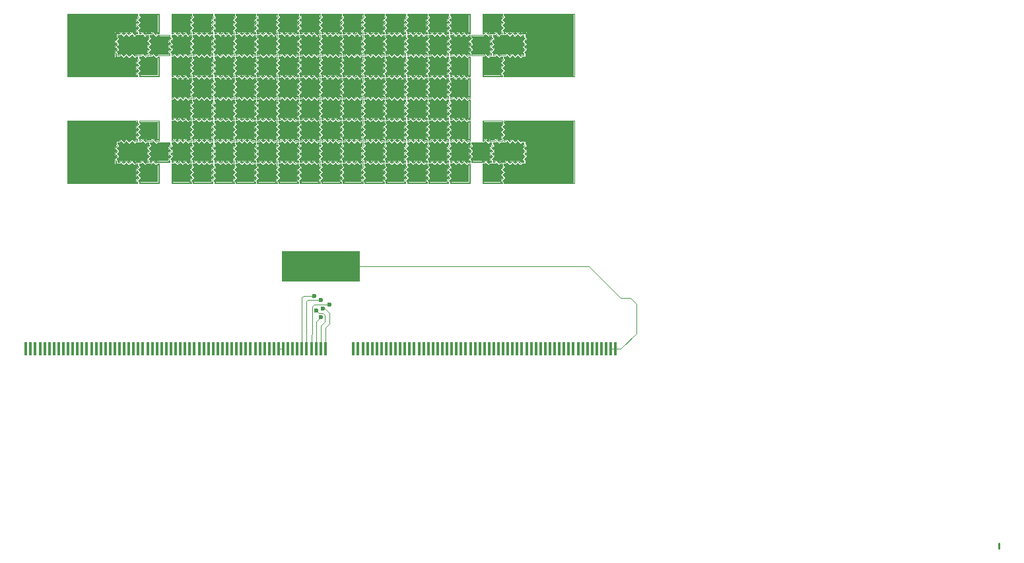
<source format=gbr>
G04 #@! TF.GenerationSoftware,KiCad,Pcbnew,5.0.2-bee76a0~70~ubuntu18.04.1*
G04 #@! TF.CreationDate,2020-04-07T11:11:54+02:00*
G04 #@! TF.ProjectId,DIMMCartridge,44494d4d-4361-4727-9472-696467652e6b,rev?*
G04 #@! TF.SameCoordinates,Original*
G04 #@! TF.FileFunction,Copper,L1,Top*
G04 #@! TF.FilePolarity,Positive*
%FSLAX46Y46*%
G04 Gerber Fmt 4.6, Leading zero omitted, Abs format (unit mm)*
G04 Created by KiCad (PCBNEW 5.0.2-bee76a0~70~ubuntu18.04.1) date Di 07 Apr 2020 11:11:54 CEST*
%MOMM*%
%LPD*%
G01*
G04 APERTURE LIST*
G04 #@! TA.AperFunction,EtchedComponent*
%ADD10C,0.150000*%
G04 #@! TD*
G04 #@! TA.AperFunction,EtchedComponent*
%ADD11C,0.100000*%
G04 #@! TD*
G04 #@! TA.AperFunction,EtchedComponent*
%ADD12C,0.152400*%
G04 #@! TD*
G04 #@! TA.AperFunction,SMDPad,CuDef*
%ADD13R,0.400000X1.800000*%
G04 #@! TD*
G04 #@! TA.AperFunction,ComponentPad*
%ADD14R,2.270000X2.270000*%
G04 #@! TD*
G04 #@! TA.AperFunction,ComponentPad*
%ADD15C,0.604800*%
G04 #@! TD*
G04 #@! TA.AperFunction,SMDPad,CuDef*
%ADD16R,1.500000X2.270000*%
G04 #@! TD*
G04 #@! TA.AperFunction,SMDPad,CuDef*
%ADD17R,5.000000X2.400000*%
G04 #@! TD*
G04 #@! TA.AperFunction,ComponentPad*
%ADD18R,2.270000X4.000000*%
G04 #@! TD*
G04 #@! TA.AperFunction,SMDPad,CuDef*
%ADD19R,4.000000X8.000000*%
G04 #@! TD*
G04 #@! TA.AperFunction,SMDPad,CuDef*
%ADD20R,10.000000X4.000000*%
G04 #@! TD*
G04 #@! TA.AperFunction,ViaPad*
%ADD21C,0.600000*%
G04 #@! TD*
G04 #@! TA.AperFunction,Conductor*
%ADD22C,0.250000*%
G04 #@! TD*
G04 #@! TA.AperFunction,Conductor*
%ADD23C,0.110000*%
G04 #@! TD*
G04 APERTURE END LIST*
D10*
G04 #@! TO.C,FLUXL_2_2*
X83295000Y-93015000D02*
X83425000Y-93145000D01*
X83425000Y-93145000D02*
X83295000Y-93265000D01*
X83295000Y-93265000D02*
X83295000Y-93015000D01*
X83285000Y-92325000D02*
X83415000Y-92455000D01*
X83415000Y-92455000D02*
X83285000Y-92575000D01*
X83285000Y-92575000D02*
X83285000Y-92325000D01*
X83195000Y-91455000D02*
X83305000Y-91455000D01*
X83305000Y-91455000D02*
X83295000Y-91905000D01*
X83295000Y-91905000D02*
X83395000Y-91745000D01*
X80955000Y-92235000D02*
X80825000Y-92105000D01*
X80825000Y-92105000D02*
X80955000Y-91985000D01*
X80955000Y-91985000D02*
X80955000Y-92235000D01*
X80965000Y-92925000D02*
X80835000Y-92795000D01*
X80835000Y-92795000D02*
X80965000Y-92675000D01*
X80965000Y-92675000D02*
X80965000Y-92925000D01*
X81055000Y-93795000D02*
X80945000Y-93795000D01*
X80945000Y-93795000D02*
X80955000Y-93345000D01*
X80955000Y-93345000D02*
X80855000Y-93505000D01*
X81735000Y-93795000D02*
X81605000Y-93925000D01*
X81605000Y-93925000D02*
X81485000Y-93795000D01*
X81485000Y-93795000D02*
X81735000Y-93795000D01*
X82425000Y-93785000D02*
X82295000Y-93915000D01*
X82295000Y-93915000D02*
X82175000Y-93785000D01*
X82175000Y-93785000D02*
X82425000Y-93785000D01*
X83295000Y-93695000D02*
X83295000Y-93805000D01*
X83295000Y-93805000D02*
X82845000Y-93795000D01*
X82845000Y-93795000D02*
X83005000Y-93895000D01*
X82515000Y-91455000D02*
X82645000Y-91325000D01*
X82645000Y-91325000D02*
X82765000Y-91455000D01*
X82765000Y-91455000D02*
X82515000Y-91455000D01*
X81825000Y-91465000D02*
X81955000Y-91335000D01*
X81955000Y-91335000D02*
X82075000Y-91465000D01*
X82075000Y-91465000D02*
X81825000Y-91465000D01*
X80955000Y-91555000D02*
X80955000Y-91445000D01*
X80955000Y-91445000D02*
X81405000Y-91455000D01*
X81405000Y-91455000D02*
X81245000Y-91355000D01*
D11*
X83536000Y-91766000D02*
X83400000Y-91636000D01*
X83400000Y-91636000D02*
X83400000Y-91350000D01*
X83400000Y-91350000D02*
X83199000Y-91350000D01*
X83199000Y-91350000D02*
X82984000Y-91574000D01*
X80714000Y-93484000D02*
X80850000Y-93614000D01*
X80850000Y-93614000D02*
X80850000Y-93900000D01*
X80850000Y-93900000D02*
X81051000Y-93900000D01*
X81051000Y-93900000D02*
X81266000Y-93676000D01*
X82984000Y-94036000D02*
X83114000Y-93900000D01*
X83114000Y-93900000D02*
X83400000Y-93900000D01*
X83400000Y-93900000D02*
X83400000Y-93699000D01*
X83400000Y-93699000D02*
X83176000Y-93484000D01*
X81266000Y-91214000D02*
X81136000Y-91350000D01*
X81136000Y-91350000D02*
X80850000Y-91350000D01*
X80850000Y-91350000D02*
X80850000Y-91551000D01*
X80850000Y-91551000D02*
X81074000Y-91766000D01*
X81265625Y-91214000D02*
X81609375Y-91574000D01*
X82984375Y-94036000D02*
X82640625Y-93676000D01*
X80714000Y-93484375D02*
X81074000Y-93140625D01*
X83536000Y-91765625D02*
X83176000Y-92109375D01*
X81609375Y-91574000D02*
X81953125Y-91214000D01*
X81953125Y-91214000D02*
X82296875Y-91574000D01*
X82640625Y-93676000D02*
X82296875Y-94036000D01*
X82296875Y-94036000D02*
X81953125Y-93676000D01*
X81074000Y-93140625D02*
X80714000Y-92796875D01*
X80714000Y-92796875D02*
X81074000Y-92453125D01*
X83176000Y-92109375D02*
X83536000Y-92453125D01*
X83536000Y-92453125D02*
X83176000Y-92796875D01*
X82296875Y-91574000D02*
X82640625Y-91214000D01*
X82640625Y-91214000D02*
X82984375Y-91574000D01*
X81953125Y-93676000D02*
X81609375Y-94036000D01*
X81609375Y-94036000D02*
X81265625Y-93676000D01*
X81074000Y-92453125D02*
X80714000Y-92109375D01*
X80714000Y-92109375D02*
X81074000Y-91765625D01*
X83176000Y-92796875D02*
X83536000Y-93140625D01*
X83536000Y-93140625D02*
X83176000Y-93484375D01*
G04 #@! TO.C,FLUXL_10_1*
X102875000Y-88695000D02*
X105375000Y-88695000D01*
D10*
X105295000Y-90265000D02*
X105425000Y-90395000D01*
X105425000Y-90395000D02*
X105295000Y-90515000D01*
X105295000Y-90515000D02*
X105295000Y-90265000D01*
X105285000Y-89575000D02*
X105415000Y-89705000D01*
X105415000Y-89705000D02*
X105285000Y-89825000D01*
X105285000Y-89825000D02*
X105285000Y-89575000D01*
X105305000Y-88705000D02*
X105295000Y-89155000D01*
X105295000Y-89155000D02*
X105395000Y-88995000D01*
X102955000Y-89485000D02*
X102825000Y-89355000D01*
X102825000Y-89355000D02*
X102955000Y-89235000D01*
X102955000Y-89235000D02*
X102955000Y-89485000D01*
X102965000Y-90175000D02*
X102835000Y-90045000D01*
X102835000Y-90045000D02*
X102965000Y-89925000D01*
X102965000Y-89925000D02*
X102965000Y-90175000D01*
X103055000Y-91045000D02*
X102945000Y-91045000D01*
X102945000Y-91045000D02*
X102955000Y-90595000D01*
X102955000Y-90595000D02*
X102855000Y-90755000D01*
X103735000Y-91045000D02*
X103605000Y-91175000D01*
X103605000Y-91175000D02*
X103485000Y-91045000D01*
X103485000Y-91045000D02*
X103735000Y-91045000D01*
X104425000Y-91035000D02*
X104295000Y-91165000D01*
X104295000Y-91165000D02*
X104175000Y-91035000D01*
X104175000Y-91035000D02*
X104425000Y-91035000D01*
X105295000Y-90945000D02*
X105295000Y-91055000D01*
X105295000Y-91055000D02*
X104845000Y-91045000D01*
X104845000Y-91045000D02*
X105005000Y-91145000D01*
X102955000Y-88805000D02*
X102955000Y-88695000D01*
D11*
X105536000Y-89016000D02*
X105400000Y-88886000D01*
X105400000Y-88886000D02*
X105400000Y-88600000D01*
X102714000Y-90734000D02*
X102850000Y-90864000D01*
X102850000Y-90864000D02*
X102850000Y-91150000D01*
X102850000Y-91150000D02*
X103051000Y-91150000D01*
X103051000Y-91150000D02*
X103266000Y-90926000D01*
X104984000Y-91286000D02*
X105114000Y-91150000D01*
X105114000Y-91150000D02*
X105400000Y-91150000D01*
X105400000Y-91150000D02*
X105400000Y-90949000D01*
X105400000Y-90949000D02*
X105176000Y-90734000D01*
X105400000Y-88600000D02*
X102850000Y-88600000D01*
X102850000Y-88600000D02*
X102850000Y-88801000D01*
X102850000Y-88801000D02*
X103074000Y-89016000D01*
X104984375Y-91286000D02*
X104640625Y-90926000D01*
X102714000Y-90734375D02*
X103074000Y-90390625D01*
X105536000Y-89015625D02*
X105176000Y-89359375D01*
X104640625Y-90926000D02*
X104296875Y-91286000D01*
X104296875Y-91286000D02*
X103953125Y-90926000D01*
X103074000Y-90390625D02*
X102714000Y-90046875D01*
X102714000Y-90046875D02*
X103074000Y-89703125D01*
X105176000Y-89359375D02*
X105536000Y-89703125D01*
X105536000Y-89703125D02*
X105176000Y-90046875D01*
X103953125Y-90926000D02*
X103609375Y-91286000D01*
X103609375Y-91286000D02*
X103265625Y-90926000D01*
X103074000Y-89703125D02*
X102714000Y-89359375D01*
X102714000Y-89359375D02*
X103074000Y-89015625D01*
X105176000Y-90046875D02*
X105536000Y-90390625D01*
X105536000Y-90390625D02*
X105176000Y-90734375D01*
D10*
G04 #@! TO.C,FLUXL_2_7*
X83295000Y-106765000D02*
X83425000Y-106895000D01*
X83425000Y-106895000D02*
X83295000Y-107015000D01*
X83295000Y-107015000D02*
X83295000Y-106765000D01*
X83285000Y-106075000D02*
X83415000Y-106205000D01*
X83415000Y-106205000D02*
X83285000Y-106325000D01*
X83285000Y-106325000D02*
X83285000Y-106075000D01*
X83195000Y-105205000D02*
X83305000Y-105205000D01*
X83305000Y-105205000D02*
X83295000Y-105655000D01*
X83295000Y-105655000D02*
X83395000Y-105495000D01*
X80955000Y-105985000D02*
X80825000Y-105855000D01*
X80825000Y-105855000D02*
X80955000Y-105735000D01*
X80955000Y-105735000D02*
X80955000Y-105985000D01*
X80965000Y-106675000D02*
X80835000Y-106545000D01*
X80835000Y-106545000D02*
X80965000Y-106425000D01*
X80965000Y-106425000D02*
X80965000Y-106675000D01*
X81055000Y-107545000D02*
X80945000Y-107545000D01*
X80945000Y-107545000D02*
X80955000Y-107095000D01*
X80955000Y-107095000D02*
X80855000Y-107255000D01*
X81735000Y-107545000D02*
X81605000Y-107675000D01*
X81605000Y-107675000D02*
X81485000Y-107545000D01*
X81485000Y-107545000D02*
X81735000Y-107545000D01*
X82425000Y-107535000D02*
X82295000Y-107665000D01*
X82295000Y-107665000D02*
X82175000Y-107535000D01*
X82175000Y-107535000D02*
X82425000Y-107535000D01*
X83295000Y-107445000D02*
X83295000Y-107555000D01*
X83295000Y-107555000D02*
X82845000Y-107545000D01*
X82845000Y-107545000D02*
X83005000Y-107645000D01*
X82515000Y-105205000D02*
X82645000Y-105075000D01*
X82645000Y-105075000D02*
X82765000Y-105205000D01*
X82765000Y-105205000D02*
X82515000Y-105205000D01*
X81825000Y-105215000D02*
X81955000Y-105085000D01*
X81955000Y-105085000D02*
X82075000Y-105215000D01*
X82075000Y-105215000D02*
X81825000Y-105215000D01*
X80955000Y-105305000D02*
X80955000Y-105195000D01*
X80955000Y-105195000D02*
X81405000Y-105205000D01*
X81405000Y-105205000D02*
X81245000Y-105105000D01*
D11*
X83536000Y-105516000D02*
X83400000Y-105386000D01*
X83400000Y-105386000D02*
X83400000Y-105100000D01*
X83400000Y-105100000D02*
X83199000Y-105100000D01*
X83199000Y-105100000D02*
X82984000Y-105324000D01*
X80714000Y-107234000D02*
X80850000Y-107364000D01*
X80850000Y-107364000D02*
X80850000Y-107650000D01*
X80850000Y-107650000D02*
X81051000Y-107650000D01*
X81051000Y-107650000D02*
X81266000Y-107426000D01*
X82984000Y-107786000D02*
X83114000Y-107650000D01*
X83114000Y-107650000D02*
X83400000Y-107650000D01*
X83400000Y-107650000D02*
X83400000Y-107449000D01*
X83400000Y-107449000D02*
X83176000Y-107234000D01*
X81266000Y-104964000D02*
X81136000Y-105100000D01*
X81136000Y-105100000D02*
X80850000Y-105100000D01*
X80850000Y-105100000D02*
X80850000Y-105301000D01*
X80850000Y-105301000D02*
X81074000Y-105516000D01*
X81265625Y-104964000D02*
X81609375Y-105324000D01*
X82984375Y-107786000D02*
X82640625Y-107426000D01*
X80714000Y-107234375D02*
X81074000Y-106890625D01*
X83536000Y-105515625D02*
X83176000Y-105859375D01*
X81609375Y-105324000D02*
X81953125Y-104964000D01*
X81953125Y-104964000D02*
X82296875Y-105324000D01*
X82640625Y-107426000D02*
X82296875Y-107786000D01*
X82296875Y-107786000D02*
X81953125Y-107426000D01*
X81074000Y-106890625D02*
X80714000Y-106546875D01*
X80714000Y-106546875D02*
X81074000Y-106203125D01*
X83176000Y-105859375D02*
X83536000Y-106203125D01*
X83536000Y-106203125D02*
X83176000Y-106546875D01*
X82296875Y-105324000D02*
X82640625Y-104964000D01*
X82640625Y-104964000D02*
X82984375Y-105324000D01*
X81953125Y-107426000D02*
X81609375Y-107786000D01*
X81609375Y-107786000D02*
X81265625Y-107426000D01*
X81074000Y-106203125D02*
X80714000Y-105859375D01*
X80714000Y-105859375D02*
X81074000Y-105515625D01*
X83176000Y-106546875D02*
X83536000Y-106890625D01*
X83536000Y-106890625D02*
X83176000Y-107234375D01*
D10*
G04 #@! TO.C,FLUXL_3_2*
X86045000Y-93015000D02*
X86175000Y-93145000D01*
X86175000Y-93145000D02*
X86045000Y-93265000D01*
X86045000Y-93265000D02*
X86045000Y-93015000D01*
X86035000Y-92325000D02*
X86165000Y-92455000D01*
X86165000Y-92455000D02*
X86035000Y-92575000D01*
X86035000Y-92575000D02*
X86035000Y-92325000D01*
X85945000Y-91455000D02*
X86055000Y-91455000D01*
X86055000Y-91455000D02*
X86045000Y-91905000D01*
X86045000Y-91905000D02*
X86145000Y-91745000D01*
X83705000Y-92235000D02*
X83575000Y-92105000D01*
X83575000Y-92105000D02*
X83705000Y-91985000D01*
X83705000Y-91985000D02*
X83705000Y-92235000D01*
X83715000Y-92925000D02*
X83585000Y-92795000D01*
X83585000Y-92795000D02*
X83715000Y-92675000D01*
X83715000Y-92675000D02*
X83715000Y-92925000D01*
X83805000Y-93795000D02*
X83695000Y-93795000D01*
X83695000Y-93795000D02*
X83705000Y-93345000D01*
X83705000Y-93345000D02*
X83605000Y-93505000D01*
X84485000Y-93795000D02*
X84355000Y-93925000D01*
X84355000Y-93925000D02*
X84235000Y-93795000D01*
X84235000Y-93795000D02*
X84485000Y-93795000D01*
X85175000Y-93785000D02*
X85045000Y-93915000D01*
X85045000Y-93915000D02*
X84925000Y-93785000D01*
X84925000Y-93785000D02*
X85175000Y-93785000D01*
X86045000Y-93695000D02*
X86045000Y-93805000D01*
X86045000Y-93805000D02*
X85595000Y-93795000D01*
X85595000Y-93795000D02*
X85755000Y-93895000D01*
X85265000Y-91455000D02*
X85395000Y-91325000D01*
X85395000Y-91325000D02*
X85515000Y-91455000D01*
X85515000Y-91455000D02*
X85265000Y-91455000D01*
X84575000Y-91465000D02*
X84705000Y-91335000D01*
X84705000Y-91335000D02*
X84825000Y-91465000D01*
X84825000Y-91465000D02*
X84575000Y-91465000D01*
X83705000Y-91555000D02*
X83705000Y-91445000D01*
X83705000Y-91445000D02*
X84155000Y-91455000D01*
X84155000Y-91455000D02*
X83995000Y-91355000D01*
D11*
X86286000Y-91766000D02*
X86150000Y-91636000D01*
X86150000Y-91636000D02*
X86150000Y-91350000D01*
X86150000Y-91350000D02*
X85949000Y-91350000D01*
X85949000Y-91350000D02*
X85734000Y-91574000D01*
X83464000Y-93484000D02*
X83600000Y-93614000D01*
X83600000Y-93614000D02*
X83600000Y-93900000D01*
X83600000Y-93900000D02*
X83801000Y-93900000D01*
X83801000Y-93900000D02*
X84016000Y-93676000D01*
X85734000Y-94036000D02*
X85864000Y-93900000D01*
X85864000Y-93900000D02*
X86150000Y-93900000D01*
X86150000Y-93900000D02*
X86150000Y-93699000D01*
X86150000Y-93699000D02*
X85926000Y-93484000D01*
X84016000Y-91214000D02*
X83886000Y-91350000D01*
X83886000Y-91350000D02*
X83600000Y-91350000D01*
X83600000Y-91350000D02*
X83600000Y-91551000D01*
X83600000Y-91551000D02*
X83824000Y-91766000D01*
X84015625Y-91214000D02*
X84359375Y-91574000D01*
X85734375Y-94036000D02*
X85390625Y-93676000D01*
X83464000Y-93484375D02*
X83824000Y-93140625D01*
X86286000Y-91765625D02*
X85926000Y-92109375D01*
X84359375Y-91574000D02*
X84703125Y-91214000D01*
X84703125Y-91214000D02*
X85046875Y-91574000D01*
X85390625Y-93676000D02*
X85046875Y-94036000D01*
X85046875Y-94036000D02*
X84703125Y-93676000D01*
X83824000Y-93140625D02*
X83464000Y-92796875D01*
X83464000Y-92796875D02*
X83824000Y-92453125D01*
X85926000Y-92109375D02*
X86286000Y-92453125D01*
X86286000Y-92453125D02*
X85926000Y-92796875D01*
X85046875Y-91574000D02*
X85390625Y-91214000D01*
X85390625Y-91214000D02*
X85734375Y-91574000D01*
X84703125Y-93676000D02*
X84359375Y-94036000D01*
X84359375Y-94036000D02*
X84015625Y-93676000D01*
X83824000Y-92453125D02*
X83464000Y-92109375D01*
X83464000Y-92109375D02*
X83824000Y-91765625D01*
X85926000Y-92796875D02*
X86286000Y-93140625D01*
X86286000Y-93140625D02*
X85926000Y-93484375D01*
D10*
G04 #@! TO.C,FLUXL_3_3*
X86045000Y-95765000D02*
X86175000Y-95895000D01*
X86175000Y-95895000D02*
X86045000Y-96015000D01*
X86045000Y-96015000D02*
X86045000Y-95765000D01*
X86035000Y-95075000D02*
X86165000Y-95205000D01*
X86165000Y-95205000D02*
X86035000Y-95325000D01*
X86035000Y-95325000D02*
X86035000Y-95075000D01*
X85945000Y-94205000D02*
X86055000Y-94205000D01*
X86055000Y-94205000D02*
X86045000Y-94655000D01*
X86045000Y-94655000D02*
X86145000Y-94495000D01*
X83705000Y-94985000D02*
X83575000Y-94855000D01*
X83575000Y-94855000D02*
X83705000Y-94735000D01*
X83705000Y-94735000D02*
X83705000Y-94985000D01*
X83715000Y-95675000D02*
X83585000Y-95545000D01*
X83585000Y-95545000D02*
X83715000Y-95425000D01*
X83715000Y-95425000D02*
X83715000Y-95675000D01*
X83805000Y-96545000D02*
X83695000Y-96545000D01*
X83695000Y-96545000D02*
X83705000Y-96095000D01*
X83705000Y-96095000D02*
X83605000Y-96255000D01*
X84485000Y-96545000D02*
X84355000Y-96675000D01*
X84355000Y-96675000D02*
X84235000Y-96545000D01*
X84235000Y-96545000D02*
X84485000Y-96545000D01*
X85175000Y-96535000D02*
X85045000Y-96665000D01*
X85045000Y-96665000D02*
X84925000Y-96535000D01*
X84925000Y-96535000D02*
X85175000Y-96535000D01*
X86045000Y-96445000D02*
X86045000Y-96555000D01*
X86045000Y-96555000D02*
X85595000Y-96545000D01*
X85595000Y-96545000D02*
X85755000Y-96645000D01*
X85265000Y-94205000D02*
X85395000Y-94075000D01*
X85395000Y-94075000D02*
X85515000Y-94205000D01*
X85515000Y-94205000D02*
X85265000Y-94205000D01*
X84575000Y-94215000D02*
X84705000Y-94085000D01*
X84705000Y-94085000D02*
X84825000Y-94215000D01*
X84825000Y-94215000D02*
X84575000Y-94215000D01*
X83705000Y-94305000D02*
X83705000Y-94195000D01*
X83705000Y-94195000D02*
X84155000Y-94205000D01*
X84155000Y-94205000D02*
X83995000Y-94105000D01*
D11*
X86286000Y-94516000D02*
X86150000Y-94386000D01*
X86150000Y-94386000D02*
X86150000Y-94100000D01*
X86150000Y-94100000D02*
X85949000Y-94100000D01*
X85949000Y-94100000D02*
X85734000Y-94324000D01*
X83464000Y-96234000D02*
X83600000Y-96364000D01*
X83600000Y-96364000D02*
X83600000Y-96650000D01*
X83600000Y-96650000D02*
X83801000Y-96650000D01*
X83801000Y-96650000D02*
X84016000Y-96426000D01*
X85734000Y-96786000D02*
X85864000Y-96650000D01*
X85864000Y-96650000D02*
X86150000Y-96650000D01*
X86150000Y-96650000D02*
X86150000Y-96449000D01*
X86150000Y-96449000D02*
X85926000Y-96234000D01*
X84016000Y-93964000D02*
X83886000Y-94100000D01*
X83886000Y-94100000D02*
X83600000Y-94100000D01*
X83600000Y-94100000D02*
X83600000Y-94301000D01*
X83600000Y-94301000D02*
X83824000Y-94516000D01*
X84015625Y-93964000D02*
X84359375Y-94324000D01*
X85734375Y-96786000D02*
X85390625Y-96426000D01*
X83464000Y-96234375D02*
X83824000Y-95890625D01*
X86286000Y-94515625D02*
X85926000Y-94859375D01*
X84359375Y-94324000D02*
X84703125Y-93964000D01*
X84703125Y-93964000D02*
X85046875Y-94324000D01*
X85390625Y-96426000D02*
X85046875Y-96786000D01*
X85046875Y-96786000D02*
X84703125Y-96426000D01*
X83824000Y-95890625D02*
X83464000Y-95546875D01*
X83464000Y-95546875D02*
X83824000Y-95203125D01*
X85926000Y-94859375D02*
X86286000Y-95203125D01*
X86286000Y-95203125D02*
X85926000Y-95546875D01*
X85046875Y-94324000D02*
X85390625Y-93964000D01*
X85390625Y-93964000D02*
X85734375Y-94324000D01*
X84703125Y-96426000D02*
X84359375Y-96786000D01*
X84359375Y-96786000D02*
X84015625Y-96426000D01*
X83824000Y-95203125D02*
X83464000Y-94859375D01*
X83464000Y-94859375D02*
X83824000Y-94515625D01*
X85926000Y-95546875D02*
X86286000Y-95890625D01*
X86286000Y-95890625D02*
X85926000Y-96234375D01*
D10*
G04 #@! TO.C,FLUXL_3_4*
X86045000Y-98515000D02*
X86175000Y-98645000D01*
X86175000Y-98645000D02*
X86045000Y-98765000D01*
X86045000Y-98765000D02*
X86045000Y-98515000D01*
X86035000Y-97825000D02*
X86165000Y-97955000D01*
X86165000Y-97955000D02*
X86035000Y-98075000D01*
X86035000Y-98075000D02*
X86035000Y-97825000D01*
X85945000Y-96955000D02*
X86055000Y-96955000D01*
X86055000Y-96955000D02*
X86045000Y-97405000D01*
X86045000Y-97405000D02*
X86145000Y-97245000D01*
X83705000Y-97735000D02*
X83575000Y-97605000D01*
X83575000Y-97605000D02*
X83705000Y-97485000D01*
X83705000Y-97485000D02*
X83705000Y-97735000D01*
X83715000Y-98425000D02*
X83585000Y-98295000D01*
X83585000Y-98295000D02*
X83715000Y-98175000D01*
X83715000Y-98175000D02*
X83715000Y-98425000D01*
X83805000Y-99295000D02*
X83695000Y-99295000D01*
X83695000Y-99295000D02*
X83705000Y-98845000D01*
X83705000Y-98845000D02*
X83605000Y-99005000D01*
X84485000Y-99295000D02*
X84355000Y-99425000D01*
X84355000Y-99425000D02*
X84235000Y-99295000D01*
X84235000Y-99295000D02*
X84485000Y-99295000D01*
X85175000Y-99285000D02*
X85045000Y-99415000D01*
X85045000Y-99415000D02*
X84925000Y-99285000D01*
X84925000Y-99285000D02*
X85175000Y-99285000D01*
X86045000Y-99195000D02*
X86045000Y-99305000D01*
X86045000Y-99305000D02*
X85595000Y-99295000D01*
X85595000Y-99295000D02*
X85755000Y-99395000D01*
X85265000Y-96955000D02*
X85395000Y-96825000D01*
X85395000Y-96825000D02*
X85515000Y-96955000D01*
X85515000Y-96955000D02*
X85265000Y-96955000D01*
X84575000Y-96965000D02*
X84705000Y-96835000D01*
X84705000Y-96835000D02*
X84825000Y-96965000D01*
X84825000Y-96965000D02*
X84575000Y-96965000D01*
X83705000Y-97055000D02*
X83705000Y-96945000D01*
X83705000Y-96945000D02*
X84155000Y-96955000D01*
X84155000Y-96955000D02*
X83995000Y-96855000D01*
D11*
X86286000Y-97266000D02*
X86150000Y-97136000D01*
X86150000Y-97136000D02*
X86150000Y-96850000D01*
X86150000Y-96850000D02*
X85949000Y-96850000D01*
X85949000Y-96850000D02*
X85734000Y-97074000D01*
X83464000Y-98984000D02*
X83600000Y-99114000D01*
X83600000Y-99114000D02*
X83600000Y-99400000D01*
X83600000Y-99400000D02*
X83801000Y-99400000D01*
X83801000Y-99400000D02*
X84016000Y-99176000D01*
X85734000Y-99536000D02*
X85864000Y-99400000D01*
X85864000Y-99400000D02*
X86150000Y-99400000D01*
X86150000Y-99400000D02*
X86150000Y-99199000D01*
X86150000Y-99199000D02*
X85926000Y-98984000D01*
X84016000Y-96714000D02*
X83886000Y-96850000D01*
X83886000Y-96850000D02*
X83600000Y-96850000D01*
X83600000Y-96850000D02*
X83600000Y-97051000D01*
X83600000Y-97051000D02*
X83824000Y-97266000D01*
X84015625Y-96714000D02*
X84359375Y-97074000D01*
X85734375Y-99536000D02*
X85390625Y-99176000D01*
X83464000Y-98984375D02*
X83824000Y-98640625D01*
X86286000Y-97265625D02*
X85926000Y-97609375D01*
X84359375Y-97074000D02*
X84703125Y-96714000D01*
X84703125Y-96714000D02*
X85046875Y-97074000D01*
X85390625Y-99176000D02*
X85046875Y-99536000D01*
X85046875Y-99536000D02*
X84703125Y-99176000D01*
X83824000Y-98640625D02*
X83464000Y-98296875D01*
X83464000Y-98296875D02*
X83824000Y-97953125D01*
X85926000Y-97609375D02*
X86286000Y-97953125D01*
X86286000Y-97953125D02*
X85926000Y-98296875D01*
X85046875Y-97074000D02*
X85390625Y-96714000D01*
X85390625Y-96714000D02*
X85734375Y-97074000D01*
X84703125Y-99176000D02*
X84359375Y-99536000D01*
X84359375Y-99536000D02*
X84015625Y-99176000D01*
X83824000Y-97953125D02*
X83464000Y-97609375D01*
X83464000Y-97609375D02*
X83824000Y-97265625D01*
X85926000Y-98296875D02*
X86286000Y-98640625D01*
X86286000Y-98640625D02*
X85926000Y-98984375D01*
D10*
G04 #@! TO.C,FLUXL_3_5*
X86045000Y-101265000D02*
X86175000Y-101395000D01*
X86175000Y-101395000D02*
X86045000Y-101515000D01*
X86045000Y-101515000D02*
X86045000Y-101265000D01*
X86035000Y-100575000D02*
X86165000Y-100705000D01*
X86165000Y-100705000D02*
X86035000Y-100825000D01*
X86035000Y-100825000D02*
X86035000Y-100575000D01*
X85945000Y-99705000D02*
X86055000Y-99705000D01*
X86055000Y-99705000D02*
X86045000Y-100155000D01*
X86045000Y-100155000D02*
X86145000Y-99995000D01*
X83705000Y-100485000D02*
X83575000Y-100355000D01*
X83575000Y-100355000D02*
X83705000Y-100235000D01*
X83705000Y-100235000D02*
X83705000Y-100485000D01*
X83715000Y-101175000D02*
X83585000Y-101045000D01*
X83585000Y-101045000D02*
X83715000Y-100925000D01*
X83715000Y-100925000D02*
X83715000Y-101175000D01*
X83805000Y-102045000D02*
X83695000Y-102045000D01*
X83695000Y-102045000D02*
X83705000Y-101595000D01*
X83705000Y-101595000D02*
X83605000Y-101755000D01*
X84485000Y-102045000D02*
X84355000Y-102175000D01*
X84355000Y-102175000D02*
X84235000Y-102045000D01*
X84235000Y-102045000D02*
X84485000Y-102045000D01*
X85175000Y-102035000D02*
X85045000Y-102165000D01*
X85045000Y-102165000D02*
X84925000Y-102035000D01*
X84925000Y-102035000D02*
X85175000Y-102035000D01*
X86045000Y-101945000D02*
X86045000Y-102055000D01*
X86045000Y-102055000D02*
X85595000Y-102045000D01*
X85595000Y-102045000D02*
X85755000Y-102145000D01*
X85265000Y-99705000D02*
X85395000Y-99575000D01*
X85395000Y-99575000D02*
X85515000Y-99705000D01*
X85515000Y-99705000D02*
X85265000Y-99705000D01*
X84575000Y-99715000D02*
X84705000Y-99585000D01*
X84705000Y-99585000D02*
X84825000Y-99715000D01*
X84825000Y-99715000D02*
X84575000Y-99715000D01*
X83705000Y-99805000D02*
X83705000Y-99695000D01*
X83705000Y-99695000D02*
X84155000Y-99705000D01*
X84155000Y-99705000D02*
X83995000Y-99605000D01*
D11*
X86286000Y-100016000D02*
X86150000Y-99886000D01*
X86150000Y-99886000D02*
X86150000Y-99600000D01*
X86150000Y-99600000D02*
X85949000Y-99600000D01*
X85949000Y-99600000D02*
X85734000Y-99824000D01*
X83464000Y-101734000D02*
X83600000Y-101864000D01*
X83600000Y-101864000D02*
X83600000Y-102150000D01*
X83600000Y-102150000D02*
X83801000Y-102150000D01*
X83801000Y-102150000D02*
X84016000Y-101926000D01*
X85734000Y-102286000D02*
X85864000Y-102150000D01*
X85864000Y-102150000D02*
X86150000Y-102150000D01*
X86150000Y-102150000D02*
X86150000Y-101949000D01*
X86150000Y-101949000D02*
X85926000Y-101734000D01*
X84016000Y-99464000D02*
X83886000Y-99600000D01*
X83886000Y-99600000D02*
X83600000Y-99600000D01*
X83600000Y-99600000D02*
X83600000Y-99801000D01*
X83600000Y-99801000D02*
X83824000Y-100016000D01*
X84015625Y-99464000D02*
X84359375Y-99824000D01*
X85734375Y-102286000D02*
X85390625Y-101926000D01*
X83464000Y-101734375D02*
X83824000Y-101390625D01*
X86286000Y-100015625D02*
X85926000Y-100359375D01*
X84359375Y-99824000D02*
X84703125Y-99464000D01*
X84703125Y-99464000D02*
X85046875Y-99824000D01*
X85390625Y-101926000D02*
X85046875Y-102286000D01*
X85046875Y-102286000D02*
X84703125Y-101926000D01*
X83824000Y-101390625D02*
X83464000Y-101046875D01*
X83464000Y-101046875D02*
X83824000Y-100703125D01*
X85926000Y-100359375D02*
X86286000Y-100703125D01*
X86286000Y-100703125D02*
X85926000Y-101046875D01*
X85046875Y-99824000D02*
X85390625Y-99464000D01*
X85390625Y-99464000D02*
X85734375Y-99824000D01*
X84703125Y-101926000D02*
X84359375Y-102286000D01*
X84359375Y-102286000D02*
X84015625Y-101926000D01*
X83824000Y-100703125D02*
X83464000Y-100359375D01*
X83464000Y-100359375D02*
X83824000Y-100015625D01*
X85926000Y-101046875D02*
X86286000Y-101390625D01*
X86286000Y-101390625D02*
X85926000Y-101734375D01*
D10*
G04 #@! TO.C,FLUXL_3_6*
X86045000Y-104015000D02*
X86175000Y-104145000D01*
X86175000Y-104145000D02*
X86045000Y-104265000D01*
X86045000Y-104265000D02*
X86045000Y-104015000D01*
X86035000Y-103325000D02*
X86165000Y-103455000D01*
X86165000Y-103455000D02*
X86035000Y-103575000D01*
X86035000Y-103575000D02*
X86035000Y-103325000D01*
X85945000Y-102455000D02*
X86055000Y-102455000D01*
X86055000Y-102455000D02*
X86045000Y-102905000D01*
X86045000Y-102905000D02*
X86145000Y-102745000D01*
X83705000Y-103235000D02*
X83575000Y-103105000D01*
X83575000Y-103105000D02*
X83705000Y-102985000D01*
X83705000Y-102985000D02*
X83705000Y-103235000D01*
X83715000Y-103925000D02*
X83585000Y-103795000D01*
X83585000Y-103795000D02*
X83715000Y-103675000D01*
X83715000Y-103675000D02*
X83715000Y-103925000D01*
X83805000Y-104795000D02*
X83695000Y-104795000D01*
X83695000Y-104795000D02*
X83705000Y-104345000D01*
X83705000Y-104345000D02*
X83605000Y-104505000D01*
X84485000Y-104795000D02*
X84355000Y-104925000D01*
X84355000Y-104925000D02*
X84235000Y-104795000D01*
X84235000Y-104795000D02*
X84485000Y-104795000D01*
X85175000Y-104785000D02*
X85045000Y-104915000D01*
X85045000Y-104915000D02*
X84925000Y-104785000D01*
X84925000Y-104785000D02*
X85175000Y-104785000D01*
X86045000Y-104695000D02*
X86045000Y-104805000D01*
X86045000Y-104805000D02*
X85595000Y-104795000D01*
X85595000Y-104795000D02*
X85755000Y-104895000D01*
X85265000Y-102455000D02*
X85395000Y-102325000D01*
X85395000Y-102325000D02*
X85515000Y-102455000D01*
X85515000Y-102455000D02*
X85265000Y-102455000D01*
X84575000Y-102465000D02*
X84705000Y-102335000D01*
X84705000Y-102335000D02*
X84825000Y-102465000D01*
X84825000Y-102465000D02*
X84575000Y-102465000D01*
X83705000Y-102555000D02*
X83705000Y-102445000D01*
X83705000Y-102445000D02*
X84155000Y-102455000D01*
X84155000Y-102455000D02*
X83995000Y-102355000D01*
D11*
X86286000Y-102766000D02*
X86150000Y-102636000D01*
X86150000Y-102636000D02*
X86150000Y-102350000D01*
X86150000Y-102350000D02*
X85949000Y-102350000D01*
X85949000Y-102350000D02*
X85734000Y-102574000D01*
X83464000Y-104484000D02*
X83600000Y-104614000D01*
X83600000Y-104614000D02*
X83600000Y-104900000D01*
X83600000Y-104900000D02*
X83801000Y-104900000D01*
X83801000Y-104900000D02*
X84016000Y-104676000D01*
X85734000Y-105036000D02*
X85864000Y-104900000D01*
X85864000Y-104900000D02*
X86150000Y-104900000D01*
X86150000Y-104900000D02*
X86150000Y-104699000D01*
X86150000Y-104699000D02*
X85926000Y-104484000D01*
X84016000Y-102214000D02*
X83886000Y-102350000D01*
X83886000Y-102350000D02*
X83600000Y-102350000D01*
X83600000Y-102350000D02*
X83600000Y-102551000D01*
X83600000Y-102551000D02*
X83824000Y-102766000D01*
X84015625Y-102214000D02*
X84359375Y-102574000D01*
X85734375Y-105036000D02*
X85390625Y-104676000D01*
X83464000Y-104484375D02*
X83824000Y-104140625D01*
X86286000Y-102765625D02*
X85926000Y-103109375D01*
X84359375Y-102574000D02*
X84703125Y-102214000D01*
X84703125Y-102214000D02*
X85046875Y-102574000D01*
X85390625Y-104676000D02*
X85046875Y-105036000D01*
X85046875Y-105036000D02*
X84703125Y-104676000D01*
X83824000Y-104140625D02*
X83464000Y-103796875D01*
X83464000Y-103796875D02*
X83824000Y-103453125D01*
X85926000Y-103109375D02*
X86286000Y-103453125D01*
X86286000Y-103453125D02*
X85926000Y-103796875D01*
X85046875Y-102574000D02*
X85390625Y-102214000D01*
X85390625Y-102214000D02*
X85734375Y-102574000D01*
X84703125Y-104676000D02*
X84359375Y-105036000D01*
X84359375Y-105036000D02*
X84015625Y-104676000D01*
X83824000Y-103453125D02*
X83464000Y-103109375D01*
X83464000Y-103109375D02*
X83824000Y-102765625D01*
X85926000Y-103796875D02*
X86286000Y-104140625D01*
X86286000Y-104140625D02*
X85926000Y-104484375D01*
D10*
G04 #@! TO.C,FLUXL_3_7*
X86045000Y-106765000D02*
X86175000Y-106895000D01*
X86175000Y-106895000D02*
X86045000Y-107015000D01*
X86045000Y-107015000D02*
X86045000Y-106765000D01*
X86035000Y-106075000D02*
X86165000Y-106205000D01*
X86165000Y-106205000D02*
X86035000Y-106325000D01*
X86035000Y-106325000D02*
X86035000Y-106075000D01*
X85945000Y-105205000D02*
X86055000Y-105205000D01*
X86055000Y-105205000D02*
X86045000Y-105655000D01*
X86045000Y-105655000D02*
X86145000Y-105495000D01*
X83705000Y-105985000D02*
X83575000Y-105855000D01*
X83575000Y-105855000D02*
X83705000Y-105735000D01*
X83705000Y-105735000D02*
X83705000Y-105985000D01*
X83715000Y-106675000D02*
X83585000Y-106545000D01*
X83585000Y-106545000D02*
X83715000Y-106425000D01*
X83715000Y-106425000D02*
X83715000Y-106675000D01*
X83805000Y-107545000D02*
X83695000Y-107545000D01*
X83695000Y-107545000D02*
X83705000Y-107095000D01*
X83705000Y-107095000D02*
X83605000Y-107255000D01*
X84485000Y-107545000D02*
X84355000Y-107675000D01*
X84355000Y-107675000D02*
X84235000Y-107545000D01*
X84235000Y-107545000D02*
X84485000Y-107545000D01*
X85175000Y-107535000D02*
X85045000Y-107665000D01*
X85045000Y-107665000D02*
X84925000Y-107535000D01*
X84925000Y-107535000D02*
X85175000Y-107535000D01*
X86045000Y-107445000D02*
X86045000Y-107555000D01*
X86045000Y-107555000D02*
X85595000Y-107545000D01*
X85595000Y-107545000D02*
X85755000Y-107645000D01*
X85265000Y-105205000D02*
X85395000Y-105075000D01*
X85395000Y-105075000D02*
X85515000Y-105205000D01*
X85515000Y-105205000D02*
X85265000Y-105205000D01*
X84575000Y-105215000D02*
X84705000Y-105085000D01*
X84705000Y-105085000D02*
X84825000Y-105215000D01*
X84825000Y-105215000D02*
X84575000Y-105215000D01*
X83705000Y-105305000D02*
X83705000Y-105195000D01*
X83705000Y-105195000D02*
X84155000Y-105205000D01*
X84155000Y-105205000D02*
X83995000Y-105105000D01*
D11*
X86286000Y-105516000D02*
X86150000Y-105386000D01*
X86150000Y-105386000D02*
X86150000Y-105100000D01*
X86150000Y-105100000D02*
X85949000Y-105100000D01*
X85949000Y-105100000D02*
X85734000Y-105324000D01*
X83464000Y-107234000D02*
X83600000Y-107364000D01*
X83600000Y-107364000D02*
X83600000Y-107650000D01*
X83600000Y-107650000D02*
X83801000Y-107650000D01*
X83801000Y-107650000D02*
X84016000Y-107426000D01*
X85734000Y-107786000D02*
X85864000Y-107650000D01*
X85864000Y-107650000D02*
X86150000Y-107650000D01*
X86150000Y-107650000D02*
X86150000Y-107449000D01*
X86150000Y-107449000D02*
X85926000Y-107234000D01*
X84016000Y-104964000D02*
X83886000Y-105100000D01*
X83886000Y-105100000D02*
X83600000Y-105100000D01*
X83600000Y-105100000D02*
X83600000Y-105301000D01*
X83600000Y-105301000D02*
X83824000Y-105516000D01*
X84015625Y-104964000D02*
X84359375Y-105324000D01*
X85734375Y-107786000D02*
X85390625Y-107426000D01*
X83464000Y-107234375D02*
X83824000Y-106890625D01*
X86286000Y-105515625D02*
X85926000Y-105859375D01*
X84359375Y-105324000D02*
X84703125Y-104964000D01*
X84703125Y-104964000D02*
X85046875Y-105324000D01*
X85390625Y-107426000D02*
X85046875Y-107786000D01*
X85046875Y-107786000D02*
X84703125Y-107426000D01*
X83824000Y-106890625D02*
X83464000Y-106546875D01*
X83464000Y-106546875D02*
X83824000Y-106203125D01*
X85926000Y-105859375D02*
X86286000Y-106203125D01*
X86286000Y-106203125D02*
X85926000Y-106546875D01*
X85046875Y-105324000D02*
X85390625Y-104964000D01*
X85390625Y-104964000D02*
X85734375Y-105324000D01*
X84703125Y-107426000D02*
X84359375Y-107786000D01*
X84359375Y-107786000D02*
X84015625Y-107426000D01*
X83824000Y-106203125D02*
X83464000Y-105859375D01*
X83464000Y-105859375D02*
X83824000Y-105515625D01*
X85926000Y-106546875D02*
X86286000Y-106890625D01*
X86286000Y-106890625D02*
X85926000Y-107234375D01*
D10*
G04 #@! TO.C,FLUXL_4_2*
X88795000Y-93015000D02*
X88925000Y-93145000D01*
X88925000Y-93145000D02*
X88795000Y-93265000D01*
X88795000Y-93265000D02*
X88795000Y-93015000D01*
X88785000Y-92325000D02*
X88915000Y-92455000D01*
X88915000Y-92455000D02*
X88785000Y-92575000D01*
X88785000Y-92575000D02*
X88785000Y-92325000D01*
X88695000Y-91455000D02*
X88805000Y-91455000D01*
X88805000Y-91455000D02*
X88795000Y-91905000D01*
X88795000Y-91905000D02*
X88895000Y-91745000D01*
X86455000Y-92235000D02*
X86325000Y-92105000D01*
X86325000Y-92105000D02*
X86455000Y-91985000D01*
X86455000Y-91985000D02*
X86455000Y-92235000D01*
X86465000Y-92925000D02*
X86335000Y-92795000D01*
X86335000Y-92795000D02*
X86465000Y-92675000D01*
X86465000Y-92675000D02*
X86465000Y-92925000D01*
X86555000Y-93795000D02*
X86445000Y-93795000D01*
X86445000Y-93795000D02*
X86455000Y-93345000D01*
X86455000Y-93345000D02*
X86355000Y-93505000D01*
X87235000Y-93795000D02*
X87105000Y-93925000D01*
X87105000Y-93925000D02*
X86985000Y-93795000D01*
X86985000Y-93795000D02*
X87235000Y-93795000D01*
X87925000Y-93785000D02*
X87795000Y-93915000D01*
X87795000Y-93915000D02*
X87675000Y-93785000D01*
X87675000Y-93785000D02*
X87925000Y-93785000D01*
X88795000Y-93695000D02*
X88795000Y-93805000D01*
X88795000Y-93805000D02*
X88345000Y-93795000D01*
X88345000Y-93795000D02*
X88505000Y-93895000D01*
X88015000Y-91455000D02*
X88145000Y-91325000D01*
X88145000Y-91325000D02*
X88265000Y-91455000D01*
X88265000Y-91455000D02*
X88015000Y-91455000D01*
X87325000Y-91465000D02*
X87455000Y-91335000D01*
X87455000Y-91335000D02*
X87575000Y-91465000D01*
X87575000Y-91465000D02*
X87325000Y-91465000D01*
X86455000Y-91555000D02*
X86455000Y-91445000D01*
X86455000Y-91445000D02*
X86905000Y-91455000D01*
X86905000Y-91455000D02*
X86745000Y-91355000D01*
D11*
X89036000Y-91766000D02*
X88900000Y-91636000D01*
X88900000Y-91636000D02*
X88900000Y-91350000D01*
X88900000Y-91350000D02*
X88699000Y-91350000D01*
X88699000Y-91350000D02*
X88484000Y-91574000D01*
X86214000Y-93484000D02*
X86350000Y-93614000D01*
X86350000Y-93614000D02*
X86350000Y-93900000D01*
X86350000Y-93900000D02*
X86551000Y-93900000D01*
X86551000Y-93900000D02*
X86766000Y-93676000D01*
X88484000Y-94036000D02*
X88614000Y-93900000D01*
X88614000Y-93900000D02*
X88900000Y-93900000D01*
X88900000Y-93900000D02*
X88900000Y-93699000D01*
X88900000Y-93699000D02*
X88676000Y-93484000D01*
X86766000Y-91214000D02*
X86636000Y-91350000D01*
X86636000Y-91350000D02*
X86350000Y-91350000D01*
X86350000Y-91350000D02*
X86350000Y-91551000D01*
X86350000Y-91551000D02*
X86574000Y-91766000D01*
X86765625Y-91214000D02*
X87109375Y-91574000D01*
X88484375Y-94036000D02*
X88140625Y-93676000D01*
X86214000Y-93484375D02*
X86574000Y-93140625D01*
X89036000Y-91765625D02*
X88676000Y-92109375D01*
X87109375Y-91574000D02*
X87453125Y-91214000D01*
X87453125Y-91214000D02*
X87796875Y-91574000D01*
X88140625Y-93676000D02*
X87796875Y-94036000D01*
X87796875Y-94036000D02*
X87453125Y-93676000D01*
X86574000Y-93140625D02*
X86214000Y-92796875D01*
X86214000Y-92796875D02*
X86574000Y-92453125D01*
X88676000Y-92109375D02*
X89036000Y-92453125D01*
X89036000Y-92453125D02*
X88676000Y-92796875D01*
X87796875Y-91574000D02*
X88140625Y-91214000D01*
X88140625Y-91214000D02*
X88484375Y-91574000D01*
X87453125Y-93676000D02*
X87109375Y-94036000D01*
X87109375Y-94036000D02*
X86765625Y-93676000D01*
X86574000Y-92453125D02*
X86214000Y-92109375D01*
X86214000Y-92109375D02*
X86574000Y-91765625D01*
X88676000Y-92796875D02*
X89036000Y-93140625D01*
X89036000Y-93140625D02*
X88676000Y-93484375D01*
D10*
G04 #@! TO.C,FLUXL_4_3*
X88795000Y-95765000D02*
X88925000Y-95895000D01*
X88925000Y-95895000D02*
X88795000Y-96015000D01*
X88795000Y-96015000D02*
X88795000Y-95765000D01*
X88785000Y-95075000D02*
X88915000Y-95205000D01*
X88915000Y-95205000D02*
X88785000Y-95325000D01*
X88785000Y-95325000D02*
X88785000Y-95075000D01*
X88695000Y-94205000D02*
X88805000Y-94205000D01*
X88805000Y-94205000D02*
X88795000Y-94655000D01*
X88795000Y-94655000D02*
X88895000Y-94495000D01*
X86455000Y-94985000D02*
X86325000Y-94855000D01*
X86325000Y-94855000D02*
X86455000Y-94735000D01*
X86455000Y-94735000D02*
X86455000Y-94985000D01*
X86465000Y-95675000D02*
X86335000Y-95545000D01*
X86335000Y-95545000D02*
X86465000Y-95425000D01*
X86465000Y-95425000D02*
X86465000Y-95675000D01*
X86555000Y-96545000D02*
X86445000Y-96545000D01*
X86445000Y-96545000D02*
X86455000Y-96095000D01*
X86455000Y-96095000D02*
X86355000Y-96255000D01*
X87235000Y-96545000D02*
X87105000Y-96675000D01*
X87105000Y-96675000D02*
X86985000Y-96545000D01*
X86985000Y-96545000D02*
X87235000Y-96545000D01*
X87925000Y-96535000D02*
X87795000Y-96665000D01*
X87795000Y-96665000D02*
X87675000Y-96535000D01*
X87675000Y-96535000D02*
X87925000Y-96535000D01*
X88795000Y-96445000D02*
X88795000Y-96555000D01*
X88795000Y-96555000D02*
X88345000Y-96545000D01*
X88345000Y-96545000D02*
X88505000Y-96645000D01*
X88015000Y-94205000D02*
X88145000Y-94075000D01*
X88145000Y-94075000D02*
X88265000Y-94205000D01*
X88265000Y-94205000D02*
X88015000Y-94205000D01*
X87325000Y-94215000D02*
X87455000Y-94085000D01*
X87455000Y-94085000D02*
X87575000Y-94215000D01*
X87575000Y-94215000D02*
X87325000Y-94215000D01*
X86455000Y-94305000D02*
X86455000Y-94195000D01*
X86455000Y-94195000D02*
X86905000Y-94205000D01*
X86905000Y-94205000D02*
X86745000Y-94105000D01*
D11*
X89036000Y-94516000D02*
X88900000Y-94386000D01*
X88900000Y-94386000D02*
X88900000Y-94100000D01*
X88900000Y-94100000D02*
X88699000Y-94100000D01*
X88699000Y-94100000D02*
X88484000Y-94324000D01*
X86214000Y-96234000D02*
X86350000Y-96364000D01*
X86350000Y-96364000D02*
X86350000Y-96650000D01*
X86350000Y-96650000D02*
X86551000Y-96650000D01*
X86551000Y-96650000D02*
X86766000Y-96426000D01*
X88484000Y-96786000D02*
X88614000Y-96650000D01*
X88614000Y-96650000D02*
X88900000Y-96650000D01*
X88900000Y-96650000D02*
X88900000Y-96449000D01*
X88900000Y-96449000D02*
X88676000Y-96234000D01*
X86766000Y-93964000D02*
X86636000Y-94100000D01*
X86636000Y-94100000D02*
X86350000Y-94100000D01*
X86350000Y-94100000D02*
X86350000Y-94301000D01*
X86350000Y-94301000D02*
X86574000Y-94516000D01*
X86765625Y-93964000D02*
X87109375Y-94324000D01*
X88484375Y-96786000D02*
X88140625Y-96426000D01*
X86214000Y-96234375D02*
X86574000Y-95890625D01*
X89036000Y-94515625D02*
X88676000Y-94859375D01*
X87109375Y-94324000D02*
X87453125Y-93964000D01*
X87453125Y-93964000D02*
X87796875Y-94324000D01*
X88140625Y-96426000D02*
X87796875Y-96786000D01*
X87796875Y-96786000D02*
X87453125Y-96426000D01*
X86574000Y-95890625D02*
X86214000Y-95546875D01*
X86214000Y-95546875D02*
X86574000Y-95203125D01*
X88676000Y-94859375D02*
X89036000Y-95203125D01*
X89036000Y-95203125D02*
X88676000Y-95546875D01*
X87796875Y-94324000D02*
X88140625Y-93964000D01*
X88140625Y-93964000D02*
X88484375Y-94324000D01*
X87453125Y-96426000D02*
X87109375Y-96786000D01*
X87109375Y-96786000D02*
X86765625Y-96426000D01*
X86574000Y-95203125D02*
X86214000Y-94859375D01*
X86214000Y-94859375D02*
X86574000Y-94515625D01*
X88676000Y-95546875D02*
X89036000Y-95890625D01*
X89036000Y-95890625D02*
X88676000Y-96234375D01*
D10*
G04 #@! TO.C,FLUXL_4_4*
X88795000Y-98515000D02*
X88925000Y-98645000D01*
X88925000Y-98645000D02*
X88795000Y-98765000D01*
X88795000Y-98765000D02*
X88795000Y-98515000D01*
X88785000Y-97825000D02*
X88915000Y-97955000D01*
X88915000Y-97955000D02*
X88785000Y-98075000D01*
X88785000Y-98075000D02*
X88785000Y-97825000D01*
X88695000Y-96955000D02*
X88805000Y-96955000D01*
X88805000Y-96955000D02*
X88795000Y-97405000D01*
X88795000Y-97405000D02*
X88895000Y-97245000D01*
X86455000Y-97735000D02*
X86325000Y-97605000D01*
X86325000Y-97605000D02*
X86455000Y-97485000D01*
X86455000Y-97485000D02*
X86455000Y-97735000D01*
X86465000Y-98425000D02*
X86335000Y-98295000D01*
X86335000Y-98295000D02*
X86465000Y-98175000D01*
X86465000Y-98175000D02*
X86465000Y-98425000D01*
X86555000Y-99295000D02*
X86445000Y-99295000D01*
X86445000Y-99295000D02*
X86455000Y-98845000D01*
X86455000Y-98845000D02*
X86355000Y-99005000D01*
X87235000Y-99295000D02*
X87105000Y-99425000D01*
X87105000Y-99425000D02*
X86985000Y-99295000D01*
X86985000Y-99295000D02*
X87235000Y-99295000D01*
X87925000Y-99285000D02*
X87795000Y-99415000D01*
X87795000Y-99415000D02*
X87675000Y-99285000D01*
X87675000Y-99285000D02*
X87925000Y-99285000D01*
X88795000Y-99195000D02*
X88795000Y-99305000D01*
X88795000Y-99305000D02*
X88345000Y-99295000D01*
X88345000Y-99295000D02*
X88505000Y-99395000D01*
X88015000Y-96955000D02*
X88145000Y-96825000D01*
X88145000Y-96825000D02*
X88265000Y-96955000D01*
X88265000Y-96955000D02*
X88015000Y-96955000D01*
X87325000Y-96965000D02*
X87455000Y-96835000D01*
X87455000Y-96835000D02*
X87575000Y-96965000D01*
X87575000Y-96965000D02*
X87325000Y-96965000D01*
X86455000Y-97055000D02*
X86455000Y-96945000D01*
X86455000Y-96945000D02*
X86905000Y-96955000D01*
X86905000Y-96955000D02*
X86745000Y-96855000D01*
D11*
X89036000Y-97266000D02*
X88900000Y-97136000D01*
X88900000Y-97136000D02*
X88900000Y-96850000D01*
X88900000Y-96850000D02*
X88699000Y-96850000D01*
X88699000Y-96850000D02*
X88484000Y-97074000D01*
X86214000Y-98984000D02*
X86350000Y-99114000D01*
X86350000Y-99114000D02*
X86350000Y-99400000D01*
X86350000Y-99400000D02*
X86551000Y-99400000D01*
X86551000Y-99400000D02*
X86766000Y-99176000D01*
X88484000Y-99536000D02*
X88614000Y-99400000D01*
X88614000Y-99400000D02*
X88900000Y-99400000D01*
X88900000Y-99400000D02*
X88900000Y-99199000D01*
X88900000Y-99199000D02*
X88676000Y-98984000D01*
X86766000Y-96714000D02*
X86636000Y-96850000D01*
X86636000Y-96850000D02*
X86350000Y-96850000D01*
X86350000Y-96850000D02*
X86350000Y-97051000D01*
X86350000Y-97051000D02*
X86574000Y-97266000D01*
X86765625Y-96714000D02*
X87109375Y-97074000D01*
X88484375Y-99536000D02*
X88140625Y-99176000D01*
X86214000Y-98984375D02*
X86574000Y-98640625D01*
X89036000Y-97265625D02*
X88676000Y-97609375D01*
X87109375Y-97074000D02*
X87453125Y-96714000D01*
X87453125Y-96714000D02*
X87796875Y-97074000D01*
X88140625Y-99176000D02*
X87796875Y-99536000D01*
X87796875Y-99536000D02*
X87453125Y-99176000D01*
X86574000Y-98640625D02*
X86214000Y-98296875D01*
X86214000Y-98296875D02*
X86574000Y-97953125D01*
X88676000Y-97609375D02*
X89036000Y-97953125D01*
X89036000Y-97953125D02*
X88676000Y-98296875D01*
X87796875Y-97074000D02*
X88140625Y-96714000D01*
X88140625Y-96714000D02*
X88484375Y-97074000D01*
X87453125Y-99176000D02*
X87109375Y-99536000D01*
X87109375Y-99536000D02*
X86765625Y-99176000D01*
X86574000Y-97953125D02*
X86214000Y-97609375D01*
X86214000Y-97609375D02*
X86574000Y-97265625D01*
X88676000Y-98296875D02*
X89036000Y-98640625D01*
X89036000Y-98640625D02*
X88676000Y-98984375D01*
D10*
G04 #@! TO.C,FLUXL_4_5*
X88795000Y-101265000D02*
X88925000Y-101395000D01*
X88925000Y-101395000D02*
X88795000Y-101515000D01*
X88795000Y-101515000D02*
X88795000Y-101265000D01*
X88785000Y-100575000D02*
X88915000Y-100705000D01*
X88915000Y-100705000D02*
X88785000Y-100825000D01*
X88785000Y-100825000D02*
X88785000Y-100575000D01*
X88695000Y-99705000D02*
X88805000Y-99705000D01*
X88805000Y-99705000D02*
X88795000Y-100155000D01*
X88795000Y-100155000D02*
X88895000Y-99995000D01*
X86455000Y-100485000D02*
X86325000Y-100355000D01*
X86325000Y-100355000D02*
X86455000Y-100235000D01*
X86455000Y-100235000D02*
X86455000Y-100485000D01*
X86465000Y-101175000D02*
X86335000Y-101045000D01*
X86335000Y-101045000D02*
X86465000Y-100925000D01*
X86465000Y-100925000D02*
X86465000Y-101175000D01*
X86555000Y-102045000D02*
X86445000Y-102045000D01*
X86445000Y-102045000D02*
X86455000Y-101595000D01*
X86455000Y-101595000D02*
X86355000Y-101755000D01*
X87235000Y-102045000D02*
X87105000Y-102175000D01*
X87105000Y-102175000D02*
X86985000Y-102045000D01*
X86985000Y-102045000D02*
X87235000Y-102045000D01*
X87925000Y-102035000D02*
X87795000Y-102165000D01*
X87795000Y-102165000D02*
X87675000Y-102035000D01*
X87675000Y-102035000D02*
X87925000Y-102035000D01*
X88795000Y-101945000D02*
X88795000Y-102055000D01*
X88795000Y-102055000D02*
X88345000Y-102045000D01*
X88345000Y-102045000D02*
X88505000Y-102145000D01*
X88015000Y-99705000D02*
X88145000Y-99575000D01*
X88145000Y-99575000D02*
X88265000Y-99705000D01*
X88265000Y-99705000D02*
X88015000Y-99705000D01*
X87325000Y-99715000D02*
X87455000Y-99585000D01*
X87455000Y-99585000D02*
X87575000Y-99715000D01*
X87575000Y-99715000D02*
X87325000Y-99715000D01*
X86455000Y-99805000D02*
X86455000Y-99695000D01*
X86455000Y-99695000D02*
X86905000Y-99705000D01*
X86905000Y-99705000D02*
X86745000Y-99605000D01*
D11*
X89036000Y-100016000D02*
X88900000Y-99886000D01*
X88900000Y-99886000D02*
X88900000Y-99600000D01*
X88900000Y-99600000D02*
X88699000Y-99600000D01*
X88699000Y-99600000D02*
X88484000Y-99824000D01*
X86214000Y-101734000D02*
X86350000Y-101864000D01*
X86350000Y-101864000D02*
X86350000Y-102150000D01*
X86350000Y-102150000D02*
X86551000Y-102150000D01*
X86551000Y-102150000D02*
X86766000Y-101926000D01*
X88484000Y-102286000D02*
X88614000Y-102150000D01*
X88614000Y-102150000D02*
X88900000Y-102150000D01*
X88900000Y-102150000D02*
X88900000Y-101949000D01*
X88900000Y-101949000D02*
X88676000Y-101734000D01*
X86766000Y-99464000D02*
X86636000Y-99600000D01*
X86636000Y-99600000D02*
X86350000Y-99600000D01*
X86350000Y-99600000D02*
X86350000Y-99801000D01*
X86350000Y-99801000D02*
X86574000Y-100016000D01*
X86765625Y-99464000D02*
X87109375Y-99824000D01*
X88484375Y-102286000D02*
X88140625Y-101926000D01*
X86214000Y-101734375D02*
X86574000Y-101390625D01*
X89036000Y-100015625D02*
X88676000Y-100359375D01*
X87109375Y-99824000D02*
X87453125Y-99464000D01*
X87453125Y-99464000D02*
X87796875Y-99824000D01*
X88140625Y-101926000D02*
X87796875Y-102286000D01*
X87796875Y-102286000D02*
X87453125Y-101926000D01*
X86574000Y-101390625D02*
X86214000Y-101046875D01*
X86214000Y-101046875D02*
X86574000Y-100703125D01*
X88676000Y-100359375D02*
X89036000Y-100703125D01*
X89036000Y-100703125D02*
X88676000Y-101046875D01*
X87796875Y-99824000D02*
X88140625Y-99464000D01*
X88140625Y-99464000D02*
X88484375Y-99824000D01*
X87453125Y-101926000D02*
X87109375Y-102286000D01*
X87109375Y-102286000D02*
X86765625Y-101926000D01*
X86574000Y-100703125D02*
X86214000Y-100359375D01*
X86214000Y-100359375D02*
X86574000Y-100015625D01*
X88676000Y-101046875D02*
X89036000Y-101390625D01*
X89036000Y-101390625D02*
X88676000Y-101734375D01*
D10*
G04 #@! TO.C,FLUXL_4_6*
X88795000Y-104015000D02*
X88925000Y-104145000D01*
X88925000Y-104145000D02*
X88795000Y-104265000D01*
X88795000Y-104265000D02*
X88795000Y-104015000D01*
X88785000Y-103325000D02*
X88915000Y-103455000D01*
X88915000Y-103455000D02*
X88785000Y-103575000D01*
X88785000Y-103575000D02*
X88785000Y-103325000D01*
X88695000Y-102455000D02*
X88805000Y-102455000D01*
X88805000Y-102455000D02*
X88795000Y-102905000D01*
X88795000Y-102905000D02*
X88895000Y-102745000D01*
X86455000Y-103235000D02*
X86325000Y-103105000D01*
X86325000Y-103105000D02*
X86455000Y-102985000D01*
X86455000Y-102985000D02*
X86455000Y-103235000D01*
X86465000Y-103925000D02*
X86335000Y-103795000D01*
X86335000Y-103795000D02*
X86465000Y-103675000D01*
X86465000Y-103675000D02*
X86465000Y-103925000D01*
X86555000Y-104795000D02*
X86445000Y-104795000D01*
X86445000Y-104795000D02*
X86455000Y-104345000D01*
X86455000Y-104345000D02*
X86355000Y-104505000D01*
X87235000Y-104795000D02*
X87105000Y-104925000D01*
X87105000Y-104925000D02*
X86985000Y-104795000D01*
X86985000Y-104795000D02*
X87235000Y-104795000D01*
X87925000Y-104785000D02*
X87795000Y-104915000D01*
X87795000Y-104915000D02*
X87675000Y-104785000D01*
X87675000Y-104785000D02*
X87925000Y-104785000D01*
X88795000Y-104695000D02*
X88795000Y-104805000D01*
X88795000Y-104805000D02*
X88345000Y-104795000D01*
X88345000Y-104795000D02*
X88505000Y-104895000D01*
X88015000Y-102455000D02*
X88145000Y-102325000D01*
X88145000Y-102325000D02*
X88265000Y-102455000D01*
X88265000Y-102455000D02*
X88015000Y-102455000D01*
X87325000Y-102465000D02*
X87455000Y-102335000D01*
X87455000Y-102335000D02*
X87575000Y-102465000D01*
X87575000Y-102465000D02*
X87325000Y-102465000D01*
X86455000Y-102555000D02*
X86455000Y-102445000D01*
X86455000Y-102445000D02*
X86905000Y-102455000D01*
X86905000Y-102455000D02*
X86745000Y-102355000D01*
D11*
X89036000Y-102766000D02*
X88900000Y-102636000D01*
X88900000Y-102636000D02*
X88900000Y-102350000D01*
X88900000Y-102350000D02*
X88699000Y-102350000D01*
X88699000Y-102350000D02*
X88484000Y-102574000D01*
X86214000Y-104484000D02*
X86350000Y-104614000D01*
X86350000Y-104614000D02*
X86350000Y-104900000D01*
X86350000Y-104900000D02*
X86551000Y-104900000D01*
X86551000Y-104900000D02*
X86766000Y-104676000D01*
X88484000Y-105036000D02*
X88614000Y-104900000D01*
X88614000Y-104900000D02*
X88900000Y-104900000D01*
X88900000Y-104900000D02*
X88900000Y-104699000D01*
X88900000Y-104699000D02*
X88676000Y-104484000D01*
X86766000Y-102214000D02*
X86636000Y-102350000D01*
X86636000Y-102350000D02*
X86350000Y-102350000D01*
X86350000Y-102350000D02*
X86350000Y-102551000D01*
X86350000Y-102551000D02*
X86574000Y-102766000D01*
X86765625Y-102214000D02*
X87109375Y-102574000D01*
X88484375Y-105036000D02*
X88140625Y-104676000D01*
X86214000Y-104484375D02*
X86574000Y-104140625D01*
X89036000Y-102765625D02*
X88676000Y-103109375D01*
X87109375Y-102574000D02*
X87453125Y-102214000D01*
X87453125Y-102214000D02*
X87796875Y-102574000D01*
X88140625Y-104676000D02*
X87796875Y-105036000D01*
X87796875Y-105036000D02*
X87453125Y-104676000D01*
X86574000Y-104140625D02*
X86214000Y-103796875D01*
X86214000Y-103796875D02*
X86574000Y-103453125D01*
X88676000Y-103109375D02*
X89036000Y-103453125D01*
X89036000Y-103453125D02*
X88676000Y-103796875D01*
X87796875Y-102574000D02*
X88140625Y-102214000D01*
X88140625Y-102214000D02*
X88484375Y-102574000D01*
X87453125Y-104676000D02*
X87109375Y-105036000D01*
X87109375Y-105036000D02*
X86765625Y-104676000D01*
X86574000Y-103453125D02*
X86214000Y-103109375D01*
X86214000Y-103109375D02*
X86574000Y-102765625D01*
X88676000Y-103796875D02*
X89036000Y-104140625D01*
X89036000Y-104140625D02*
X88676000Y-104484375D01*
D10*
G04 #@! TO.C,FLUXL_4_7*
X88795000Y-106765000D02*
X88925000Y-106895000D01*
X88925000Y-106895000D02*
X88795000Y-107015000D01*
X88795000Y-107015000D02*
X88795000Y-106765000D01*
X88785000Y-106075000D02*
X88915000Y-106205000D01*
X88915000Y-106205000D02*
X88785000Y-106325000D01*
X88785000Y-106325000D02*
X88785000Y-106075000D01*
X88695000Y-105205000D02*
X88805000Y-105205000D01*
X88805000Y-105205000D02*
X88795000Y-105655000D01*
X88795000Y-105655000D02*
X88895000Y-105495000D01*
X86455000Y-105985000D02*
X86325000Y-105855000D01*
X86325000Y-105855000D02*
X86455000Y-105735000D01*
X86455000Y-105735000D02*
X86455000Y-105985000D01*
X86465000Y-106675000D02*
X86335000Y-106545000D01*
X86335000Y-106545000D02*
X86465000Y-106425000D01*
X86465000Y-106425000D02*
X86465000Y-106675000D01*
X86555000Y-107545000D02*
X86445000Y-107545000D01*
X86445000Y-107545000D02*
X86455000Y-107095000D01*
X86455000Y-107095000D02*
X86355000Y-107255000D01*
X87235000Y-107545000D02*
X87105000Y-107675000D01*
X87105000Y-107675000D02*
X86985000Y-107545000D01*
X86985000Y-107545000D02*
X87235000Y-107545000D01*
X87925000Y-107535000D02*
X87795000Y-107665000D01*
X87795000Y-107665000D02*
X87675000Y-107535000D01*
X87675000Y-107535000D02*
X87925000Y-107535000D01*
X88795000Y-107445000D02*
X88795000Y-107555000D01*
X88795000Y-107555000D02*
X88345000Y-107545000D01*
X88345000Y-107545000D02*
X88505000Y-107645000D01*
X88015000Y-105205000D02*
X88145000Y-105075000D01*
X88145000Y-105075000D02*
X88265000Y-105205000D01*
X88265000Y-105205000D02*
X88015000Y-105205000D01*
X87325000Y-105215000D02*
X87455000Y-105085000D01*
X87455000Y-105085000D02*
X87575000Y-105215000D01*
X87575000Y-105215000D02*
X87325000Y-105215000D01*
X86455000Y-105305000D02*
X86455000Y-105195000D01*
X86455000Y-105195000D02*
X86905000Y-105205000D01*
X86905000Y-105205000D02*
X86745000Y-105105000D01*
D11*
X89036000Y-105516000D02*
X88900000Y-105386000D01*
X88900000Y-105386000D02*
X88900000Y-105100000D01*
X88900000Y-105100000D02*
X88699000Y-105100000D01*
X88699000Y-105100000D02*
X88484000Y-105324000D01*
X86214000Y-107234000D02*
X86350000Y-107364000D01*
X86350000Y-107364000D02*
X86350000Y-107650000D01*
X86350000Y-107650000D02*
X86551000Y-107650000D01*
X86551000Y-107650000D02*
X86766000Y-107426000D01*
X88484000Y-107786000D02*
X88614000Y-107650000D01*
X88614000Y-107650000D02*
X88900000Y-107650000D01*
X88900000Y-107650000D02*
X88900000Y-107449000D01*
X88900000Y-107449000D02*
X88676000Y-107234000D01*
X86766000Y-104964000D02*
X86636000Y-105100000D01*
X86636000Y-105100000D02*
X86350000Y-105100000D01*
X86350000Y-105100000D02*
X86350000Y-105301000D01*
X86350000Y-105301000D02*
X86574000Y-105516000D01*
X86765625Y-104964000D02*
X87109375Y-105324000D01*
X88484375Y-107786000D02*
X88140625Y-107426000D01*
X86214000Y-107234375D02*
X86574000Y-106890625D01*
X89036000Y-105515625D02*
X88676000Y-105859375D01*
X87109375Y-105324000D02*
X87453125Y-104964000D01*
X87453125Y-104964000D02*
X87796875Y-105324000D01*
X88140625Y-107426000D02*
X87796875Y-107786000D01*
X87796875Y-107786000D02*
X87453125Y-107426000D01*
X86574000Y-106890625D02*
X86214000Y-106546875D01*
X86214000Y-106546875D02*
X86574000Y-106203125D01*
X88676000Y-105859375D02*
X89036000Y-106203125D01*
X89036000Y-106203125D02*
X88676000Y-106546875D01*
X87796875Y-105324000D02*
X88140625Y-104964000D01*
X88140625Y-104964000D02*
X88484375Y-105324000D01*
X87453125Y-107426000D02*
X87109375Y-107786000D01*
X87109375Y-107786000D02*
X86765625Y-107426000D01*
X86574000Y-106203125D02*
X86214000Y-105859375D01*
X86214000Y-105859375D02*
X86574000Y-105515625D01*
X88676000Y-106546875D02*
X89036000Y-106890625D01*
X89036000Y-106890625D02*
X88676000Y-107234375D01*
D10*
G04 #@! TO.C,FLUXL_5_2*
X91545000Y-93015000D02*
X91675000Y-93145000D01*
X91675000Y-93145000D02*
X91545000Y-93265000D01*
X91545000Y-93265000D02*
X91545000Y-93015000D01*
X91535000Y-92325000D02*
X91665000Y-92455000D01*
X91665000Y-92455000D02*
X91535000Y-92575000D01*
X91535000Y-92575000D02*
X91535000Y-92325000D01*
X91445000Y-91455000D02*
X91555000Y-91455000D01*
X91555000Y-91455000D02*
X91545000Y-91905000D01*
X91545000Y-91905000D02*
X91645000Y-91745000D01*
X89205000Y-92235000D02*
X89075000Y-92105000D01*
X89075000Y-92105000D02*
X89205000Y-91985000D01*
X89205000Y-91985000D02*
X89205000Y-92235000D01*
X89215000Y-92925000D02*
X89085000Y-92795000D01*
X89085000Y-92795000D02*
X89215000Y-92675000D01*
X89215000Y-92675000D02*
X89215000Y-92925000D01*
X89305000Y-93795000D02*
X89195000Y-93795000D01*
X89195000Y-93795000D02*
X89205000Y-93345000D01*
X89205000Y-93345000D02*
X89105000Y-93505000D01*
X89985000Y-93795000D02*
X89855000Y-93925000D01*
X89855000Y-93925000D02*
X89735000Y-93795000D01*
X89735000Y-93795000D02*
X89985000Y-93795000D01*
X90675000Y-93785000D02*
X90545000Y-93915000D01*
X90545000Y-93915000D02*
X90425000Y-93785000D01*
X90425000Y-93785000D02*
X90675000Y-93785000D01*
X91545000Y-93695000D02*
X91545000Y-93805000D01*
X91545000Y-93805000D02*
X91095000Y-93795000D01*
X91095000Y-93795000D02*
X91255000Y-93895000D01*
X90765000Y-91455000D02*
X90895000Y-91325000D01*
X90895000Y-91325000D02*
X91015000Y-91455000D01*
X91015000Y-91455000D02*
X90765000Y-91455000D01*
X90075000Y-91465000D02*
X90205000Y-91335000D01*
X90205000Y-91335000D02*
X90325000Y-91465000D01*
X90325000Y-91465000D02*
X90075000Y-91465000D01*
X89205000Y-91555000D02*
X89205000Y-91445000D01*
X89205000Y-91445000D02*
X89655000Y-91455000D01*
X89655000Y-91455000D02*
X89495000Y-91355000D01*
D11*
X91786000Y-91766000D02*
X91650000Y-91636000D01*
X91650000Y-91636000D02*
X91650000Y-91350000D01*
X91650000Y-91350000D02*
X91449000Y-91350000D01*
X91449000Y-91350000D02*
X91234000Y-91574000D01*
X88964000Y-93484000D02*
X89100000Y-93614000D01*
X89100000Y-93614000D02*
X89100000Y-93900000D01*
X89100000Y-93900000D02*
X89301000Y-93900000D01*
X89301000Y-93900000D02*
X89516000Y-93676000D01*
X91234000Y-94036000D02*
X91364000Y-93900000D01*
X91364000Y-93900000D02*
X91650000Y-93900000D01*
X91650000Y-93900000D02*
X91650000Y-93699000D01*
X91650000Y-93699000D02*
X91426000Y-93484000D01*
X89516000Y-91214000D02*
X89386000Y-91350000D01*
X89386000Y-91350000D02*
X89100000Y-91350000D01*
X89100000Y-91350000D02*
X89100000Y-91551000D01*
X89100000Y-91551000D02*
X89324000Y-91766000D01*
X89515625Y-91214000D02*
X89859375Y-91574000D01*
X91234375Y-94036000D02*
X90890625Y-93676000D01*
X88964000Y-93484375D02*
X89324000Y-93140625D01*
X91786000Y-91765625D02*
X91426000Y-92109375D01*
X89859375Y-91574000D02*
X90203125Y-91214000D01*
X90203125Y-91214000D02*
X90546875Y-91574000D01*
X90890625Y-93676000D02*
X90546875Y-94036000D01*
X90546875Y-94036000D02*
X90203125Y-93676000D01*
X89324000Y-93140625D02*
X88964000Y-92796875D01*
X88964000Y-92796875D02*
X89324000Y-92453125D01*
X91426000Y-92109375D02*
X91786000Y-92453125D01*
X91786000Y-92453125D02*
X91426000Y-92796875D01*
X90546875Y-91574000D02*
X90890625Y-91214000D01*
X90890625Y-91214000D02*
X91234375Y-91574000D01*
X90203125Y-93676000D02*
X89859375Y-94036000D01*
X89859375Y-94036000D02*
X89515625Y-93676000D01*
X89324000Y-92453125D02*
X88964000Y-92109375D01*
X88964000Y-92109375D02*
X89324000Y-91765625D01*
X91426000Y-92796875D02*
X91786000Y-93140625D01*
X91786000Y-93140625D02*
X91426000Y-93484375D01*
D10*
G04 #@! TO.C,FLUXL_5_3*
X91545000Y-95765000D02*
X91675000Y-95895000D01*
X91675000Y-95895000D02*
X91545000Y-96015000D01*
X91545000Y-96015000D02*
X91545000Y-95765000D01*
X91535000Y-95075000D02*
X91665000Y-95205000D01*
X91665000Y-95205000D02*
X91535000Y-95325000D01*
X91535000Y-95325000D02*
X91535000Y-95075000D01*
X91445000Y-94205000D02*
X91555000Y-94205000D01*
X91555000Y-94205000D02*
X91545000Y-94655000D01*
X91545000Y-94655000D02*
X91645000Y-94495000D01*
X89205000Y-94985000D02*
X89075000Y-94855000D01*
X89075000Y-94855000D02*
X89205000Y-94735000D01*
X89205000Y-94735000D02*
X89205000Y-94985000D01*
X89215000Y-95675000D02*
X89085000Y-95545000D01*
X89085000Y-95545000D02*
X89215000Y-95425000D01*
X89215000Y-95425000D02*
X89215000Y-95675000D01*
X89305000Y-96545000D02*
X89195000Y-96545000D01*
X89195000Y-96545000D02*
X89205000Y-96095000D01*
X89205000Y-96095000D02*
X89105000Y-96255000D01*
X89985000Y-96545000D02*
X89855000Y-96675000D01*
X89855000Y-96675000D02*
X89735000Y-96545000D01*
X89735000Y-96545000D02*
X89985000Y-96545000D01*
X90675000Y-96535000D02*
X90545000Y-96665000D01*
X90545000Y-96665000D02*
X90425000Y-96535000D01*
X90425000Y-96535000D02*
X90675000Y-96535000D01*
X91545000Y-96445000D02*
X91545000Y-96555000D01*
X91545000Y-96555000D02*
X91095000Y-96545000D01*
X91095000Y-96545000D02*
X91255000Y-96645000D01*
X90765000Y-94205000D02*
X90895000Y-94075000D01*
X90895000Y-94075000D02*
X91015000Y-94205000D01*
X91015000Y-94205000D02*
X90765000Y-94205000D01*
X90075000Y-94215000D02*
X90205000Y-94085000D01*
X90205000Y-94085000D02*
X90325000Y-94215000D01*
X90325000Y-94215000D02*
X90075000Y-94215000D01*
X89205000Y-94305000D02*
X89205000Y-94195000D01*
X89205000Y-94195000D02*
X89655000Y-94205000D01*
X89655000Y-94205000D02*
X89495000Y-94105000D01*
D11*
X91786000Y-94516000D02*
X91650000Y-94386000D01*
X91650000Y-94386000D02*
X91650000Y-94100000D01*
X91650000Y-94100000D02*
X91449000Y-94100000D01*
X91449000Y-94100000D02*
X91234000Y-94324000D01*
X88964000Y-96234000D02*
X89100000Y-96364000D01*
X89100000Y-96364000D02*
X89100000Y-96650000D01*
X89100000Y-96650000D02*
X89301000Y-96650000D01*
X89301000Y-96650000D02*
X89516000Y-96426000D01*
X91234000Y-96786000D02*
X91364000Y-96650000D01*
X91364000Y-96650000D02*
X91650000Y-96650000D01*
X91650000Y-96650000D02*
X91650000Y-96449000D01*
X91650000Y-96449000D02*
X91426000Y-96234000D01*
X89516000Y-93964000D02*
X89386000Y-94100000D01*
X89386000Y-94100000D02*
X89100000Y-94100000D01*
X89100000Y-94100000D02*
X89100000Y-94301000D01*
X89100000Y-94301000D02*
X89324000Y-94516000D01*
X89515625Y-93964000D02*
X89859375Y-94324000D01*
X91234375Y-96786000D02*
X90890625Y-96426000D01*
X88964000Y-96234375D02*
X89324000Y-95890625D01*
X91786000Y-94515625D02*
X91426000Y-94859375D01*
X89859375Y-94324000D02*
X90203125Y-93964000D01*
X90203125Y-93964000D02*
X90546875Y-94324000D01*
X90890625Y-96426000D02*
X90546875Y-96786000D01*
X90546875Y-96786000D02*
X90203125Y-96426000D01*
X89324000Y-95890625D02*
X88964000Y-95546875D01*
X88964000Y-95546875D02*
X89324000Y-95203125D01*
X91426000Y-94859375D02*
X91786000Y-95203125D01*
X91786000Y-95203125D02*
X91426000Y-95546875D01*
X90546875Y-94324000D02*
X90890625Y-93964000D01*
X90890625Y-93964000D02*
X91234375Y-94324000D01*
X90203125Y-96426000D02*
X89859375Y-96786000D01*
X89859375Y-96786000D02*
X89515625Y-96426000D01*
X89324000Y-95203125D02*
X88964000Y-94859375D01*
X88964000Y-94859375D02*
X89324000Y-94515625D01*
X91426000Y-95546875D02*
X91786000Y-95890625D01*
X91786000Y-95890625D02*
X91426000Y-96234375D01*
D10*
G04 #@! TO.C,FLUXL_5_4*
X91545000Y-98515000D02*
X91675000Y-98645000D01*
X91675000Y-98645000D02*
X91545000Y-98765000D01*
X91545000Y-98765000D02*
X91545000Y-98515000D01*
X91535000Y-97825000D02*
X91665000Y-97955000D01*
X91665000Y-97955000D02*
X91535000Y-98075000D01*
X91535000Y-98075000D02*
X91535000Y-97825000D01*
X91445000Y-96955000D02*
X91555000Y-96955000D01*
X91555000Y-96955000D02*
X91545000Y-97405000D01*
X91545000Y-97405000D02*
X91645000Y-97245000D01*
X89205000Y-97735000D02*
X89075000Y-97605000D01*
X89075000Y-97605000D02*
X89205000Y-97485000D01*
X89205000Y-97485000D02*
X89205000Y-97735000D01*
X89215000Y-98425000D02*
X89085000Y-98295000D01*
X89085000Y-98295000D02*
X89215000Y-98175000D01*
X89215000Y-98175000D02*
X89215000Y-98425000D01*
X89305000Y-99295000D02*
X89195000Y-99295000D01*
X89195000Y-99295000D02*
X89205000Y-98845000D01*
X89205000Y-98845000D02*
X89105000Y-99005000D01*
X89985000Y-99295000D02*
X89855000Y-99425000D01*
X89855000Y-99425000D02*
X89735000Y-99295000D01*
X89735000Y-99295000D02*
X89985000Y-99295000D01*
X90675000Y-99285000D02*
X90545000Y-99415000D01*
X90545000Y-99415000D02*
X90425000Y-99285000D01*
X90425000Y-99285000D02*
X90675000Y-99285000D01*
X91545000Y-99195000D02*
X91545000Y-99305000D01*
X91545000Y-99305000D02*
X91095000Y-99295000D01*
X91095000Y-99295000D02*
X91255000Y-99395000D01*
X90765000Y-96955000D02*
X90895000Y-96825000D01*
X90895000Y-96825000D02*
X91015000Y-96955000D01*
X91015000Y-96955000D02*
X90765000Y-96955000D01*
X90075000Y-96965000D02*
X90205000Y-96835000D01*
X90205000Y-96835000D02*
X90325000Y-96965000D01*
X90325000Y-96965000D02*
X90075000Y-96965000D01*
X89205000Y-97055000D02*
X89205000Y-96945000D01*
X89205000Y-96945000D02*
X89655000Y-96955000D01*
X89655000Y-96955000D02*
X89495000Y-96855000D01*
D11*
X91786000Y-97266000D02*
X91650000Y-97136000D01*
X91650000Y-97136000D02*
X91650000Y-96850000D01*
X91650000Y-96850000D02*
X91449000Y-96850000D01*
X91449000Y-96850000D02*
X91234000Y-97074000D01*
X88964000Y-98984000D02*
X89100000Y-99114000D01*
X89100000Y-99114000D02*
X89100000Y-99400000D01*
X89100000Y-99400000D02*
X89301000Y-99400000D01*
X89301000Y-99400000D02*
X89516000Y-99176000D01*
X91234000Y-99536000D02*
X91364000Y-99400000D01*
X91364000Y-99400000D02*
X91650000Y-99400000D01*
X91650000Y-99400000D02*
X91650000Y-99199000D01*
X91650000Y-99199000D02*
X91426000Y-98984000D01*
X89516000Y-96714000D02*
X89386000Y-96850000D01*
X89386000Y-96850000D02*
X89100000Y-96850000D01*
X89100000Y-96850000D02*
X89100000Y-97051000D01*
X89100000Y-97051000D02*
X89324000Y-97266000D01*
X89515625Y-96714000D02*
X89859375Y-97074000D01*
X91234375Y-99536000D02*
X90890625Y-99176000D01*
X88964000Y-98984375D02*
X89324000Y-98640625D01*
X91786000Y-97265625D02*
X91426000Y-97609375D01*
X89859375Y-97074000D02*
X90203125Y-96714000D01*
X90203125Y-96714000D02*
X90546875Y-97074000D01*
X90890625Y-99176000D02*
X90546875Y-99536000D01*
X90546875Y-99536000D02*
X90203125Y-99176000D01*
X89324000Y-98640625D02*
X88964000Y-98296875D01*
X88964000Y-98296875D02*
X89324000Y-97953125D01*
X91426000Y-97609375D02*
X91786000Y-97953125D01*
X91786000Y-97953125D02*
X91426000Y-98296875D01*
X90546875Y-97074000D02*
X90890625Y-96714000D01*
X90890625Y-96714000D02*
X91234375Y-97074000D01*
X90203125Y-99176000D02*
X89859375Y-99536000D01*
X89859375Y-99536000D02*
X89515625Y-99176000D01*
X89324000Y-97953125D02*
X88964000Y-97609375D01*
X88964000Y-97609375D02*
X89324000Y-97265625D01*
X91426000Y-98296875D02*
X91786000Y-98640625D01*
X91786000Y-98640625D02*
X91426000Y-98984375D01*
D10*
G04 #@! TO.C,FLUXL_5_5*
X91545000Y-101265000D02*
X91675000Y-101395000D01*
X91675000Y-101395000D02*
X91545000Y-101515000D01*
X91545000Y-101515000D02*
X91545000Y-101265000D01*
X91535000Y-100575000D02*
X91665000Y-100705000D01*
X91665000Y-100705000D02*
X91535000Y-100825000D01*
X91535000Y-100825000D02*
X91535000Y-100575000D01*
X91445000Y-99705000D02*
X91555000Y-99705000D01*
X91555000Y-99705000D02*
X91545000Y-100155000D01*
X91545000Y-100155000D02*
X91645000Y-99995000D01*
X89205000Y-100485000D02*
X89075000Y-100355000D01*
X89075000Y-100355000D02*
X89205000Y-100235000D01*
X89205000Y-100235000D02*
X89205000Y-100485000D01*
X89215000Y-101175000D02*
X89085000Y-101045000D01*
X89085000Y-101045000D02*
X89215000Y-100925000D01*
X89215000Y-100925000D02*
X89215000Y-101175000D01*
X89305000Y-102045000D02*
X89195000Y-102045000D01*
X89195000Y-102045000D02*
X89205000Y-101595000D01*
X89205000Y-101595000D02*
X89105000Y-101755000D01*
X89985000Y-102045000D02*
X89855000Y-102175000D01*
X89855000Y-102175000D02*
X89735000Y-102045000D01*
X89735000Y-102045000D02*
X89985000Y-102045000D01*
X90675000Y-102035000D02*
X90545000Y-102165000D01*
X90545000Y-102165000D02*
X90425000Y-102035000D01*
X90425000Y-102035000D02*
X90675000Y-102035000D01*
X91545000Y-101945000D02*
X91545000Y-102055000D01*
X91545000Y-102055000D02*
X91095000Y-102045000D01*
X91095000Y-102045000D02*
X91255000Y-102145000D01*
X90765000Y-99705000D02*
X90895000Y-99575000D01*
X90895000Y-99575000D02*
X91015000Y-99705000D01*
X91015000Y-99705000D02*
X90765000Y-99705000D01*
X90075000Y-99715000D02*
X90205000Y-99585000D01*
X90205000Y-99585000D02*
X90325000Y-99715000D01*
X90325000Y-99715000D02*
X90075000Y-99715000D01*
X89205000Y-99805000D02*
X89205000Y-99695000D01*
X89205000Y-99695000D02*
X89655000Y-99705000D01*
X89655000Y-99705000D02*
X89495000Y-99605000D01*
D11*
X91786000Y-100016000D02*
X91650000Y-99886000D01*
X91650000Y-99886000D02*
X91650000Y-99600000D01*
X91650000Y-99600000D02*
X91449000Y-99600000D01*
X91449000Y-99600000D02*
X91234000Y-99824000D01*
X88964000Y-101734000D02*
X89100000Y-101864000D01*
X89100000Y-101864000D02*
X89100000Y-102150000D01*
X89100000Y-102150000D02*
X89301000Y-102150000D01*
X89301000Y-102150000D02*
X89516000Y-101926000D01*
X91234000Y-102286000D02*
X91364000Y-102150000D01*
X91364000Y-102150000D02*
X91650000Y-102150000D01*
X91650000Y-102150000D02*
X91650000Y-101949000D01*
X91650000Y-101949000D02*
X91426000Y-101734000D01*
X89516000Y-99464000D02*
X89386000Y-99600000D01*
X89386000Y-99600000D02*
X89100000Y-99600000D01*
X89100000Y-99600000D02*
X89100000Y-99801000D01*
X89100000Y-99801000D02*
X89324000Y-100016000D01*
X89515625Y-99464000D02*
X89859375Y-99824000D01*
X91234375Y-102286000D02*
X90890625Y-101926000D01*
X88964000Y-101734375D02*
X89324000Y-101390625D01*
X91786000Y-100015625D02*
X91426000Y-100359375D01*
X89859375Y-99824000D02*
X90203125Y-99464000D01*
X90203125Y-99464000D02*
X90546875Y-99824000D01*
X90890625Y-101926000D02*
X90546875Y-102286000D01*
X90546875Y-102286000D02*
X90203125Y-101926000D01*
X89324000Y-101390625D02*
X88964000Y-101046875D01*
X88964000Y-101046875D02*
X89324000Y-100703125D01*
X91426000Y-100359375D02*
X91786000Y-100703125D01*
X91786000Y-100703125D02*
X91426000Y-101046875D01*
X90546875Y-99824000D02*
X90890625Y-99464000D01*
X90890625Y-99464000D02*
X91234375Y-99824000D01*
X90203125Y-101926000D02*
X89859375Y-102286000D01*
X89859375Y-102286000D02*
X89515625Y-101926000D01*
X89324000Y-100703125D02*
X88964000Y-100359375D01*
X88964000Y-100359375D02*
X89324000Y-100015625D01*
X91426000Y-101046875D02*
X91786000Y-101390625D01*
X91786000Y-101390625D02*
X91426000Y-101734375D01*
D10*
G04 #@! TO.C,FLUXL_5_6*
X91545000Y-104015000D02*
X91675000Y-104145000D01*
X91675000Y-104145000D02*
X91545000Y-104265000D01*
X91545000Y-104265000D02*
X91545000Y-104015000D01*
X91535000Y-103325000D02*
X91665000Y-103455000D01*
X91665000Y-103455000D02*
X91535000Y-103575000D01*
X91535000Y-103575000D02*
X91535000Y-103325000D01*
X91445000Y-102455000D02*
X91555000Y-102455000D01*
X91555000Y-102455000D02*
X91545000Y-102905000D01*
X91545000Y-102905000D02*
X91645000Y-102745000D01*
X89205000Y-103235000D02*
X89075000Y-103105000D01*
X89075000Y-103105000D02*
X89205000Y-102985000D01*
X89205000Y-102985000D02*
X89205000Y-103235000D01*
X89215000Y-103925000D02*
X89085000Y-103795000D01*
X89085000Y-103795000D02*
X89215000Y-103675000D01*
X89215000Y-103675000D02*
X89215000Y-103925000D01*
X89305000Y-104795000D02*
X89195000Y-104795000D01*
X89195000Y-104795000D02*
X89205000Y-104345000D01*
X89205000Y-104345000D02*
X89105000Y-104505000D01*
X89985000Y-104795000D02*
X89855000Y-104925000D01*
X89855000Y-104925000D02*
X89735000Y-104795000D01*
X89735000Y-104795000D02*
X89985000Y-104795000D01*
X90675000Y-104785000D02*
X90545000Y-104915000D01*
X90545000Y-104915000D02*
X90425000Y-104785000D01*
X90425000Y-104785000D02*
X90675000Y-104785000D01*
X91545000Y-104695000D02*
X91545000Y-104805000D01*
X91545000Y-104805000D02*
X91095000Y-104795000D01*
X91095000Y-104795000D02*
X91255000Y-104895000D01*
X90765000Y-102455000D02*
X90895000Y-102325000D01*
X90895000Y-102325000D02*
X91015000Y-102455000D01*
X91015000Y-102455000D02*
X90765000Y-102455000D01*
X90075000Y-102465000D02*
X90205000Y-102335000D01*
X90205000Y-102335000D02*
X90325000Y-102465000D01*
X90325000Y-102465000D02*
X90075000Y-102465000D01*
X89205000Y-102555000D02*
X89205000Y-102445000D01*
X89205000Y-102445000D02*
X89655000Y-102455000D01*
X89655000Y-102455000D02*
X89495000Y-102355000D01*
D11*
X91786000Y-102766000D02*
X91650000Y-102636000D01*
X91650000Y-102636000D02*
X91650000Y-102350000D01*
X91650000Y-102350000D02*
X91449000Y-102350000D01*
X91449000Y-102350000D02*
X91234000Y-102574000D01*
X88964000Y-104484000D02*
X89100000Y-104614000D01*
X89100000Y-104614000D02*
X89100000Y-104900000D01*
X89100000Y-104900000D02*
X89301000Y-104900000D01*
X89301000Y-104900000D02*
X89516000Y-104676000D01*
X91234000Y-105036000D02*
X91364000Y-104900000D01*
X91364000Y-104900000D02*
X91650000Y-104900000D01*
X91650000Y-104900000D02*
X91650000Y-104699000D01*
X91650000Y-104699000D02*
X91426000Y-104484000D01*
X89516000Y-102214000D02*
X89386000Y-102350000D01*
X89386000Y-102350000D02*
X89100000Y-102350000D01*
X89100000Y-102350000D02*
X89100000Y-102551000D01*
X89100000Y-102551000D02*
X89324000Y-102766000D01*
X89515625Y-102214000D02*
X89859375Y-102574000D01*
X91234375Y-105036000D02*
X90890625Y-104676000D01*
X88964000Y-104484375D02*
X89324000Y-104140625D01*
X91786000Y-102765625D02*
X91426000Y-103109375D01*
X89859375Y-102574000D02*
X90203125Y-102214000D01*
X90203125Y-102214000D02*
X90546875Y-102574000D01*
X90890625Y-104676000D02*
X90546875Y-105036000D01*
X90546875Y-105036000D02*
X90203125Y-104676000D01*
X89324000Y-104140625D02*
X88964000Y-103796875D01*
X88964000Y-103796875D02*
X89324000Y-103453125D01*
X91426000Y-103109375D02*
X91786000Y-103453125D01*
X91786000Y-103453125D02*
X91426000Y-103796875D01*
X90546875Y-102574000D02*
X90890625Y-102214000D01*
X90890625Y-102214000D02*
X91234375Y-102574000D01*
X90203125Y-104676000D02*
X89859375Y-105036000D01*
X89859375Y-105036000D02*
X89515625Y-104676000D01*
X89324000Y-103453125D02*
X88964000Y-103109375D01*
X88964000Y-103109375D02*
X89324000Y-102765625D01*
X91426000Y-103796875D02*
X91786000Y-104140625D01*
X91786000Y-104140625D02*
X91426000Y-104484375D01*
D10*
G04 #@! TO.C,FLUXL_5_7*
X91545000Y-106765000D02*
X91675000Y-106895000D01*
X91675000Y-106895000D02*
X91545000Y-107015000D01*
X91545000Y-107015000D02*
X91545000Y-106765000D01*
X91535000Y-106075000D02*
X91665000Y-106205000D01*
X91665000Y-106205000D02*
X91535000Y-106325000D01*
X91535000Y-106325000D02*
X91535000Y-106075000D01*
X91445000Y-105205000D02*
X91555000Y-105205000D01*
X91555000Y-105205000D02*
X91545000Y-105655000D01*
X91545000Y-105655000D02*
X91645000Y-105495000D01*
X89205000Y-105985000D02*
X89075000Y-105855000D01*
X89075000Y-105855000D02*
X89205000Y-105735000D01*
X89205000Y-105735000D02*
X89205000Y-105985000D01*
X89215000Y-106675000D02*
X89085000Y-106545000D01*
X89085000Y-106545000D02*
X89215000Y-106425000D01*
X89215000Y-106425000D02*
X89215000Y-106675000D01*
X89305000Y-107545000D02*
X89195000Y-107545000D01*
X89195000Y-107545000D02*
X89205000Y-107095000D01*
X89205000Y-107095000D02*
X89105000Y-107255000D01*
X89985000Y-107545000D02*
X89855000Y-107675000D01*
X89855000Y-107675000D02*
X89735000Y-107545000D01*
X89735000Y-107545000D02*
X89985000Y-107545000D01*
X90675000Y-107535000D02*
X90545000Y-107665000D01*
X90545000Y-107665000D02*
X90425000Y-107535000D01*
X90425000Y-107535000D02*
X90675000Y-107535000D01*
X91545000Y-107445000D02*
X91545000Y-107555000D01*
X91545000Y-107555000D02*
X91095000Y-107545000D01*
X91095000Y-107545000D02*
X91255000Y-107645000D01*
X90765000Y-105205000D02*
X90895000Y-105075000D01*
X90895000Y-105075000D02*
X91015000Y-105205000D01*
X91015000Y-105205000D02*
X90765000Y-105205000D01*
X90075000Y-105215000D02*
X90205000Y-105085000D01*
X90205000Y-105085000D02*
X90325000Y-105215000D01*
X90325000Y-105215000D02*
X90075000Y-105215000D01*
X89205000Y-105305000D02*
X89205000Y-105195000D01*
X89205000Y-105195000D02*
X89655000Y-105205000D01*
X89655000Y-105205000D02*
X89495000Y-105105000D01*
D11*
X91786000Y-105516000D02*
X91650000Y-105386000D01*
X91650000Y-105386000D02*
X91650000Y-105100000D01*
X91650000Y-105100000D02*
X91449000Y-105100000D01*
X91449000Y-105100000D02*
X91234000Y-105324000D01*
X88964000Y-107234000D02*
X89100000Y-107364000D01*
X89100000Y-107364000D02*
X89100000Y-107650000D01*
X89100000Y-107650000D02*
X89301000Y-107650000D01*
X89301000Y-107650000D02*
X89516000Y-107426000D01*
X91234000Y-107786000D02*
X91364000Y-107650000D01*
X91364000Y-107650000D02*
X91650000Y-107650000D01*
X91650000Y-107650000D02*
X91650000Y-107449000D01*
X91650000Y-107449000D02*
X91426000Y-107234000D01*
X89516000Y-104964000D02*
X89386000Y-105100000D01*
X89386000Y-105100000D02*
X89100000Y-105100000D01*
X89100000Y-105100000D02*
X89100000Y-105301000D01*
X89100000Y-105301000D02*
X89324000Y-105516000D01*
X89515625Y-104964000D02*
X89859375Y-105324000D01*
X91234375Y-107786000D02*
X90890625Y-107426000D01*
X88964000Y-107234375D02*
X89324000Y-106890625D01*
X91786000Y-105515625D02*
X91426000Y-105859375D01*
X89859375Y-105324000D02*
X90203125Y-104964000D01*
X90203125Y-104964000D02*
X90546875Y-105324000D01*
X90890625Y-107426000D02*
X90546875Y-107786000D01*
X90546875Y-107786000D02*
X90203125Y-107426000D01*
X89324000Y-106890625D02*
X88964000Y-106546875D01*
X88964000Y-106546875D02*
X89324000Y-106203125D01*
X91426000Y-105859375D02*
X91786000Y-106203125D01*
X91786000Y-106203125D02*
X91426000Y-106546875D01*
X90546875Y-105324000D02*
X90890625Y-104964000D01*
X90890625Y-104964000D02*
X91234375Y-105324000D01*
X90203125Y-107426000D02*
X89859375Y-107786000D01*
X89859375Y-107786000D02*
X89515625Y-107426000D01*
X89324000Y-106203125D02*
X88964000Y-105859375D01*
X88964000Y-105859375D02*
X89324000Y-105515625D01*
X91426000Y-106546875D02*
X91786000Y-106890625D01*
X91786000Y-106890625D02*
X91426000Y-107234375D01*
D10*
G04 #@! TO.C,FLUXL_6_2*
X94295000Y-93015000D02*
X94425000Y-93145000D01*
X94425000Y-93145000D02*
X94295000Y-93265000D01*
X94295000Y-93265000D02*
X94295000Y-93015000D01*
X94285000Y-92325000D02*
X94415000Y-92455000D01*
X94415000Y-92455000D02*
X94285000Y-92575000D01*
X94285000Y-92575000D02*
X94285000Y-92325000D01*
X94195000Y-91455000D02*
X94305000Y-91455000D01*
X94305000Y-91455000D02*
X94295000Y-91905000D01*
X94295000Y-91905000D02*
X94395000Y-91745000D01*
X91955000Y-92235000D02*
X91825000Y-92105000D01*
X91825000Y-92105000D02*
X91955000Y-91985000D01*
X91955000Y-91985000D02*
X91955000Y-92235000D01*
X91965000Y-92925000D02*
X91835000Y-92795000D01*
X91835000Y-92795000D02*
X91965000Y-92675000D01*
X91965000Y-92675000D02*
X91965000Y-92925000D01*
X92055000Y-93795000D02*
X91945000Y-93795000D01*
X91945000Y-93795000D02*
X91955000Y-93345000D01*
X91955000Y-93345000D02*
X91855000Y-93505000D01*
X92735000Y-93795000D02*
X92605000Y-93925000D01*
X92605000Y-93925000D02*
X92485000Y-93795000D01*
X92485000Y-93795000D02*
X92735000Y-93795000D01*
X93425000Y-93785000D02*
X93295000Y-93915000D01*
X93295000Y-93915000D02*
X93175000Y-93785000D01*
X93175000Y-93785000D02*
X93425000Y-93785000D01*
X94295000Y-93695000D02*
X94295000Y-93805000D01*
X94295000Y-93805000D02*
X93845000Y-93795000D01*
X93845000Y-93795000D02*
X94005000Y-93895000D01*
X93515000Y-91455000D02*
X93645000Y-91325000D01*
X93645000Y-91325000D02*
X93765000Y-91455000D01*
X93765000Y-91455000D02*
X93515000Y-91455000D01*
X92825000Y-91465000D02*
X92955000Y-91335000D01*
X92955000Y-91335000D02*
X93075000Y-91465000D01*
X93075000Y-91465000D02*
X92825000Y-91465000D01*
X91955000Y-91555000D02*
X91955000Y-91445000D01*
X91955000Y-91445000D02*
X92405000Y-91455000D01*
X92405000Y-91455000D02*
X92245000Y-91355000D01*
D11*
X94536000Y-91766000D02*
X94400000Y-91636000D01*
X94400000Y-91636000D02*
X94400000Y-91350000D01*
X94400000Y-91350000D02*
X94199000Y-91350000D01*
X94199000Y-91350000D02*
X93984000Y-91574000D01*
X91714000Y-93484000D02*
X91850000Y-93614000D01*
X91850000Y-93614000D02*
X91850000Y-93900000D01*
X91850000Y-93900000D02*
X92051000Y-93900000D01*
X92051000Y-93900000D02*
X92266000Y-93676000D01*
X93984000Y-94036000D02*
X94114000Y-93900000D01*
X94114000Y-93900000D02*
X94400000Y-93900000D01*
X94400000Y-93900000D02*
X94400000Y-93699000D01*
X94400000Y-93699000D02*
X94176000Y-93484000D01*
X92266000Y-91214000D02*
X92136000Y-91350000D01*
X92136000Y-91350000D02*
X91850000Y-91350000D01*
X91850000Y-91350000D02*
X91850000Y-91551000D01*
X91850000Y-91551000D02*
X92074000Y-91766000D01*
X92265625Y-91214000D02*
X92609375Y-91574000D01*
X93984375Y-94036000D02*
X93640625Y-93676000D01*
X91714000Y-93484375D02*
X92074000Y-93140625D01*
X94536000Y-91765625D02*
X94176000Y-92109375D01*
X92609375Y-91574000D02*
X92953125Y-91214000D01*
X92953125Y-91214000D02*
X93296875Y-91574000D01*
X93640625Y-93676000D02*
X93296875Y-94036000D01*
X93296875Y-94036000D02*
X92953125Y-93676000D01*
X92074000Y-93140625D02*
X91714000Y-92796875D01*
X91714000Y-92796875D02*
X92074000Y-92453125D01*
X94176000Y-92109375D02*
X94536000Y-92453125D01*
X94536000Y-92453125D02*
X94176000Y-92796875D01*
X93296875Y-91574000D02*
X93640625Y-91214000D01*
X93640625Y-91214000D02*
X93984375Y-91574000D01*
X92953125Y-93676000D02*
X92609375Y-94036000D01*
X92609375Y-94036000D02*
X92265625Y-93676000D01*
X92074000Y-92453125D02*
X91714000Y-92109375D01*
X91714000Y-92109375D02*
X92074000Y-91765625D01*
X94176000Y-92796875D02*
X94536000Y-93140625D01*
X94536000Y-93140625D02*
X94176000Y-93484375D01*
D10*
G04 #@! TO.C,FLUXL_6_3*
X94295000Y-95765000D02*
X94425000Y-95895000D01*
X94425000Y-95895000D02*
X94295000Y-96015000D01*
X94295000Y-96015000D02*
X94295000Y-95765000D01*
X94285000Y-95075000D02*
X94415000Y-95205000D01*
X94415000Y-95205000D02*
X94285000Y-95325000D01*
X94285000Y-95325000D02*
X94285000Y-95075000D01*
X94195000Y-94205000D02*
X94305000Y-94205000D01*
X94305000Y-94205000D02*
X94295000Y-94655000D01*
X94295000Y-94655000D02*
X94395000Y-94495000D01*
X91955000Y-94985000D02*
X91825000Y-94855000D01*
X91825000Y-94855000D02*
X91955000Y-94735000D01*
X91955000Y-94735000D02*
X91955000Y-94985000D01*
X91965000Y-95675000D02*
X91835000Y-95545000D01*
X91835000Y-95545000D02*
X91965000Y-95425000D01*
X91965000Y-95425000D02*
X91965000Y-95675000D01*
X92055000Y-96545000D02*
X91945000Y-96545000D01*
X91945000Y-96545000D02*
X91955000Y-96095000D01*
X91955000Y-96095000D02*
X91855000Y-96255000D01*
X92735000Y-96545000D02*
X92605000Y-96675000D01*
X92605000Y-96675000D02*
X92485000Y-96545000D01*
X92485000Y-96545000D02*
X92735000Y-96545000D01*
X93425000Y-96535000D02*
X93295000Y-96665000D01*
X93295000Y-96665000D02*
X93175000Y-96535000D01*
X93175000Y-96535000D02*
X93425000Y-96535000D01*
X94295000Y-96445000D02*
X94295000Y-96555000D01*
X94295000Y-96555000D02*
X93845000Y-96545000D01*
X93845000Y-96545000D02*
X94005000Y-96645000D01*
X93515000Y-94205000D02*
X93645000Y-94075000D01*
X93645000Y-94075000D02*
X93765000Y-94205000D01*
X93765000Y-94205000D02*
X93515000Y-94205000D01*
X92825000Y-94215000D02*
X92955000Y-94085000D01*
X92955000Y-94085000D02*
X93075000Y-94215000D01*
X93075000Y-94215000D02*
X92825000Y-94215000D01*
X91955000Y-94305000D02*
X91955000Y-94195000D01*
X91955000Y-94195000D02*
X92405000Y-94205000D01*
X92405000Y-94205000D02*
X92245000Y-94105000D01*
D11*
X94536000Y-94516000D02*
X94400000Y-94386000D01*
X94400000Y-94386000D02*
X94400000Y-94100000D01*
X94400000Y-94100000D02*
X94199000Y-94100000D01*
X94199000Y-94100000D02*
X93984000Y-94324000D01*
X91714000Y-96234000D02*
X91850000Y-96364000D01*
X91850000Y-96364000D02*
X91850000Y-96650000D01*
X91850000Y-96650000D02*
X92051000Y-96650000D01*
X92051000Y-96650000D02*
X92266000Y-96426000D01*
X93984000Y-96786000D02*
X94114000Y-96650000D01*
X94114000Y-96650000D02*
X94400000Y-96650000D01*
X94400000Y-96650000D02*
X94400000Y-96449000D01*
X94400000Y-96449000D02*
X94176000Y-96234000D01*
X92266000Y-93964000D02*
X92136000Y-94100000D01*
X92136000Y-94100000D02*
X91850000Y-94100000D01*
X91850000Y-94100000D02*
X91850000Y-94301000D01*
X91850000Y-94301000D02*
X92074000Y-94516000D01*
X92265625Y-93964000D02*
X92609375Y-94324000D01*
X93984375Y-96786000D02*
X93640625Y-96426000D01*
X91714000Y-96234375D02*
X92074000Y-95890625D01*
X94536000Y-94515625D02*
X94176000Y-94859375D01*
X92609375Y-94324000D02*
X92953125Y-93964000D01*
X92953125Y-93964000D02*
X93296875Y-94324000D01*
X93640625Y-96426000D02*
X93296875Y-96786000D01*
X93296875Y-96786000D02*
X92953125Y-96426000D01*
X92074000Y-95890625D02*
X91714000Y-95546875D01*
X91714000Y-95546875D02*
X92074000Y-95203125D01*
X94176000Y-94859375D02*
X94536000Y-95203125D01*
X94536000Y-95203125D02*
X94176000Y-95546875D01*
X93296875Y-94324000D02*
X93640625Y-93964000D01*
X93640625Y-93964000D02*
X93984375Y-94324000D01*
X92953125Y-96426000D02*
X92609375Y-96786000D01*
X92609375Y-96786000D02*
X92265625Y-96426000D01*
X92074000Y-95203125D02*
X91714000Y-94859375D01*
X91714000Y-94859375D02*
X92074000Y-94515625D01*
X94176000Y-95546875D02*
X94536000Y-95890625D01*
X94536000Y-95890625D02*
X94176000Y-96234375D01*
D10*
G04 #@! TO.C,FLUXL_6_4*
X94295000Y-98515000D02*
X94425000Y-98645000D01*
X94425000Y-98645000D02*
X94295000Y-98765000D01*
X94295000Y-98765000D02*
X94295000Y-98515000D01*
X94285000Y-97825000D02*
X94415000Y-97955000D01*
X94415000Y-97955000D02*
X94285000Y-98075000D01*
X94285000Y-98075000D02*
X94285000Y-97825000D01*
X94195000Y-96955000D02*
X94305000Y-96955000D01*
X94305000Y-96955000D02*
X94295000Y-97405000D01*
X94295000Y-97405000D02*
X94395000Y-97245000D01*
X91955000Y-97735000D02*
X91825000Y-97605000D01*
X91825000Y-97605000D02*
X91955000Y-97485000D01*
X91955000Y-97485000D02*
X91955000Y-97735000D01*
X91965000Y-98425000D02*
X91835000Y-98295000D01*
X91835000Y-98295000D02*
X91965000Y-98175000D01*
X91965000Y-98175000D02*
X91965000Y-98425000D01*
X92055000Y-99295000D02*
X91945000Y-99295000D01*
X91945000Y-99295000D02*
X91955000Y-98845000D01*
X91955000Y-98845000D02*
X91855000Y-99005000D01*
X92735000Y-99295000D02*
X92605000Y-99425000D01*
X92605000Y-99425000D02*
X92485000Y-99295000D01*
X92485000Y-99295000D02*
X92735000Y-99295000D01*
X93425000Y-99285000D02*
X93295000Y-99415000D01*
X93295000Y-99415000D02*
X93175000Y-99285000D01*
X93175000Y-99285000D02*
X93425000Y-99285000D01*
X94295000Y-99195000D02*
X94295000Y-99305000D01*
X94295000Y-99305000D02*
X93845000Y-99295000D01*
X93845000Y-99295000D02*
X94005000Y-99395000D01*
X93515000Y-96955000D02*
X93645000Y-96825000D01*
X93645000Y-96825000D02*
X93765000Y-96955000D01*
X93765000Y-96955000D02*
X93515000Y-96955000D01*
X92825000Y-96965000D02*
X92955000Y-96835000D01*
X92955000Y-96835000D02*
X93075000Y-96965000D01*
X93075000Y-96965000D02*
X92825000Y-96965000D01*
X91955000Y-97055000D02*
X91955000Y-96945000D01*
X91955000Y-96945000D02*
X92405000Y-96955000D01*
X92405000Y-96955000D02*
X92245000Y-96855000D01*
D11*
X94536000Y-97266000D02*
X94400000Y-97136000D01*
X94400000Y-97136000D02*
X94400000Y-96850000D01*
X94400000Y-96850000D02*
X94199000Y-96850000D01*
X94199000Y-96850000D02*
X93984000Y-97074000D01*
X91714000Y-98984000D02*
X91850000Y-99114000D01*
X91850000Y-99114000D02*
X91850000Y-99400000D01*
X91850000Y-99400000D02*
X92051000Y-99400000D01*
X92051000Y-99400000D02*
X92266000Y-99176000D01*
X93984000Y-99536000D02*
X94114000Y-99400000D01*
X94114000Y-99400000D02*
X94400000Y-99400000D01*
X94400000Y-99400000D02*
X94400000Y-99199000D01*
X94400000Y-99199000D02*
X94176000Y-98984000D01*
X92266000Y-96714000D02*
X92136000Y-96850000D01*
X92136000Y-96850000D02*
X91850000Y-96850000D01*
X91850000Y-96850000D02*
X91850000Y-97051000D01*
X91850000Y-97051000D02*
X92074000Y-97266000D01*
X92265625Y-96714000D02*
X92609375Y-97074000D01*
X93984375Y-99536000D02*
X93640625Y-99176000D01*
X91714000Y-98984375D02*
X92074000Y-98640625D01*
X94536000Y-97265625D02*
X94176000Y-97609375D01*
X92609375Y-97074000D02*
X92953125Y-96714000D01*
X92953125Y-96714000D02*
X93296875Y-97074000D01*
X93640625Y-99176000D02*
X93296875Y-99536000D01*
X93296875Y-99536000D02*
X92953125Y-99176000D01*
X92074000Y-98640625D02*
X91714000Y-98296875D01*
X91714000Y-98296875D02*
X92074000Y-97953125D01*
X94176000Y-97609375D02*
X94536000Y-97953125D01*
X94536000Y-97953125D02*
X94176000Y-98296875D01*
X93296875Y-97074000D02*
X93640625Y-96714000D01*
X93640625Y-96714000D02*
X93984375Y-97074000D01*
X92953125Y-99176000D02*
X92609375Y-99536000D01*
X92609375Y-99536000D02*
X92265625Y-99176000D01*
X92074000Y-97953125D02*
X91714000Y-97609375D01*
X91714000Y-97609375D02*
X92074000Y-97265625D01*
X94176000Y-98296875D02*
X94536000Y-98640625D01*
X94536000Y-98640625D02*
X94176000Y-98984375D01*
D10*
G04 #@! TO.C,FLUXL_6_5*
X94295000Y-101265000D02*
X94425000Y-101395000D01*
X94425000Y-101395000D02*
X94295000Y-101515000D01*
X94295000Y-101515000D02*
X94295000Y-101265000D01*
X94285000Y-100575000D02*
X94415000Y-100705000D01*
X94415000Y-100705000D02*
X94285000Y-100825000D01*
X94285000Y-100825000D02*
X94285000Y-100575000D01*
X94195000Y-99705000D02*
X94305000Y-99705000D01*
X94305000Y-99705000D02*
X94295000Y-100155000D01*
X94295000Y-100155000D02*
X94395000Y-99995000D01*
X91955000Y-100485000D02*
X91825000Y-100355000D01*
X91825000Y-100355000D02*
X91955000Y-100235000D01*
X91955000Y-100235000D02*
X91955000Y-100485000D01*
X91965000Y-101175000D02*
X91835000Y-101045000D01*
X91835000Y-101045000D02*
X91965000Y-100925000D01*
X91965000Y-100925000D02*
X91965000Y-101175000D01*
X92055000Y-102045000D02*
X91945000Y-102045000D01*
X91945000Y-102045000D02*
X91955000Y-101595000D01*
X91955000Y-101595000D02*
X91855000Y-101755000D01*
X92735000Y-102045000D02*
X92605000Y-102175000D01*
X92605000Y-102175000D02*
X92485000Y-102045000D01*
X92485000Y-102045000D02*
X92735000Y-102045000D01*
X93425000Y-102035000D02*
X93295000Y-102165000D01*
X93295000Y-102165000D02*
X93175000Y-102035000D01*
X93175000Y-102035000D02*
X93425000Y-102035000D01*
X94295000Y-101945000D02*
X94295000Y-102055000D01*
X94295000Y-102055000D02*
X93845000Y-102045000D01*
X93845000Y-102045000D02*
X94005000Y-102145000D01*
X93515000Y-99705000D02*
X93645000Y-99575000D01*
X93645000Y-99575000D02*
X93765000Y-99705000D01*
X93765000Y-99705000D02*
X93515000Y-99705000D01*
X92825000Y-99715000D02*
X92955000Y-99585000D01*
X92955000Y-99585000D02*
X93075000Y-99715000D01*
X93075000Y-99715000D02*
X92825000Y-99715000D01*
X91955000Y-99805000D02*
X91955000Y-99695000D01*
X91955000Y-99695000D02*
X92405000Y-99705000D01*
X92405000Y-99705000D02*
X92245000Y-99605000D01*
D11*
X94536000Y-100016000D02*
X94400000Y-99886000D01*
X94400000Y-99886000D02*
X94400000Y-99600000D01*
X94400000Y-99600000D02*
X94199000Y-99600000D01*
X94199000Y-99600000D02*
X93984000Y-99824000D01*
X91714000Y-101734000D02*
X91850000Y-101864000D01*
X91850000Y-101864000D02*
X91850000Y-102150000D01*
X91850000Y-102150000D02*
X92051000Y-102150000D01*
X92051000Y-102150000D02*
X92266000Y-101926000D01*
X93984000Y-102286000D02*
X94114000Y-102150000D01*
X94114000Y-102150000D02*
X94400000Y-102150000D01*
X94400000Y-102150000D02*
X94400000Y-101949000D01*
X94400000Y-101949000D02*
X94176000Y-101734000D01*
X92266000Y-99464000D02*
X92136000Y-99600000D01*
X92136000Y-99600000D02*
X91850000Y-99600000D01*
X91850000Y-99600000D02*
X91850000Y-99801000D01*
X91850000Y-99801000D02*
X92074000Y-100016000D01*
X92265625Y-99464000D02*
X92609375Y-99824000D01*
X93984375Y-102286000D02*
X93640625Y-101926000D01*
X91714000Y-101734375D02*
X92074000Y-101390625D01*
X94536000Y-100015625D02*
X94176000Y-100359375D01*
X92609375Y-99824000D02*
X92953125Y-99464000D01*
X92953125Y-99464000D02*
X93296875Y-99824000D01*
X93640625Y-101926000D02*
X93296875Y-102286000D01*
X93296875Y-102286000D02*
X92953125Y-101926000D01*
X92074000Y-101390625D02*
X91714000Y-101046875D01*
X91714000Y-101046875D02*
X92074000Y-100703125D01*
X94176000Y-100359375D02*
X94536000Y-100703125D01*
X94536000Y-100703125D02*
X94176000Y-101046875D01*
X93296875Y-99824000D02*
X93640625Y-99464000D01*
X93640625Y-99464000D02*
X93984375Y-99824000D01*
X92953125Y-101926000D02*
X92609375Y-102286000D01*
X92609375Y-102286000D02*
X92265625Y-101926000D01*
X92074000Y-100703125D02*
X91714000Y-100359375D01*
X91714000Y-100359375D02*
X92074000Y-100015625D01*
X94176000Y-101046875D02*
X94536000Y-101390625D01*
X94536000Y-101390625D02*
X94176000Y-101734375D01*
D10*
G04 #@! TO.C,FLUXL_6_6*
X94295000Y-104015000D02*
X94425000Y-104145000D01*
X94425000Y-104145000D02*
X94295000Y-104265000D01*
X94295000Y-104265000D02*
X94295000Y-104015000D01*
X94285000Y-103325000D02*
X94415000Y-103455000D01*
X94415000Y-103455000D02*
X94285000Y-103575000D01*
X94285000Y-103575000D02*
X94285000Y-103325000D01*
X94195000Y-102455000D02*
X94305000Y-102455000D01*
X94305000Y-102455000D02*
X94295000Y-102905000D01*
X94295000Y-102905000D02*
X94395000Y-102745000D01*
X91955000Y-103235000D02*
X91825000Y-103105000D01*
X91825000Y-103105000D02*
X91955000Y-102985000D01*
X91955000Y-102985000D02*
X91955000Y-103235000D01*
X91965000Y-103925000D02*
X91835000Y-103795000D01*
X91835000Y-103795000D02*
X91965000Y-103675000D01*
X91965000Y-103675000D02*
X91965000Y-103925000D01*
X92055000Y-104795000D02*
X91945000Y-104795000D01*
X91945000Y-104795000D02*
X91955000Y-104345000D01*
X91955000Y-104345000D02*
X91855000Y-104505000D01*
X92735000Y-104795000D02*
X92605000Y-104925000D01*
X92605000Y-104925000D02*
X92485000Y-104795000D01*
X92485000Y-104795000D02*
X92735000Y-104795000D01*
X93425000Y-104785000D02*
X93295000Y-104915000D01*
X93295000Y-104915000D02*
X93175000Y-104785000D01*
X93175000Y-104785000D02*
X93425000Y-104785000D01*
X94295000Y-104695000D02*
X94295000Y-104805000D01*
X94295000Y-104805000D02*
X93845000Y-104795000D01*
X93845000Y-104795000D02*
X94005000Y-104895000D01*
X93515000Y-102455000D02*
X93645000Y-102325000D01*
X93645000Y-102325000D02*
X93765000Y-102455000D01*
X93765000Y-102455000D02*
X93515000Y-102455000D01*
X92825000Y-102465000D02*
X92955000Y-102335000D01*
X92955000Y-102335000D02*
X93075000Y-102465000D01*
X93075000Y-102465000D02*
X92825000Y-102465000D01*
X91955000Y-102555000D02*
X91955000Y-102445000D01*
X91955000Y-102445000D02*
X92405000Y-102455000D01*
X92405000Y-102455000D02*
X92245000Y-102355000D01*
D11*
X94536000Y-102766000D02*
X94400000Y-102636000D01*
X94400000Y-102636000D02*
X94400000Y-102350000D01*
X94400000Y-102350000D02*
X94199000Y-102350000D01*
X94199000Y-102350000D02*
X93984000Y-102574000D01*
X91714000Y-104484000D02*
X91850000Y-104614000D01*
X91850000Y-104614000D02*
X91850000Y-104900000D01*
X91850000Y-104900000D02*
X92051000Y-104900000D01*
X92051000Y-104900000D02*
X92266000Y-104676000D01*
X93984000Y-105036000D02*
X94114000Y-104900000D01*
X94114000Y-104900000D02*
X94400000Y-104900000D01*
X94400000Y-104900000D02*
X94400000Y-104699000D01*
X94400000Y-104699000D02*
X94176000Y-104484000D01*
X92266000Y-102214000D02*
X92136000Y-102350000D01*
X92136000Y-102350000D02*
X91850000Y-102350000D01*
X91850000Y-102350000D02*
X91850000Y-102551000D01*
X91850000Y-102551000D02*
X92074000Y-102766000D01*
X92265625Y-102214000D02*
X92609375Y-102574000D01*
X93984375Y-105036000D02*
X93640625Y-104676000D01*
X91714000Y-104484375D02*
X92074000Y-104140625D01*
X94536000Y-102765625D02*
X94176000Y-103109375D01*
X92609375Y-102574000D02*
X92953125Y-102214000D01*
X92953125Y-102214000D02*
X93296875Y-102574000D01*
X93640625Y-104676000D02*
X93296875Y-105036000D01*
X93296875Y-105036000D02*
X92953125Y-104676000D01*
X92074000Y-104140625D02*
X91714000Y-103796875D01*
X91714000Y-103796875D02*
X92074000Y-103453125D01*
X94176000Y-103109375D02*
X94536000Y-103453125D01*
X94536000Y-103453125D02*
X94176000Y-103796875D01*
X93296875Y-102574000D02*
X93640625Y-102214000D01*
X93640625Y-102214000D02*
X93984375Y-102574000D01*
X92953125Y-104676000D02*
X92609375Y-105036000D01*
X92609375Y-105036000D02*
X92265625Y-104676000D01*
X92074000Y-103453125D02*
X91714000Y-103109375D01*
X91714000Y-103109375D02*
X92074000Y-102765625D01*
X94176000Y-103796875D02*
X94536000Y-104140625D01*
X94536000Y-104140625D02*
X94176000Y-104484375D01*
D10*
G04 #@! TO.C,FLUXL_6_7*
X94295000Y-106765000D02*
X94425000Y-106895000D01*
X94425000Y-106895000D02*
X94295000Y-107015000D01*
X94295000Y-107015000D02*
X94295000Y-106765000D01*
X94285000Y-106075000D02*
X94415000Y-106205000D01*
X94415000Y-106205000D02*
X94285000Y-106325000D01*
X94285000Y-106325000D02*
X94285000Y-106075000D01*
X94195000Y-105205000D02*
X94305000Y-105205000D01*
X94305000Y-105205000D02*
X94295000Y-105655000D01*
X94295000Y-105655000D02*
X94395000Y-105495000D01*
X91955000Y-105985000D02*
X91825000Y-105855000D01*
X91825000Y-105855000D02*
X91955000Y-105735000D01*
X91955000Y-105735000D02*
X91955000Y-105985000D01*
X91965000Y-106675000D02*
X91835000Y-106545000D01*
X91835000Y-106545000D02*
X91965000Y-106425000D01*
X91965000Y-106425000D02*
X91965000Y-106675000D01*
X92055000Y-107545000D02*
X91945000Y-107545000D01*
X91945000Y-107545000D02*
X91955000Y-107095000D01*
X91955000Y-107095000D02*
X91855000Y-107255000D01*
X92735000Y-107545000D02*
X92605000Y-107675000D01*
X92605000Y-107675000D02*
X92485000Y-107545000D01*
X92485000Y-107545000D02*
X92735000Y-107545000D01*
X93425000Y-107535000D02*
X93295000Y-107665000D01*
X93295000Y-107665000D02*
X93175000Y-107535000D01*
X93175000Y-107535000D02*
X93425000Y-107535000D01*
X94295000Y-107445000D02*
X94295000Y-107555000D01*
X94295000Y-107555000D02*
X93845000Y-107545000D01*
X93845000Y-107545000D02*
X94005000Y-107645000D01*
X93515000Y-105205000D02*
X93645000Y-105075000D01*
X93645000Y-105075000D02*
X93765000Y-105205000D01*
X93765000Y-105205000D02*
X93515000Y-105205000D01*
X92825000Y-105215000D02*
X92955000Y-105085000D01*
X92955000Y-105085000D02*
X93075000Y-105215000D01*
X93075000Y-105215000D02*
X92825000Y-105215000D01*
X91955000Y-105305000D02*
X91955000Y-105195000D01*
X91955000Y-105195000D02*
X92405000Y-105205000D01*
X92405000Y-105205000D02*
X92245000Y-105105000D01*
D11*
X94536000Y-105516000D02*
X94400000Y-105386000D01*
X94400000Y-105386000D02*
X94400000Y-105100000D01*
X94400000Y-105100000D02*
X94199000Y-105100000D01*
X94199000Y-105100000D02*
X93984000Y-105324000D01*
X91714000Y-107234000D02*
X91850000Y-107364000D01*
X91850000Y-107364000D02*
X91850000Y-107650000D01*
X91850000Y-107650000D02*
X92051000Y-107650000D01*
X92051000Y-107650000D02*
X92266000Y-107426000D01*
X93984000Y-107786000D02*
X94114000Y-107650000D01*
X94114000Y-107650000D02*
X94400000Y-107650000D01*
X94400000Y-107650000D02*
X94400000Y-107449000D01*
X94400000Y-107449000D02*
X94176000Y-107234000D01*
X92266000Y-104964000D02*
X92136000Y-105100000D01*
X92136000Y-105100000D02*
X91850000Y-105100000D01*
X91850000Y-105100000D02*
X91850000Y-105301000D01*
X91850000Y-105301000D02*
X92074000Y-105516000D01*
X92265625Y-104964000D02*
X92609375Y-105324000D01*
X93984375Y-107786000D02*
X93640625Y-107426000D01*
X91714000Y-107234375D02*
X92074000Y-106890625D01*
X94536000Y-105515625D02*
X94176000Y-105859375D01*
X92609375Y-105324000D02*
X92953125Y-104964000D01*
X92953125Y-104964000D02*
X93296875Y-105324000D01*
X93640625Y-107426000D02*
X93296875Y-107786000D01*
X93296875Y-107786000D02*
X92953125Y-107426000D01*
X92074000Y-106890625D02*
X91714000Y-106546875D01*
X91714000Y-106546875D02*
X92074000Y-106203125D01*
X94176000Y-105859375D02*
X94536000Y-106203125D01*
X94536000Y-106203125D02*
X94176000Y-106546875D01*
X93296875Y-105324000D02*
X93640625Y-104964000D01*
X93640625Y-104964000D02*
X93984375Y-105324000D01*
X92953125Y-107426000D02*
X92609375Y-107786000D01*
X92609375Y-107786000D02*
X92265625Y-107426000D01*
X92074000Y-106203125D02*
X91714000Y-105859375D01*
X91714000Y-105859375D02*
X92074000Y-105515625D01*
X94176000Y-106546875D02*
X94536000Y-106890625D01*
X94536000Y-106890625D02*
X94176000Y-107234375D01*
D10*
G04 #@! TO.C,FLUXL_7_2*
X97045000Y-93015000D02*
X97175000Y-93145000D01*
X97175000Y-93145000D02*
X97045000Y-93265000D01*
X97045000Y-93265000D02*
X97045000Y-93015000D01*
X97035000Y-92325000D02*
X97165000Y-92455000D01*
X97165000Y-92455000D02*
X97035000Y-92575000D01*
X97035000Y-92575000D02*
X97035000Y-92325000D01*
X96945000Y-91455000D02*
X97055000Y-91455000D01*
X97055000Y-91455000D02*
X97045000Y-91905000D01*
X97045000Y-91905000D02*
X97145000Y-91745000D01*
X94705000Y-92235000D02*
X94575000Y-92105000D01*
X94575000Y-92105000D02*
X94705000Y-91985000D01*
X94705000Y-91985000D02*
X94705000Y-92235000D01*
X94715000Y-92925000D02*
X94585000Y-92795000D01*
X94585000Y-92795000D02*
X94715000Y-92675000D01*
X94715000Y-92675000D02*
X94715000Y-92925000D01*
X94805000Y-93795000D02*
X94695000Y-93795000D01*
X94695000Y-93795000D02*
X94705000Y-93345000D01*
X94705000Y-93345000D02*
X94605000Y-93505000D01*
X95485000Y-93795000D02*
X95355000Y-93925000D01*
X95355000Y-93925000D02*
X95235000Y-93795000D01*
X95235000Y-93795000D02*
X95485000Y-93795000D01*
X96175000Y-93785000D02*
X96045000Y-93915000D01*
X96045000Y-93915000D02*
X95925000Y-93785000D01*
X95925000Y-93785000D02*
X96175000Y-93785000D01*
X97045000Y-93695000D02*
X97045000Y-93805000D01*
X97045000Y-93805000D02*
X96595000Y-93795000D01*
X96595000Y-93795000D02*
X96755000Y-93895000D01*
X96265000Y-91455000D02*
X96395000Y-91325000D01*
X96395000Y-91325000D02*
X96515000Y-91455000D01*
X96515000Y-91455000D02*
X96265000Y-91455000D01*
X95575000Y-91465000D02*
X95705000Y-91335000D01*
X95705000Y-91335000D02*
X95825000Y-91465000D01*
X95825000Y-91465000D02*
X95575000Y-91465000D01*
X94705000Y-91555000D02*
X94705000Y-91445000D01*
X94705000Y-91445000D02*
X95155000Y-91455000D01*
X95155000Y-91455000D02*
X94995000Y-91355000D01*
D11*
X97286000Y-91766000D02*
X97150000Y-91636000D01*
X97150000Y-91636000D02*
X97150000Y-91350000D01*
X97150000Y-91350000D02*
X96949000Y-91350000D01*
X96949000Y-91350000D02*
X96734000Y-91574000D01*
X94464000Y-93484000D02*
X94600000Y-93614000D01*
X94600000Y-93614000D02*
X94600000Y-93900000D01*
X94600000Y-93900000D02*
X94801000Y-93900000D01*
X94801000Y-93900000D02*
X95016000Y-93676000D01*
X96734000Y-94036000D02*
X96864000Y-93900000D01*
X96864000Y-93900000D02*
X97150000Y-93900000D01*
X97150000Y-93900000D02*
X97150000Y-93699000D01*
X97150000Y-93699000D02*
X96926000Y-93484000D01*
X95016000Y-91214000D02*
X94886000Y-91350000D01*
X94886000Y-91350000D02*
X94600000Y-91350000D01*
X94600000Y-91350000D02*
X94600000Y-91551000D01*
X94600000Y-91551000D02*
X94824000Y-91766000D01*
X95015625Y-91214000D02*
X95359375Y-91574000D01*
X96734375Y-94036000D02*
X96390625Y-93676000D01*
X94464000Y-93484375D02*
X94824000Y-93140625D01*
X97286000Y-91765625D02*
X96926000Y-92109375D01*
X95359375Y-91574000D02*
X95703125Y-91214000D01*
X95703125Y-91214000D02*
X96046875Y-91574000D01*
X96390625Y-93676000D02*
X96046875Y-94036000D01*
X96046875Y-94036000D02*
X95703125Y-93676000D01*
X94824000Y-93140625D02*
X94464000Y-92796875D01*
X94464000Y-92796875D02*
X94824000Y-92453125D01*
X96926000Y-92109375D02*
X97286000Y-92453125D01*
X97286000Y-92453125D02*
X96926000Y-92796875D01*
X96046875Y-91574000D02*
X96390625Y-91214000D01*
X96390625Y-91214000D02*
X96734375Y-91574000D01*
X95703125Y-93676000D02*
X95359375Y-94036000D01*
X95359375Y-94036000D02*
X95015625Y-93676000D01*
X94824000Y-92453125D02*
X94464000Y-92109375D01*
X94464000Y-92109375D02*
X94824000Y-91765625D01*
X96926000Y-92796875D02*
X97286000Y-93140625D01*
X97286000Y-93140625D02*
X96926000Y-93484375D01*
D10*
G04 #@! TO.C,FLUXL_7_3*
X97045000Y-95765000D02*
X97175000Y-95895000D01*
X97175000Y-95895000D02*
X97045000Y-96015000D01*
X97045000Y-96015000D02*
X97045000Y-95765000D01*
X97035000Y-95075000D02*
X97165000Y-95205000D01*
X97165000Y-95205000D02*
X97035000Y-95325000D01*
X97035000Y-95325000D02*
X97035000Y-95075000D01*
X96945000Y-94205000D02*
X97055000Y-94205000D01*
X97055000Y-94205000D02*
X97045000Y-94655000D01*
X97045000Y-94655000D02*
X97145000Y-94495000D01*
X94705000Y-94985000D02*
X94575000Y-94855000D01*
X94575000Y-94855000D02*
X94705000Y-94735000D01*
X94705000Y-94735000D02*
X94705000Y-94985000D01*
X94715000Y-95675000D02*
X94585000Y-95545000D01*
X94585000Y-95545000D02*
X94715000Y-95425000D01*
X94715000Y-95425000D02*
X94715000Y-95675000D01*
X94805000Y-96545000D02*
X94695000Y-96545000D01*
X94695000Y-96545000D02*
X94705000Y-96095000D01*
X94705000Y-96095000D02*
X94605000Y-96255000D01*
X95485000Y-96545000D02*
X95355000Y-96675000D01*
X95355000Y-96675000D02*
X95235000Y-96545000D01*
X95235000Y-96545000D02*
X95485000Y-96545000D01*
X96175000Y-96535000D02*
X96045000Y-96665000D01*
X96045000Y-96665000D02*
X95925000Y-96535000D01*
X95925000Y-96535000D02*
X96175000Y-96535000D01*
X97045000Y-96445000D02*
X97045000Y-96555000D01*
X97045000Y-96555000D02*
X96595000Y-96545000D01*
X96595000Y-96545000D02*
X96755000Y-96645000D01*
X96265000Y-94205000D02*
X96395000Y-94075000D01*
X96395000Y-94075000D02*
X96515000Y-94205000D01*
X96515000Y-94205000D02*
X96265000Y-94205000D01*
X95575000Y-94215000D02*
X95705000Y-94085000D01*
X95705000Y-94085000D02*
X95825000Y-94215000D01*
X95825000Y-94215000D02*
X95575000Y-94215000D01*
X94705000Y-94305000D02*
X94705000Y-94195000D01*
X94705000Y-94195000D02*
X95155000Y-94205000D01*
X95155000Y-94205000D02*
X94995000Y-94105000D01*
D11*
X97286000Y-94516000D02*
X97150000Y-94386000D01*
X97150000Y-94386000D02*
X97150000Y-94100000D01*
X97150000Y-94100000D02*
X96949000Y-94100000D01*
X96949000Y-94100000D02*
X96734000Y-94324000D01*
X94464000Y-96234000D02*
X94600000Y-96364000D01*
X94600000Y-96364000D02*
X94600000Y-96650000D01*
X94600000Y-96650000D02*
X94801000Y-96650000D01*
X94801000Y-96650000D02*
X95016000Y-96426000D01*
X96734000Y-96786000D02*
X96864000Y-96650000D01*
X96864000Y-96650000D02*
X97150000Y-96650000D01*
X97150000Y-96650000D02*
X97150000Y-96449000D01*
X97150000Y-96449000D02*
X96926000Y-96234000D01*
X95016000Y-93964000D02*
X94886000Y-94100000D01*
X94886000Y-94100000D02*
X94600000Y-94100000D01*
X94600000Y-94100000D02*
X94600000Y-94301000D01*
X94600000Y-94301000D02*
X94824000Y-94516000D01*
X95015625Y-93964000D02*
X95359375Y-94324000D01*
X96734375Y-96786000D02*
X96390625Y-96426000D01*
X94464000Y-96234375D02*
X94824000Y-95890625D01*
X97286000Y-94515625D02*
X96926000Y-94859375D01*
X95359375Y-94324000D02*
X95703125Y-93964000D01*
X95703125Y-93964000D02*
X96046875Y-94324000D01*
X96390625Y-96426000D02*
X96046875Y-96786000D01*
X96046875Y-96786000D02*
X95703125Y-96426000D01*
X94824000Y-95890625D02*
X94464000Y-95546875D01*
X94464000Y-95546875D02*
X94824000Y-95203125D01*
X96926000Y-94859375D02*
X97286000Y-95203125D01*
X97286000Y-95203125D02*
X96926000Y-95546875D01*
X96046875Y-94324000D02*
X96390625Y-93964000D01*
X96390625Y-93964000D02*
X96734375Y-94324000D01*
X95703125Y-96426000D02*
X95359375Y-96786000D01*
X95359375Y-96786000D02*
X95015625Y-96426000D01*
X94824000Y-95203125D02*
X94464000Y-94859375D01*
X94464000Y-94859375D02*
X94824000Y-94515625D01*
X96926000Y-95546875D02*
X97286000Y-95890625D01*
X97286000Y-95890625D02*
X96926000Y-96234375D01*
D10*
G04 #@! TO.C,FLUXL_7_4*
X97045000Y-98515000D02*
X97175000Y-98645000D01*
X97175000Y-98645000D02*
X97045000Y-98765000D01*
X97045000Y-98765000D02*
X97045000Y-98515000D01*
X97035000Y-97825000D02*
X97165000Y-97955000D01*
X97165000Y-97955000D02*
X97035000Y-98075000D01*
X97035000Y-98075000D02*
X97035000Y-97825000D01*
X96945000Y-96955000D02*
X97055000Y-96955000D01*
X97055000Y-96955000D02*
X97045000Y-97405000D01*
X97045000Y-97405000D02*
X97145000Y-97245000D01*
X94705000Y-97735000D02*
X94575000Y-97605000D01*
X94575000Y-97605000D02*
X94705000Y-97485000D01*
X94705000Y-97485000D02*
X94705000Y-97735000D01*
X94715000Y-98425000D02*
X94585000Y-98295000D01*
X94585000Y-98295000D02*
X94715000Y-98175000D01*
X94715000Y-98175000D02*
X94715000Y-98425000D01*
X94805000Y-99295000D02*
X94695000Y-99295000D01*
X94695000Y-99295000D02*
X94705000Y-98845000D01*
X94705000Y-98845000D02*
X94605000Y-99005000D01*
X95485000Y-99295000D02*
X95355000Y-99425000D01*
X95355000Y-99425000D02*
X95235000Y-99295000D01*
X95235000Y-99295000D02*
X95485000Y-99295000D01*
X96175000Y-99285000D02*
X96045000Y-99415000D01*
X96045000Y-99415000D02*
X95925000Y-99285000D01*
X95925000Y-99285000D02*
X96175000Y-99285000D01*
X97045000Y-99195000D02*
X97045000Y-99305000D01*
X97045000Y-99305000D02*
X96595000Y-99295000D01*
X96595000Y-99295000D02*
X96755000Y-99395000D01*
X96265000Y-96955000D02*
X96395000Y-96825000D01*
X96395000Y-96825000D02*
X96515000Y-96955000D01*
X96515000Y-96955000D02*
X96265000Y-96955000D01*
X95575000Y-96965000D02*
X95705000Y-96835000D01*
X95705000Y-96835000D02*
X95825000Y-96965000D01*
X95825000Y-96965000D02*
X95575000Y-96965000D01*
X94705000Y-97055000D02*
X94705000Y-96945000D01*
X94705000Y-96945000D02*
X95155000Y-96955000D01*
X95155000Y-96955000D02*
X94995000Y-96855000D01*
D11*
X97286000Y-97266000D02*
X97150000Y-97136000D01*
X97150000Y-97136000D02*
X97150000Y-96850000D01*
X97150000Y-96850000D02*
X96949000Y-96850000D01*
X96949000Y-96850000D02*
X96734000Y-97074000D01*
X94464000Y-98984000D02*
X94600000Y-99114000D01*
X94600000Y-99114000D02*
X94600000Y-99400000D01*
X94600000Y-99400000D02*
X94801000Y-99400000D01*
X94801000Y-99400000D02*
X95016000Y-99176000D01*
X96734000Y-99536000D02*
X96864000Y-99400000D01*
X96864000Y-99400000D02*
X97150000Y-99400000D01*
X97150000Y-99400000D02*
X97150000Y-99199000D01*
X97150000Y-99199000D02*
X96926000Y-98984000D01*
X95016000Y-96714000D02*
X94886000Y-96850000D01*
X94886000Y-96850000D02*
X94600000Y-96850000D01*
X94600000Y-96850000D02*
X94600000Y-97051000D01*
X94600000Y-97051000D02*
X94824000Y-97266000D01*
X95015625Y-96714000D02*
X95359375Y-97074000D01*
X96734375Y-99536000D02*
X96390625Y-99176000D01*
X94464000Y-98984375D02*
X94824000Y-98640625D01*
X97286000Y-97265625D02*
X96926000Y-97609375D01*
X95359375Y-97074000D02*
X95703125Y-96714000D01*
X95703125Y-96714000D02*
X96046875Y-97074000D01*
X96390625Y-99176000D02*
X96046875Y-99536000D01*
X96046875Y-99536000D02*
X95703125Y-99176000D01*
X94824000Y-98640625D02*
X94464000Y-98296875D01*
X94464000Y-98296875D02*
X94824000Y-97953125D01*
X96926000Y-97609375D02*
X97286000Y-97953125D01*
X97286000Y-97953125D02*
X96926000Y-98296875D01*
X96046875Y-97074000D02*
X96390625Y-96714000D01*
X96390625Y-96714000D02*
X96734375Y-97074000D01*
X95703125Y-99176000D02*
X95359375Y-99536000D01*
X95359375Y-99536000D02*
X95015625Y-99176000D01*
X94824000Y-97953125D02*
X94464000Y-97609375D01*
X94464000Y-97609375D02*
X94824000Y-97265625D01*
X96926000Y-98296875D02*
X97286000Y-98640625D01*
X97286000Y-98640625D02*
X96926000Y-98984375D01*
D10*
G04 #@! TO.C,FLUXL_7_5*
X97045000Y-101265000D02*
X97175000Y-101395000D01*
X97175000Y-101395000D02*
X97045000Y-101515000D01*
X97045000Y-101515000D02*
X97045000Y-101265000D01*
X97035000Y-100575000D02*
X97165000Y-100705000D01*
X97165000Y-100705000D02*
X97035000Y-100825000D01*
X97035000Y-100825000D02*
X97035000Y-100575000D01*
X96945000Y-99705000D02*
X97055000Y-99705000D01*
X97055000Y-99705000D02*
X97045000Y-100155000D01*
X97045000Y-100155000D02*
X97145000Y-99995000D01*
X94705000Y-100485000D02*
X94575000Y-100355000D01*
X94575000Y-100355000D02*
X94705000Y-100235000D01*
X94705000Y-100235000D02*
X94705000Y-100485000D01*
X94715000Y-101175000D02*
X94585000Y-101045000D01*
X94585000Y-101045000D02*
X94715000Y-100925000D01*
X94715000Y-100925000D02*
X94715000Y-101175000D01*
X94805000Y-102045000D02*
X94695000Y-102045000D01*
X94695000Y-102045000D02*
X94705000Y-101595000D01*
X94705000Y-101595000D02*
X94605000Y-101755000D01*
X95485000Y-102045000D02*
X95355000Y-102175000D01*
X95355000Y-102175000D02*
X95235000Y-102045000D01*
X95235000Y-102045000D02*
X95485000Y-102045000D01*
X96175000Y-102035000D02*
X96045000Y-102165000D01*
X96045000Y-102165000D02*
X95925000Y-102035000D01*
X95925000Y-102035000D02*
X96175000Y-102035000D01*
X97045000Y-101945000D02*
X97045000Y-102055000D01*
X97045000Y-102055000D02*
X96595000Y-102045000D01*
X96595000Y-102045000D02*
X96755000Y-102145000D01*
X96265000Y-99705000D02*
X96395000Y-99575000D01*
X96395000Y-99575000D02*
X96515000Y-99705000D01*
X96515000Y-99705000D02*
X96265000Y-99705000D01*
X95575000Y-99715000D02*
X95705000Y-99585000D01*
X95705000Y-99585000D02*
X95825000Y-99715000D01*
X95825000Y-99715000D02*
X95575000Y-99715000D01*
X94705000Y-99805000D02*
X94705000Y-99695000D01*
X94705000Y-99695000D02*
X95155000Y-99705000D01*
X95155000Y-99705000D02*
X94995000Y-99605000D01*
D11*
X97286000Y-100016000D02*
X97150000Y-99886000D01*
X97150000Y-99886000D02*
X97150000Y-99600000D01*
X97150000Y-99600000D02*
X96949000Y-99600000D01*
X96949000Y-99600000D02*
X96734000Y-99824000D01*
X94464000Y-101734000D02*
X94600000Y-101864000D01*
X94600000Y-101864000D02*
X94600000Y-102150000D01*
X94600000Y-102150000D02*
X94801000Y-102150000D01*
X94801000Y-102150000D02*
X95016000Y-101926000D01*
X96734000Y-102286000D02*
X96864000Y-102150000D01*
X96864000Y-102150000D02*
X97150000Y-102150000D01*
X97150000Y-102150000D02*
X97150000Y-101949000D01*
X97150000Y-101949000D02*
X96926000Y-101734000D01*
X95016000Y-99464000D02*
X94886000Y-99600000D01*
X94886000Y-99600000D02*
X94600000Y-99600000D01*
X94600000Y-99600000D02*
X94600000Y-99801000D01*
X94600000Y-99801000D02*
X94824000Y-100016000D01*
X95015625Y-99464000D02*
X95359375Y-99824000D01*
X96734375Y-102286000D02*
X96390625Y-101926000D01*
X94464000Y-101734375D02*
X94824000Y-101390625D01*
X97286000Y-100015625D02*
X96926000Y-100359375D01*
X95359375Y-99824000D02*
X95703125Y-99464000D01*
X95703125Y-99464000D02*
X96046875Y-99824000D01*
X96390625Y-101926000D02*
X96046875Y-102286000D01*
X96046875Y-102286000D02*
X95703125Y-101926000D01*
X94824000Y-101390625D02*
X94464000Y-101046875D01*
X94464000Y-101046875D02*
X94824000Y-100703125D01*
X96926000Y-100359375D02*
X97286000Y-100703125D01*
X97286000Y-100703125D02*
X96926000Y-101046875D01*
X96046875Y-99824000D02*
X96390625Y-99464000D01*
X96390625Y-99464000D02*
X96734375Y-99824000D01*
X95703125Y-101926000D02*
X95359375Y-102286000D01*
X95359375Y-102286000D02*
X95015625Y-101926000D01*
X94824000Y-100703125D02*
X94464000Y-100359375D01*
X94464000Y-100359375D02*
X94824000Y-100015625D01*
X96926000Y-101046875D02*
X97286000Y-101390625D01*
X97286000Y-101390625D02*
X96926000Y-101734375D01*
D10*
G04 #@! TO.C,FLUXL_7_6*
X97045000Y-104015000D02*
X97175000Y-104145000D01*
X97175000Y-104145000D02*
X97045000Y-104265000D01*
X97045000Y-104265000D02*
X97045000Y-104015000D01*
X97035000Y-103325000D02*
X97165000Y-103455000D01*
X97165000Y-103455000D02*
X97035000Y-103575000D01*
X97035000Y-103575000D02*
X97035000Y-103325000D01*
X96945000Y-102455000D02*
X97055000Y-102455000D01*
X97055000Y-102455000D02*
X97045000Y-102905000D01*
X97045000Y-102905000D02*
X97145000Y-102745000D01*
X94705000Y-103235000D02*
X94575000Y-103105000D01*
X94575000Y-103105000D02*
X94705000Y-102985000D01*
X94705000Y-102985000D02*
X94705000Y-103235000D01*
X94715000Y-103925000D02*
X94585000Y-103795000D01*
X94585000Y-103795000D02*
X94715000Y-103675000D01*
X94715000Y-103675000D02*
X94715000Y-103925000D01*
X94805000Y-104795000D02*
X94695000Y-104795000D01*
X94695000Y-104795000D02*
X94705000Y-104345000D01*
X94705000Y-104345000D02*
X94605000Y-104505000D01*
X95485000Y-104795000D02*
X95355000Y-104925000D01*
X95355000Y-104925000D02*
X95235000Y-104795000D01*
X95235000Y-104795000D02*
X95485000Y-104795000D01*
X96175000Y-104785000D02*
X96045000Y-104915000D01*
X96045000Y-104915000D02*
X95925000Y-104785000D01*
X95925000Y-104785000D02*
X96175000Y-104785000D01*
X97045000Y-104695000D02*
X97045000Y-104805000D01*
X97045000Y-104805000D02*
X96595000Y-104795000D01*
X96595000Y-104795000D02*
X96755000Y-104895000D01*
X96265000Y-102455000D02*
X96395000Y-102325000D01*
X96395000Y-102325000D02*
X96515000Y-102455000D01*
X96515000Y-102455000D02*
X96265000Y-102455000D01*
X95575000Y-102465000D02*
X95705000Y-102335000D01*
X95705000Y-102335000D02*
X95825000Y-102465000D01*
X95825000Y-102465000D02*
X95575000Y-102465000D01*
X94705000Y-102555000D02*
X94705000Y-102445000D01*
X94705000Y-102445000D02*
X95155000Y-102455000D01*
X95155000Y-102455000D02*
X94995000Y-102355000D01*
D11*
X97286000Y-102766000D02*
X97150000Y-102636000D01*
X97150000Y-102636000D02*
X97150000Y-102350000D01*
X97150000Y-102350000D02*
X96949000Y-102350000D01*
X96949000Y-102350000D02*
X96734000Y-102574000D01*
X94464000Y-104484000D02*
X94600000Y-104614000D01*
X94600000Y-104614000D02*
X94600000Y-104900000D01*
X94600000Y-104900000D02*
X94801000Y-104900000D01*
X94801000Y-104900000D02*
X95016000Y-104676000D01*
X96734000Y-105036000D02*
X96864000Y-104900000D01*
X96864000Y-104900000D02*
X97150000Y-104900000D01*
X97150000Y-104900000D02*
X97150000Y-104699000D01*
X97150000Y-104699000D02*
X96926000Y-104484000D01*
X95016000Y-102214000D02*
X94886000Y-102350000D01*
X94886000Y-102350000D02*
X94600000Y-102350000D01*
X94600000Y-102350000D02*
X94600000Y-102551000D01*
X94600000Y-102551000D02*
X94824000Y-102766000D01*
X95015625Y-102214000D02*
X95359375Y-102574000D01*
X96734375Y-105036000D02*
X96390625Y-104676000D01*
X94464000Y-104484375D02*
X94824000Y-104140625D01*
X97286000Y-102765625D02*
X96926000Y-103109375D01*
X95359375Y-102574000D02*
X95703125Y-102214000D01*
X95703125Y-102214000D02*
X96046875Y-102574000D01*
X96390625Y-104676000D02*
X96046875Y-105036000D01*
X96046875Y-105036000D02*
X95703125Y-104676000D01*
X94824000Y-104140625D02*
X94464000Y-103796875D01*
X94464000Y-103796875D02*
X94824000Y-103453125D01*
X96926000Y-103109375D02*
X97286000Y-103453125D01*
X97286000Y-103453125D02*
X96926000Y-103796875D01*
X96046875Y-102574000D02*
X96390625Y-102214000D01*
X96390625Y-102214000D02*
X96734375Y-102574000D01*
X95703125Y-104676000D02*
X95359375Y-105036000D01*
X95359375Y-105036000D02*
X95015625Y-104676000D01*
X94824000Y-103453125D02*
X94464000Y-103109375D01*
X94464000Y-103109375D02*
X94824000Y-102765625D01*
X96926000Y-103796875D02*
X97286000Y-104140625D01*
X97286000Y-104140625D02*
X96926000Y-104484375D01*
D10*
G04 #@! TO.C,FLUXL_7_7*
X97045000Y-106765000D02*
X97175000Y-106895000D01*
X97175000Y-106895000D02*
X97045000Y-107015000D01*
X97045000Y-107015000D02*
X97045000Y-106765000D01*
X97035000Y-106075000D02*
X97165000Y-106205000D01*
X97165000Y-106205000D02*
X97035000Y-106325000D01*
X97035000Y-106325000D02*
X97035000Y-106075000D01*
X96945000Y-105205000D02*
X97055000Y-105205000D01*
X97055000Y-105205000D02*
X97045000Y-105655000D01*
X97045000Y-105655000D02*
X97145000Y-105495000D01*
X94705000Y-105985000D02*
X94575000Y-105855000D01*
X94575000Y-105855000D02*
X94705000Y-105735000D01*
X94705000Y-105735000D02*
X94705000Y-105985000D01*
X94715000Y-106675000D02*
X94585000Y-106545000D01*
X94585000Y-106545000D02*
X94715000Y-106425000D01*
X94715000Y-106425000D02*
X94715000Y-106675000D01*
X94805000Y-107545000D02*
X94695000Y-107545000D01*
X94695000Y-107545000D02*
X94705000Y-107095000D01*
X94705000Y-107095000D02*
X94605000Y-107255000D01*
X95485000Y-107545000D02*
X95355000Y-107675000D01*
X95355000Y-107675000D02*
X95235000Y-107545000D01*
X95235000Y-107545000D02*
X95485000Y-107545000D01*
X96175000Y-107535000D02*
X96045000Y-107665000D01*
X96045000Y-107665000D02*
X95925000Y-107535000D01*
X95925000Y-107535000D02*
X96175000Y-107535000D01*
X97045000Y-107445000D02*
X97045000Y-107555000D01*
X97045000Y-107555000D02*
X96595000Y-107545000D01*
X96595000Y-107545000D02*
X96755000Y-107645000D01*
X96265000Y-105205000D02*
X96395000Y-105075000D01*
X96395000Y-105075000D02*
X96515000Y-105205000D01*
X96515000Y-105205000D02*
X96265000Y-105205000D01*
X95575000Y-105215000D02*
X95705000Y-105085000D01*
X95705000Y-105085000D02*
X95825000Y-105215000D01*
X95825000Y-105215000D02*
X95575000Y-105215000D01*
X94705000Y-105305000D02*
X94705000Y-105195000D01*
X94705000Y-105195000D02*
X95155000Y-105205000D01*
X95155000Y-105205000D02*
X94995000Y-105105000D01*
D11*
X97286000Y-105516000D02*
X97150000Y-105386000D01*
X97150000Y-105386000D02*
X97150000Y-105100000D01*
X97150000Y-105100000D02*
X96949000Y-105100000D01*
X96949000Y-105100000D02*
X96734000Y-105324000D01*
X94464000Y-107234000D02*
X94600000Y-107364000D01*
X94600000Y-107364000D02*
X94600000Y-107650000D01*
X94600000Y-107650000D02*
X94801000Y-107650000D01*
X94801000Y-107650000D02*
X95016000Y-107426000D01*
X96734000Y-107786000D02*
X96864000Y-107650000D01*
X96864000Y-107650000D02*
X97150000Y-107650000D01*
X97150000Y-107650000D02*
X97150000Y-107449000D01*
X97150000Y-107449000D02*
X96926000Y-107234000D01*
X95016000Y-104964000D02*
X94886000Y-105100000D01*
X94886000Y-105100000D02*
X94600000Y-105100000D01*
X94600000Y-105100000D02*
X94600000Y-105301000D01*
X94600000Y-105301000D02*
X94824000Y-105516000D01*
X95015625Y-104964000D02*
X95359375Y-105324000D01*
X96734375Y-107786000D02*
X96390625Y-107426000D01*
X94464000Y-107234375D02*
X94824000Y-106890625D01*
X97286000Y-105515625D02*
X96926000Y-105859375D01*
X95359375Y-105324000D02*
X95703125Y-104964000D01*
X95703125Y-104964000D02*
X96046875Y-105324000D01*
X96390625Y-107426000D02*
X96046875Y-107786000D01*
X96046875Y-107786000D02*
X95703125Y-107426000D01*
X94824000Y-106890625D02*
X94464000Y-106546875D01*
X94464000Y-106546875D02*
X94824000Y-106203125D01*
X96926000Y-105859375D02*
X97286000Y-106203125D01*
X97286000Y-106203125D02*
X96926000Y-106546875D01*
X96046875Y-105324000D02*
X96390625Y-104964000D01*
X96390625Y-104964000D02*
X96734375Y-105324000D01*
X95703125Y-107426000D02*
X95359375Y-107786000D01*
X95359375Y-107786000D02*
X95015625Y-107426000D01*
X94824000Y-106203125D02*
X94464000Y-105859375D01*
X94464000Y-105859375D02*
X94824000Y-105515625D01*
X96926000Y-106546875D02*
X97286000Y-106890625D01*
X97286000Y-106890625D02*
X96926000Y-107234375D01*
D10*
G04 #@! TO.C,FLUXL_8_2*
X99795000Y-93015000D02*
X99925000Y-93145000D01*
X99925000Y-93145000D02*
X99795000Y-93265000D01*
X99795000Y-93265000D02*
X99795000Y-93015000D01*
X99785000Y-92325000D02*
X99915000Y-92455000D01*
X99915000Y-92455000D02*
X99785000Y-92575000D01*
X99785000Y-92575000D02*
X99785000Y-92325000D01*
X99695000Y-91455000D02*
X99805000Y-91455000D01*
X99805000Y-91455000D02*
X99795000Y-91905000D01*
X99795000Y-91905000D02*
X99895000Y-91745000D01*
X97455000Y-92235000D02*
X97325000Y-92105000D01*
X97325000Y-92105000D02*
X97455000Y-91985000D01*
X97455000Y-91985000D02*
X97455000Y-92235000D01*
X97465000Y-92925000D02*
X97335000Y-92795000D01*
X97335000Y-92795000D02*
X97465000Y-92675000D01*
X97465000Y-92675000D02*
X97465000Y-92925000D01*
X97555000Y-93795000D02*
X97445000Y-93795000D01*
X97445000Y-93795000D02*
X97455000Y-93345000D01*
X97455000Y-93345000D02*
X97355000Y-93505000D01*
X98235000Y-93795000D02*
X98105000Y-93925000D01*
X98105000Y-93925000D02*
X97985000Y-93795000D01*
X97985000Y-93795000D02*
X98235000Y-93795000D01*
X98925000Y-93785000D02*
X98795000Y-93915000D01*
X98795000Y-93915000D02*
X98675000Y-93785000D01*
X98675000Y-93785000D02*
X98925000Y-93785000D01*
X99795000Y-93695000D02*
X99795000Y-93805000D01*
X99795000Y-93805000D02*
X99345000Y-93795000D01*
X99345000Y-93795000D02*
X99505000Y-93895000D01*
X99015000Y-91455000D02*
X99145000Y-91325000D01*
X99145000Y-91325000D02*
X99265000Y-91455000D01*
X99265000Y-91455000D02*
X99015000Y-91455000D01*
X98325000Y-91465000D02*
X98455000Y-91335000D01*
X98455000Y-91335000D02*
X98575000Y-91465000D01*
X98575000Y-91465000D02*
X98325000Y-91465000D01*
X97455000Y-91555000D02*
X97455000Y-91445000D01*
X97455000Y-91445000D02*
X97905000Y-91455000D01*
X97905000Y-91455000D02*
X97745000Y-91355000D01*
D11*
X100036000Y-91766000D02*
X99900000Y-91636000D01*
X99900000Y-91636000D02*
X99900000Y-91350000D01*
X99900000Y-91350000D02*
X99699000Y-91350000D01*
X99699000Y-91350000D02*
X99484000Y-91574000D01*
X97214000Y-93484000D02*
X97350000Y-93614000D01*
X97350000Y-93614000D02*
X97350000Y-93900000D01*
X97350000Y-93900000D02*
X97551000Y-93900000D01*
X97551000Y-93900000D02*
X97766000Y-93676000D01*
X99484000Y-94036000D02*
X99614000Y-93900000D01*
X99614000Y-93900000D02*
X99900000Y-93900000D01*
X99900000Y-93900000D02*
X99900000Y-93699000D01*
X99900000Y-93699000D02*
X99676000Y-93484000D01*
X97766000Y-91214000D02*
X97636000Y-91350000D01*
X97636000Y-91350000D02*
X97350000Y-91350000D01*
X97350000Y-91350000D02*
X97350000Y-91551000D01*
X97350000Y-91551000D02*
X97574000Y-91766000D01*
X97765625Y-91214000D02*
X98109375Y-91574000D01*
X99484375Y-94036000D02*
X99140625Y-93676000D01*
X97214000Y-93484375D02*
X97574000Y-93140625D01*
X100036000Y-91765625D02*
X99676000Y-92109375D01*
X98109375Y-91574000D02*
X98453125Y-91214000D01*
X98453125Y-91214000D02*
X98796875Y-91574000D01*
X99140625Y-93676000D02*
X98796875Y-94036000D01*
X98796875Y-94036000D02*
X98453125Y-93676000D01*
X97574000Y-93140625D02*
X97214000Y-92796875D01*
X97214000Y-92796875D02*
X97574000Y-92453125D01*
X99676000Y-92109375D02*
X100036000Y-92453125D01*
X100036000Y-92453125D02*
X99676000Y-92796875D01*
X98796875Y-91574000D02*
X99140625Y-91214000D01*
X99140625Y-91214000D02*
X99484375Y-91574000D01*
X98453125Y-93676000D02*
X98109375Y-94036000D01*
X98109375Y-94036000D02*
X97765625Y-93676000D01*
X97574000Y-92453125D02*
X97214000Y-92109375D01*
X97214000Y-92109375D02*
X97574000Y-91765625D01*
X99676000Y-92796875D02*
X100036000Y-93140625D01*
X100036000Y-93140625D02*
X99676000Y-93484375D01*
D10*
G04 #@! TO.C,FLUXL_8_3*
X99795000Y-95765000D02*
X99925000Y-95895000D01*
X99925000Y-95895000D02*
X99795000Y-96015000D01*
X99795000Y-96015000D02*
X99795000Y-95765000D01*
X99785000Y-95075000D02*
X99915000Y-95205000D01*
X99915000Y-95205000D02*
X99785000Y-95325000D01*
X99785000Y-95325000D02*
X99785000Y-95075000D01*
X99695000Y-94205000D02*
X99805000Y-94205000D01*
X99805000Y-94205000D02*
X99795000Y-94655000D01*
X99795000Y-94655000D02*
X99895000Y-94495000D01*
X97455000Y-94985000D02*
X97325000Y-94855000D01*
X97325000Y-94855000D02*
X97455000Y-94735000D01*
X97455000Y-94735000D02*
X97455000Y-94985000D01*
X97465000Y-95675000D02*
X97335000Y-95545000D01*
X97335000Y-95545000D02*
X97465000Y-95425000D01*
X97465000Y-95425000D02*
X97465000Y-95675000D01*
X97555000Y-96545000D02*
X97445000Y-96545000D01*
X97445000Y-96545000D02*
X97455000Y-96095000D01*
X97455000Y-96095000D02*
X97355000Y-96255000D01*
X98235000Y-96545000D02*
X98105000Y-96675000D01*
X98105000Y-96675000D02*
X97985000Y-96545000D01*
X97985000Y-96545000D02*
X98235000Y-96545000D01*
X98925000Y-96535000D02*
X98795000Y-96665000D01*
X98795000Y-96665000D02*
X98675000Y-96535000D01*
X98675000Y-96535000D02*
X98925000Y-96535000D01*
X99795000Y-96445000D02*
X99795000Y-96555000D01*
X99795000Y-96555000D02*
X99345000Y-96545000D01*
X99345000Y-96545000D02*
X99505000Y-96645000D01*
X99015000Y-94205000D02*
X99145000Y-94075000D01*
X99145000Y-94075000D02*
X99265000Y-94205000D01*
X99265000Y-94205000D02*
X99015000Y-94205000D01*
X98325000Y-94215000D02*
X98455000Y-94085000D01*
X98455000Y-94085000D02*
X98575000Y-94215000D01*
X98575000Y-94215000D02*
X98325000Y-94215000D01*
X97455000Y-94305000D02*
X97455000Y-94195000D01*
X97455000Y-94195000D02*
X97905000Y-94205000D01*
X97905000Y-94205000D02*
X97745000Y-94105000D01*
D11*
X100036000Y-94516000D02*
X99900000Y-94386000D01*
X99900000Y-94386000D02*
X99900000Y-94100000D01*
X99900000Y-94100000D02*
X99699000Y-94100000D01*
X99699000Y-94100000D02*
X99484000Y-94324000D01*
X97214000Y-96234000D02*
X97350000Y-96364000D01*
X97350000Y-96364000D02*
X97350000Y-96650000D01*
X97350000Y-96650000D02*
X97551000Y-96650000D01*
X97551000Y-96650000D02*
X97766000Y-96426000D01*
X99484000Y-96786000D02*
X99614000Y-96650000D01*
X99614000Y-96650000D02*
X99900000Y-96650000D01*
X99900000Y-96650000D02*
X99900000Y-96449000D01*
X99900000Y-96449000D02*
X99676000Y-96234000D01*
X97766000Y-93964000D02*
X97636000Y-94100000D01*
X97636000Y-94100000D02*
X97350000Y-94100000D01*
X97350000Y-94100000D02*
X97350000Y-94301000D01*
X97350000Y-94301000D02*
X97574000Y-94516000D01*
X97765625Y-93964000D02*
X98109375Y-94324000D01*
X99484375Y-96786000D02*
X99140625Y-96426000D01*
X97214000Y-96234375D02*
X97574000Y-95890625D01*
X100036000Y-94515625D02*
X99676000Y-94859375D01*
X98109375Y-94324000D02*
X98453125Y-93964000D01*
X98453125Y-93964000D02*
X98796875Y-94324000D01*
X99140625Y-96426000D02*
X98796875Y-96786000D01*
X98796875Y-96786000D02*
X98453125Y-96426000D01*
X97574000Y-95890625D02*
X97214000Y-95546875D01*
X97214000Y-95546875D02*
X97574000Y-95203125D01*
X99676000Y-94859375D02*
X100036000Y-95203125D01*
X100036000Y-95203125D02*
X99676000Y-95546875D01*
X98796875Y-94324000D02*
X99140625Y-93964000D01*
X99140625Y-93964000D02*
X99484375Y-94324000D01*
X98453125Y-96426000D02*
X98109375Y-96786000D01*
X98109375Y-96786000D02*
X97765625Y-96426000D01*
X97574000Y-95203125D02*
X97214000Y-94859375D01*
X97214000Y-94859375D02*
X97574000Y-94515625D01*
X99676000Y-95546875D02*
X100036000Y-95890625D01*
X100036000Y-95890625D02*
X99676000Y-96234375D01*
D10*
G04 #@! TO.C,FLUXL_8_4*
X99795000Y-98515000D02*
X99925000Y-98645000D01*
X99925000Y-98645000D02*
X99795000Y-98765000D01*
X99795000Y-98765000D02*
X99795000Y-98515000D01*
X99785000Y-97825000D02*
X99915000Y-97955000D01*
X99915000Y-97955000D02*
X99785000Y-98075000D01*
X99785000Y-98075000D02*
X99785000Y-97825000D01*
X99695000Y-96955000D02*
X99805000Y-96955000D01*
X99805000Y-96955000D02*
X99795000Y-97405000D01*
X99795000Y-97405000D02*
X99895000Y-97245000D01*
X97455000Y-97735000D02*
X97325000Y-97605000D01*
X97325000Y-97605000D02*
X97455000Y-97485000D01*
X97455000Y-97485000D02*
X97455000Y-97735000D01*
X97465000Y-98425000D02*
X97335000Y-98295000D01*
X97335000Y-98295000D02*
X97465000Y-98175000D01*
X97465000Y-98175000D02*
X97465000Y-98425000D01*
X97555000Y-99295000D02*
X97445000Y-99295000D01*
X97445000Y-99295000D02*
X97455000Y-98845000D01*
X97455000Y-98845000D02*
X97355000Y-99005000D01*
X98235000Y-99295000D02*
X98105000Y-99425000D01*
X98105000Y-99425000D02*
X97985000Y-99295000D01*
X97985000Y-99295000D02*
X98235000Y-99295000D01*
X98925000Y-99285000D02*
X98795000Y-99415000D01*
X98795000Y-99415000D02*
X98675000Y-99285000D01*
X98675000Y-99285000D02*
X98925000Y-99285000D01*
X99795000Y-99195000D02*
X99795000Y-99305000D01*
X99795000Y-99305000D02*
X99345000Y-99295000D01*
X99345000Y-99295000D02*
X99505000Y-99395000D01*
X99015000Y-96955000D02*
X99145000Y-96825000D01*
X99145000Y-96825000D02*
X99265000Y-96955000D01*
X99265000Y-96955000D02*
X99015000Y-96955000D01*
X98325000Y-96965000D02*
X98455000Y-96835000D01*
X98455000Y-96835000D02*
X98575000Y-96965000D01*
X98575000Y-96965000D02*
X98325000Y-96965000D01*
X97455000Y-97055000D02*
X97455000Y-96945000D01*
X97455000Y-96945000D02*
X97905000Y-96955000D01*
X97905000Y-96955000D02*
X97745000Y-96855000D01*
D11*
X100036000Y-97266000D02*
X99900000Y-97136000D01*
X99900000Y-97136000D02*
X99900000Y-96850000D01*
X99900000Y-96850000D02*
X99699000Y-96850000D01*
X99699000Y-96850000D02*
X99484000Y-97074000D01*
X97214000Y-98984000D02*
X97350000Y-99114000D01*
X97350000Y-99114000D02*
X97350000Y-99400000D01*
X97350000Y-99400000D02*
X97551000Y-99400000D01*
X97551000Y-99400000D02*
X97766000Y-99176000D01*
X99484000Y-99536000D02*
X99614000Y-99400000D01*
X99614000Y-99400000D02*
X99900000Y-99400000D01*
X99900000Y-99400000D02*
X99900000Y-99199000D01*
X99900000Y-99199000D02*
X99676000Y-98984000D01*
X97766000Y-96714000D02*
X97636000Y-96850000D01*
X97636000Y-96850000D02*
X97350000Y-96850000D01*
X97350000Y-96850000D02*
X97350000Y-97051000D01*
X97350000Y-97051000D02*
X97574000Y-97266000D01*
X97765625Y-96714000D02*
X98109375Y-97074000D01*
X99484375Y-99536000D02*
X99140625Y-99176000D01*
X97214000Y-98984375D02*
X97574000Y-98640625D01*
X100036000Y-97265625D02*
X99676000Y-97609375D01*
X98109375Y-97074000D02*
X98453125Y-96714000D01*
X98453125Y-96714000D02*
X98796875Y-97074000D01*
X99140625Y-99176000D02*
X98796875Y-99536000D01*
X98796875Y-99536000D02*
X98453125Y-99176000D01*
X97574000Y-98640625D02*
X97214000Y-98296875D01*
X97214000Y-98296875D02*
X97574000Y-97953125D01*
X99676000Y-97609375D02*
X100036000Y-97953125D01*
X100036000Y-97953125D02*
X99676000Y-98296875D01*
X98796875Y-97074000D02*
X99140625Y-96714000D01*
X99140625Y-96714000D02*
X99484375Y-97074000D01*
X98453125Y-99176000D02*
X98109375Y-99536000D01*
X98109375Y-99536000D02*
X97765625Y-99176000D01*
X97574000Y-97953125D02*
X97214000Y-97609375D01*
X97214000Y-97609375D02*
X97574000Y-97265625D01*
X99676000Y-98296875D02*
X100036000Y-98640625D01*
X100036000Y-98640625D02*
X99676000Y-98984375D01*
D10*
G04 #@! TO.C,FLUXL_8_5*
X99795000Y-101265000D02*
X99925000Y-101395000D01*
X99925000Y-101395000D02*
X99795000Y-101515000D01*
X99795000Y-101515000D02*
X99795000Y-101265000D01*
X99785000Y-100575000D02*
X99915000Y-100705000D01*
X99915000Y-100705000D02*
X99785000Y-100825000D01*
X99785000Y-100825000D02*
X99785000Y-100575000D01*
X99695000Y-99705000D02*
X99805000Y-99705000D01*
X99805000Y-99705000D02*
X99795000Y-100155000D01*
X99795000Y-100155000D02*
X99895000Y-99995000D01*
X97455000Y-100485000D02*
X97325000Y-100355000D01*
X97325000Y-100355000D02*
X97455000Y-100235000D01*
X97455000Y-100235000D02*
X97455000Y-100485000D01*
X97465000Y-101175000D02*
X97335000Y-101045000D01*
X97335000Y-101045000D02*
X97465000Y-100925000D01*
X97465000Y-100925000D02*
X97465000Y-101175000D01*
X97555000Y-102045000D02*
X97445000Y-102045000D01*
X97445000Y-102045000D02*
X97455000Y-101595000D01*
X97455000Y-101595000D02*
X97355000Y-101755000D01*
X98235000Y-102045000D02*
X98105000Y-102175000D01*
X98105000Y-102175000D02*
X97985000Y-102045000D01*
X97985000Y-102045000D02*
X98235000Y-102045000D01*
X98925000Y-102035000D02*
X98795000Y-102165000D01*
X98795000Y-102165000D02*
X98675000Y-102035000D01*
X98675000Y-102035000D02*
X98925000Y-102035000D01*
X99795000Y-101945000D02*
X99795000Y-102055000D01*
X99795000Y-102055000D02*
X99345000Y-102045000D01*
X99345000Y-102045000D02*
X99505000Y-102145000D01*
X99015000Y-99705000D02*
X99145000Y-99575000D01*
X99145000Y-99575000D02*
X99265000Y-99705000D01*
X99265000Y-99705000D02*
X99015000Y-99705000D01*
X98325000Y-99715000D02*
X98455000Y-99585000D01*
X98455000Y-99585000D02*
X98575000Y-99715000D01*
X98575000Y-99715000D02*
X98325000Y-99715000D01*
X97455000Y-99805000D02*
X97455000Y-99695000D01*
X97455000Y-99695000D02*
X97905000Y-99705000D01*
X97905000Y-99705000D02*
X97745000Y-99605000D01*
D11*
X100036000Y-100016000D02*
X99900000Y-99886000D01*
X99900000Y-99886000D02*
X99900000Y-99600000D01*
X99900000Y-99600000D02*
X99699000Y-99600000D01*
X99699000Y-99600000D02*
X99484000Y-99824000D01*
X97214000Y-101734000D02*
X97350000Y-101864000D01*
X97350000Y-101864000D02*
X97350000Y-102150000D01*
X97350000Y-102150000D02*
X97551000Y-102150000D01*
X97551000Y-102150000D02*
X97766000Y-101926000D01*
X99484000Y-102286000D02*
X99614000Y-102150000D01*
X99614000Y-102150000D02*
X99900000Y-102150000D01*
X99900000Y-102150000D02*
X99900000Y-101949000D01*
X99900000Y-101949000D02*
X99676000Y-101734000D01*
X97766000Y-99464000D02*
X97636000Y-99600000D01*
X97636000Y-99600000D02*
X97350000Y-99600000D01*
X97350000Y-99600000D02*
X97350000Y-99801000D01*
X97350000Y-99801000D02*
X97574000Y-100016000D01*
X97765625Y-99464000D02*
X98109375Y-99824000D01*
X99484375Y-102286000D02*
X99140625Y-101926000D01*
X97214000Y-101734375D02*
X97574000Y-101390625D01*
X100036000Y-100015625D02*
X99676000Y-100359375D01*
X98109375Y-99824000D02*
X98453125Y-99464000D01*
X98453125Y-99464000D02*
X98796875Y-99824000D01*
X99140625Y-101926000D02*
X98796875Y-102286000D01*
X98796875Y-102286000D02*
X98453125Y-101926000D01*
X97574000Y-101390625D02*
X97214000Y-101046875D01*
X97214000Y-101046875D02*
X97574000Y-100703125D01*
X99676000Y-100359375D02*
X100036000Y-100703125D01*
X100036000Y-100703125D02*
X99676000Y-101046875D01*
X98796875Y-99824000D02*
X99140625Y-99464000D01*
X99140625Y-99464000D02*
X99484375Y-99824000D01*
X98453125Y-101926000D02*
X98109375Y-102286000D01*
X98109375Y-102286000D02*
X97765625Y-101926000D01*
X97574000Y-100703125D02*
X97214000Y-100359375D01*
X97214000Y-100359375D02*
X97574000Y-100015625D01*
X99676000Y-101046875D02*
X100036000Y-101390625D01*
X100036000Y-101390625D02*
X99676000Y-101734375D01*
D10*
G04 #@! TO.C,FLUXL_8_6*
X99795000Y-104015000D02*
X99925000Y-104145000D01*
X99925000Y-104145000D02*
X99795000Y-104265000D01*
X99795000Y-104265000D02*
X99795000Y-104015000D01*
X99785000Y-103325000D02*
X99915000Y-103455000D01*
X99915000Y-103455000D02*
X99785000Y-103575000D01*
X99785000Y-103575000D02*
X99785000Y-103325000D01*
X99695000Y-102455000D02*
X99805000Y-102455000D01*
X99805000Y-102455000D02*
X99795000Y-102905000D01*
X99795000Y-102905000D02*
X99895000Y-102745000D01*
X97455000Y-103235000D02*
X97325000Y-103105000D01*
X97325000Y-103105000D02*
X97455000Y-102985000D01*
X97455000Y-102985000D02*
X97455000Y-103235000D01*
X97465000Y-103925000D02*
X97335000Y-103795000D01*
X97335000Y-103795000D02*
X97465000Y-103675000D01*
X97465000Y-103675000D02*
X97465000Y-103925000D01*
X97555000Y-104795000D02*
X97445000Y-104795000D01*
X97445000Y-104795000D02*
X97455000Y-104345000D01*
X97455000Y-104345000D02*
X97355000Y-104505000D01*
X98235000Y-104795000D02*
X98105000Y-104925000D01*
X98105000Y-104925000D02*
X97985000Y-104795000D01*
X97985000Y-104795000D02*
X98235000Y-104795000D01*
X98925000Y-104785000D02*
X98795000Y-104915000D01*
X98795000Y-104915000D02*
X98675000Y-104785000D01*
X98675000Y-104785000D02*
X98925000Y-104785000D01*
X99795000Y-104695000D02*
X99795000Y-104805000D01*
X99795000Y-104805000D02*
X99345000Y-104795000D01*
X99345000Y-104795000D02*
X99505000Y-104895000D01*
X99015000Y-102455000D02*
X99145000Y-102325000D01*
X99145000Y-102325000D02*
X99265000Y-102455000D01*
X99265000Y-102455000D02*
X99015000Y-102455000D01*
X98325000Y-102465000D02*
X98455000Y-102335000D01*
X98455000Y-102335000D02*
X98575000Y-102465000D01*
X98575000Y-102465000D02*
X98325000Y-102465000D01*
X97455000Y-102555000D02*
X97455000Y-102445000D01*
X97455000Y-102445000D02*
X97905000Y-102455000D01*
X97905000Y-102455000D02*
X97745000Y-102355000D01*
D11*
X100036000Y-102766000D02*
X99900000Y-102636000D01*
X99900000Y-102636000D02*
X99900000Y-102350000D01*
X99900000Y-102350000D02*
X99699000Y-102350000D01*
X99699000Y-102350000D02*
X99484000Y-102574000D01*
X97214000Y-104484000D02*
X97350000Y-104614000D01*
X97350000Y-104614000D02*
X97350000Y-104900000D01*
X97350000Y-104900000D02*
X97551000Y-104900000D01*
X97551000Y-104900000D02*
X97766000Y-104676000D01*
X99484000Y-105036000D02*
X99614000Y-104900000D01*
X99614000Y-104900000D02*
X99900000Y-104900000D01*
X99900000Y-104900000D02*
X99900000Y-104699000D01*
X99900000Y-104699000D02*
X99676000Y-104484000D01*
X97766000Y-102214000D02*
X97636000Y-102350000D01*
X97636000Y-102350000D02*
X97350000Y-102350000D01*
X97350000Y-102350000D02*
X97350000Y-102551000D01*
X97350000Y-102551000D02*
X97574000Y-102766000D01*
X97765625Y-102214000D02*
X98109375Y-102574000D01*
X99484375Y-105036000D02*
X99140625Y-104676000D01*
X97214000Y-104484375D02*
X97574000Y-104140625D01*
X100036000Y-102765625D02*
X99676000Y-103109375D01*
X98109375Y-102574000D02*
X98453125Y-102214000D01*
X98453125Y-102214000D02*
X98796875Y-102574000D01*
X99140625Y-104676000D02*
X98796875Y-105036000D01*
X98796875Y-105036000D02*
X98453125Y-104676000D01*
X97574000Y-104140625D02*
X97214000Y-103796875D01*
X97214000Y-103796875D02*
X97574000Y-103453125D01*
X99676000Y-103109375D02*
X100036000Y-103453125D01*
X100036000Y-103453125D02*
X99676000Y-103796875D01*
X98796875Y-102574000D02*
X99140625Y-102214000D01*
X99140625Y-102214000D02*
X99484375Y-102574000D01*
X98453125Y-104676000D02*
X98109375Y-105036000D01*
X98109375Y-105036000D02*
X97765625Y-104676000D01*
X97574000Y-103453125D02*
X97214000Y-103109375D01*
X97214000Y-103109375D02*
X97574000Y-102765625D01*
X99676000Y-103796875D02*
X100036000Y-104140625D01*
X100036000Y-104140625D02*
X99676000Y-104484375D01*
D10*
G04 #@! TO.C,FLUXL_8_7*
X99795000Y-106765000D02*
X99925000Y-106895000D01*
X99925000Y-106895000D02*
X99795000Y-107015000D01*
X99795000Y-107015000D02*
X99795000Y-106765000D01*
X99785000Y-106075000D02*
X99915000Y-106205000D01*
X99915000Y-106205000D02*
X99785000Y-106325000D01*
X99785000Y-106325000D02*
X99785000Y-106075000D01*
X99695000Y-105205000D02*
X99805000Y-105205000D01*
X99805000Y-105205000D02*
X99795000Y-105655000D01*
X99795000Y-105655000D02*
X99895000Y-105495000D01*
X97455000Y-105985000D02*
X97325000Y-105855000D01*
X97325000Y-105855000D02*
X97455000Y-105735000D01*
X97455000Y-105735000D02*
X97455000Y-105985000D01*
X97465000Y-106675000D02*
X97335000Y-106545000D01*
X97335000Y-106545000D02*
X97465000Y-106425000D01*
X97465000Y-106425000D02*
X97465000Y-106675000D01*
X97555000Y-107545000D02*
X97445000Y-107545000D01*
X97445000Y-107545000D02*
X97455000Y-107095000D01*
X97455000Y-107095000D02*
X97355000Y-107255000D01*
X98235000Y-107545000D02*
X98105000Y-107675000D01*
X98105000Y-107675000D02*
X97985000Y-107545000D01*
X97985000Y-107545000D02*
X98235000Y-107545000D01*
X98925000Y-107535000D02*
X98795000Y-107665000D01*
X98795000Y-107665000D02*
X98675000Y-107535000D01*
X98675000Y-107535000D02*
X98925000Y-107535000D01*
X99795000Y-107445000D02*
X99795000Y-107555000D01*
X99795000Y-107555000D02*
X99345000Y-107545000D01*
X99345000Y-107545000D02*
X99505000Y-107645000D01*
X99015000Y-105205000D02*
X99145000Y-105075000D01*
X99145000Y-105075000D02*
X99265000Y-105205000D01*
X99265000Y-105205000D02*
X99015000Y-105205000D01*
X98325000Y-105215000D02*
X98455000Y-105085000D01*
X98455000Y-105085000D02*
X98575000Y-105215000D01*
X98575000Y-105215000D02*
X98325000Y-105215000D01*
X97455000Y-105305000D02*
X97455000Y-105195000D01*
X97455000Y-105195000D02*
X97905000Y-105205000D01*
X97905000Y-105205000D02*
X97745000Y-105105000D01*
D11*
X100036000Y-105516000D02*
X99900000Y-105386000D01*
X99900000Y-105386000D02*
X99900000Y-105100000D01*
X99900000Y-105100000D02*
X99699000Y-105100000D01*
X99699000Y-105100000D02*
X99484000Y-105324000D01*
X97214000Y-107234000D02*
X97350000Y-107364000D01*
X97350000Y-107364000D02*
X97350000Y-107650000D01*
X97350000Y-107650000D02*
X97551000Y-107650000D01*
X97551000Y-107650000D02*
X97766000Y-107426000D01*
X99484000Y-107786000D02*
X99614000Y-107650000D01*
X99614000Y-107650000D02*
X99900000Y-107650000D01*
X99900000Y-107650000D02*
X99900000Y-107449000D01*
X99900000Y-107449000D02*
X99676000Y-107234000D01*
X97766000Y-104964000D02*
X97636000Y-105100000D01*
X97636000Y-105100000D02*
X97350000Y-105100000D01*
X97350000Y-105100000D02*
X97350000Y-105301000D01*
X97350000Y-105301000D02*
X97574000Y-105516000D01*
X97765625Y-104964000D02*
X98109375Y-105324000D01*
X99484375Y-107786000D02*
X99140625Y-107426000D01*
X97214000Y-107234375D02*
X97574000Y-106890625D01*
X100036000Y-105515625D02*
X99676000Y-105859375D01*
X98109375Y-105324000D02*
X98453125Y-104964000D01*
X98453125Y-104964000D02*
X98796875Y-105324000D01*
X99140625Y-107426000D02*
X98796875Y-107786000D01*
X98796875Y-107786000D02*
X98453125Y-107426000D01*
X97574000Y-106890625D02*
X97214000Y-106546875D01*
X97214000Y-106546875D02*
X97574000Y-106203125D01*
X99676000Y-105859375D02*
X100036000Y-106203125D01*
X100036000Y-106203125D02*
X99676000Y-106546875D01*
X98796875Y-105324000D02*
X99140625Y-104964000D01*
X99140625Y-104964000D02*
X99484375Y-105324000D01*
X98453125Y-107426000D02*
X98109375Y-107786000D01*
X98109375Y-107786000D02*
X97765625Y-107426000D01*
X97574000Y-106203125D02*
X97214000Y-105859375D01*
X97214000Y-105859375D02*
X97574000Y-105515625D01*
X99676000Y-106546875D02*
X100036000Y-106890625D01*
X100036000Y-106890625D02*
X99676000Y-107234375D01*
D10*
G04 #@! TO.C,FLUXL_9_2*
X102545000Y-93015000D02*
X102675000Y-93145000D01*
X102675000Y-93145000D02*
X102545000Y-93265000D01*
X102545000Y-93265000D02*
X102545000Y-93015000D01*
X102535000Y-92325000D02*
X102665000Y-92455000D01*
X102665000Y-92455000D02*
X102535000Y-92575000D01*
X102535000Y-92575000D02*
X102535000Y-92325000D01*
X102445000Y-91455000D02*
X102555000Y-91455000D01*
X102555000Y-91455000D02*
X102545000Y-91905000D01*
X102545000Y-91905000D02*
X102645000Y-91745000D01*
X100205000Y-92235000D02*
X100075000Y-92105000D01*
X100075000Y-92105000D02*
X100205000Y-91985000D01*
X100205000Y-91985000D02*
X100205000Y-92235000D01*
X100215000Y-92925000D02*
X100085000Y-92795000D01*
X100085000Y-92795000D02*
X100215000Y-92675000D01*
X100215000Y-92675000D02*
X100215000Y-92925000D01*
X100305000Y-93795000D02*
X100195000Y-93795000D01*
X100195000Y-93795000D02*
X100205000Y-93345000D01*
X100205000Y-93345000D02*
X100105000Y-93505000D01*
X100985000Y-93795000D02*
X100855000Y-93925000D01*
X100855000Y-93925000D02*
X100735000Y-93795000D01*
X100735000Y-93795000D02*
X100985000Y-93795000D01*
X101675000Y-93785000D02*
X101545000Y-93915000D01*
X101545000Y-93915000D02*
X101425000Y-93785000D01*
X101425000Y-93785000D02*
X101675000Y-93785000D01*
X102545000Y-93695000D02*
X102545000Y-93805000D01*
X102545000Y-93805000D02*
X102095000Y-93795000D01*
X102095000Y-93795000D02*
X102255000Y-93895000D01*
X101765000Y-91455000D02*
X101895000Y-91325000D01*
X101895000Y-91325000D02*
X102015000Y-91455000D01*
X102015000Y-91455000D02*
X101765000Y-91455000D01*
X101075000Y-91465000D02*
X101205000Y-91335000D01*
X101205000Y-91335000D02*
X101325000Y-91465000D01*
X101325000Y-91465000D02*
X101075000Y-91465000D01*
X100205000Y-91555000D02*
X100205000Y-91445000D01*
X100205000Y-91445000D02*
X100655000Y-91455000D01*
X100655000Y-91455000D02*
X100495000Y-91355000D01*
D11*
X102786000Y-91766000D02*
X102650000Y-91636000D01*
X102650000Y-91636000D02*
X102650000Y-91350000D01*
X102650000Y-91350000D02*
X102449000Y-91350000D01*
X102449000Y-91350000D02*
X102234000Y-91574000D01*
X99964000Y-93484000D02*
X100100000Y-93614000D01*
X100100000Y-93614000D02*
X100100000Y-93900000D01*
X100100000Y-93900000D02*
X100301000Y-93900000D01*
X100301000Y-93900000D02*
X100516000Y-93676000D01*
X102234000Y-94036000D02*
X102364000Y-93900000D01*
X102364000Y-93900000D02*
X102650000Y-93900000D01*
X102650000Y-93900000D02*
X102650000Y-93699000D01*
X102650000Y-93699000D02*
X102426000Y-93484000D01*
X100516000Y-91214000D02*
X100386000Y-91350000D01*
X100386000Y-91350000D02*
X100100000Y-91350000D01*
X100100000Y-91350000D02*
X100100000Y-91551000D01*
X100100000Y-91551000D02*
X100324000Y-91766000D01*
X100515625Y-91214000D02*
X100859375Y-91574000D01*
X102234375Y-94036000D02*
X101890625Y-93676000D01*
X99964000Y-93484375D02*
X100324000Y-93140625D01*
X102786000Y-91765625D02*
X102426000Y-92109375D01*
X100859375Y-91574000D02*
X101203125Y-91214000D01*
X101203125Y-91214000D02*
X101546875Y-91574000D01*
X101890625Y-93676000D02*
X101546875Y-94036000D01*
X101546875Y-94036000D02*
X101203125Y-93676000D01*
X100324000Y-93140625D02*
X99964000Y-92796875D01*
X99964000Y-92796875D02*
X100324000Y-92453125D01*
X102426000Y-92109375D02*
X102786000Y-92453125D01*
X102786000Y-92453125D02*
X102426000Y-92796875D01*
X101546875Y-91574000D02*
X101890625Y-91214000D01*
X101890625Y-91214000D02*
X102234375Y-91574000D01*
X101203125Y-93676000D02*
X100859375Y-94036000D01*
X100859375Y-94036000D02*
X100515625Y-93676000D01*
X100324000Y-92453125D02*
X99964000Y-92109375D01*
X99964000Y-92109375D02*
X100324000Y-91765625D01*
X102426000Y-92796875D02*
X102786000Y-93140625D01*
X102786000Y-93140625D02*
X102426000Y-93484375D01*
D10*
G04 #@! TO.C,FLUXL_9_3*
X102545000Y-95765000D02*
X102675000Y-95895000D01*
X102675000Y-95895000D02*
X102545000Y-96015000D01*
X102545000Y-96015000D02*
X102545000Y-95765000D01*
X102535000Y-95075000D02*
X102665000Y-95205000D01*
X102665000Y-95205000D02*
X102535000Y-95325000D01*
X102535000Y-95325000D02*
X102535000Y-95075000D01*
X102445000Y-94205000D02*
X102555000Y-94205000D01*
X102555000Y-94205000D02*
X102545000Y-94655000D01*
X102545000Y-94655000D02*
X102645000Y-94495000D01*
X100205000Y-94985000D02*
X100075000Y-94855000D01*
X100075000Y-94855000D02*
X100205000Y-94735000D01*
X100205000Y-94735000D02*
X100205000Y-94985000D01*
X100215000Y-95675000D02*
X100085000Y-95545000D01*
X100085000Y-95545000D02*
X100215000Y-95425000D01*
X100215000Y-95425000D02*
X100215000Y-95675000D01*
X100305000Y-96545000D02*
X100195000Y-96545000D01*
X100195000Y-96545000D02*
X100205000Y-96095000D01*
X100205000Y-96095000D02*
X100105000Y-96255000D01*
X100985000Y-96545000D02*
X100855000Y-96675000D01*
X100855000Y-96675000D02*
X100735000Y-96545000D01*
X100735000Y-96545000D02*
X100985000Y-96545000D01*
X101675000Y-96535000D02*
X101545000Y-96665000D01*
X101545000Y-96665000D02*
X101425000Y-96535000D01*
X101425000Y-96535000D02*
X101675000Y-96535000D01*
X102545000Y-96445000D02*
X102545000Y-96555000D01*
X102545000Y-96555000D02*
X102095000Y-96545000D01*
X102095000Y-96545000D02*
X102255000Y-96645000D01*
X101765000Y-94205000D02*
X101895000Y-94075000D01*
X101895000Y-94075000D02*
X102015000Y-94205000D01*
X102015000Y-94205000D02*
X101765000Y-94205000D01*
X101075000Y-94215000D02*
X101205000Y-94085000D01*
X101205000Y-94085000D02*
X101325000Y-94215000D01*
X101325000Y-94215000D02*
X101075000Y-94215000D01*
X100205000Y-94305000D02*
X100205000Y-94195000D01*
X100205000Y-94195000D02*
X100655000Y-94205000D01*
X100655000Y-94205000D02*
X100495000Y-94105000D01*
D11*
X102786000Y-94516000D02*
X102650000Y-94386000D01*
X102650000Y-94386000D02*
X102650000Y-94100000D01*
X102650000Y-94100000D02*
X102449000Y-94100000D01*
X102449000Y-94100000D02*
X102234000Y-94324000D01*
X99964000Y-96234000D02*
X100100000Y-96364000D01*
X100100000Y-96364000D02*
X100100000Y-96650000D01*
X100100000Y-96650000D02*
X100301000Y-96650000D01*
X100301000Y-96650000D02*
X100516000Y-96426000D01*
X102234000Y-96786000D02*
X102364000Y-96650000D01*
X102364000Y-96650000D02*
X102650000Y-96650000D01*
X102650000Y-96650000D02*
X102650000Y-96449000D01*
X102650000Y-96449000D02*
X102426000Y-96234000D01*
X100516000Y-93964000D02*
X100386000Y-94100000D01*
X100386000Y-94100000D02*
X100100000Y-94100000D01*
X100100000Y-94100000D02*
X100100000Y-94301000D01*
X100100000Y-94301000D02*
X100324000Y-94516000D01*
X100515625Y-93964000D02*
X100859375Y-94324000D01*
X102234375Y-96786000D02*
X101890625Y-96426000D01*
X99964000Y-96234375D02*
X100324000Y-95890625D01*
X102786000Y-94515625D02*
X102426000Y-94859375D01*
X100859375Y-94324000D02*
X101203125Y-93964000D01*
X101203125Y-93964000D02*
X101546875Y-94324000D01*
X101890625Y-96426000D02*
X101546875Y-96786000D01*
X101546875Y-96786000D02*
X101203125Y-96426000D01*
X100324000Y-95890625D02*
X99964000Y-95546875D01*
X99964000Y-95546875D02*
X100324000Y-95203125D01*
X102426000Y-94859375D02*
X102786000Y-95203125D01*
X102786000Y-95203125D02*
X102426000Y-95546875D01*
X101546875Y-94324000D02*
X101890625Y-93964000D01*
X101890625Y-93964000D02*
X102234375Y-94324000D01*
X101203125Y-96426000D02*
X100859375Y-96786000D01*
X100859375Y-96786000D02*
X100515625Y-96426000D01*
X100324000Y-95203125D02*
X99964000Y-94859375D01*
X99964000Y-94859375D02*
X100324000Y-94515625D01*
X102426000Y-95546875D02*
X102786000Y-95890625D01*
X102786000Y-95890625D02*
X102426000Y-96234375D01*
D10*
G04 #@! TO.C,FLUXL_9_4*
X102545000Y-98515000D02*
X102675000Y-98645000D01*
X102675000Y-98645000D02*
X102545000Y-98765000D01*
X102545000Y-98765000D02*
X102545000Y-98515000D01*
X102535000Y-97825000D02*
X102665000Y-97955000D01*
X102665000Y-97955000D02*
X102535000Y-98075000D01*
X102535000Y-98075000D02*
X102535000Y-97825000D01*
X102445000Y-96955000D02*
X102555000Y-96955000D01*
X102555000Y-96955000D02*
X102545000Y-97405000D01*
X102545000Y-97405000D02*
X102645000Y-97245000D01*
X100205000Y-97735000D02*
X100075000Y-97605000D01*
X100075000Y-97605000D02*
X100205000Y-97485000D01*
X100205000Y-97485000D02*
X100205000Y-97735000D01*
X100215000Y-98425000D02*
X100085000Y-98295000D01*
X100085000Y-98295000D02*
X100215000Y-98175000D01*
X100215000Y-98175000D02*
X100215000Y-98425000D01*
X100305000Y-99295000D02*
X100195000Y-99295000D01*
X100195000Y-99295000D02*
X100205000Y-98845000D01*
X100205000Y-98845000D02*
X100105000Y-99005000D01*
X100985000Y-99295000D02*
X100855000Y-99425000D01*
X100855000Y-99425000D02*
X100735000Y-99295000D01*
X100735000Y-99295000D02*
X100985000Y-99295000D01*
X101675000Y-99285000D02*
X101545000Y-99415000D01*
X101545000Y-99415000D02*
X101425000Y-99285000D01*
X101425000Y-99285000D02*
X101675000Y-99285000D01*
X102545000Y-99195000D02*
X102545000Y-99305000D01*
X102545000Y-99305000D02*
X102095000Y-99295000D01*
X102095000Y-99295000D02*
X102255000Y-99395000D01*
X101765000Y-96955000D02*
X101895000Y-96825000D01*
X101895000Y-96825000D02*
X102015000Y-96955000D01*
X102015000Y-96955000D02*
X101765000Y-96955000D01*
X101075000Y-96965000D02*
X101205000Y-96835000D01*
X101205000Y-96835000D02*
X101325000Y-96965000D01*
X101325000Y-96965000D02*
X101075000Y-96965000D01*
X100205000Y-97055000D02*
X100205000Y-96945000D01*
X100205000Y-96945000D02*
X100655000Y-96955000D01*
X100655000Y-96955000D02*
X100495000Y-96855000D01*
D11*
X102786000Y-97266000D02*
X102650000Y-97136000D01*
X102650000Y-97136000D02*
X102650000Y-96850000D01*
X102650000Y-96850000D02*
X102449000Y-96850000D01*
X102449000Y-96850000D02*
X102234000Y-97074000D01*
X99964000Y-98984000D02*
X100100000Y-99114000D01*
X100100000Y-99114000D02*
X100100000Y-99400000D01*
X100100000Y-99400000D02*
X100301000Y-99400000D01*
X100301000Y-99400000D02*
X100516000Y-99176000D01*
X102234000Y-99536000D02*
X102364000Y-99400000D01*
X102364000Y-99400000D02*
X102650000Y-99400000D01*
X102650000Y-99400000D02*
X102650000Y-99199000D01*
X102650000Y-99199000D02*
X102426000Y-98984000D01*
X100516000Y-96714000D02*
X100386000Y-96850000D01*
X100386000Y-96850000D02*
X100100000Y-96850000D01*
X100100000Y-96850000D02*
X100100000Y-97051000D01*
X100100000Y-97051000D02*
X100324000Y-97266000D01*
X100515625Y-96714000D02*
X100859375Y-97074000D01*
X102234375Y-99536000D02*
X101890625Y-99176000D01*
X99964000Y-98984375D02*
X100324000Y-98640625D01*
X102786000Y-97265625D02*
X102426000Y-97609375D01*
X100859375Y-97074000D02*
X101203125Y-96714000D01*
X101203125Y-96714000D02*
X101546875Y-97074000D01*
X101890625Y-99176000D02*
X101546875Y-99536000D01*
X101546875Y-99536000D02*
X101203125Y-99176000D01*
X100324000Y-98640625D02*
X99964000Y-98296875D01*
X99964000Y-98296875D02*
X100324000Y-97953125D01*
X102426000Y-97609375D02*
X102786000Y-97953125D01*
X102786000Y-97953125D02*
X102426000Y-98296875D01*
X101546875Y-97074000D02*
X101890625Y-96714000D01*
X101890625Y-96714000D02*
X102234375Y-97074000D01*
X101203125Y-99176000D02*
X100859375Y-99536000D01*
X100859375Y-99536000D02*
X100515625Y-99176000D01*
X100324000Y-97953125D02*
X99964000Y-97609375D01*
X99964000Y-97609375D02*
X100324000Y-97265625D01*
X102426000Y-98296875D02*
X102786000Y-98640625D01*
X102786000Y-98640625D02*
X102426000Y-98984375D01*
D10*
G04 #@! TO.C,FLUXL_9_5*
X102545000Y-101265000D02*
X102675000Y-101395000D01*
X102675000Y-101395000D02*
X102545000Y-101515000D01*
X102545000Y-101515000D02*
X102545000Y-101265000D01*
X102535000Y-100575000D02*
X102665000Y-100705000D01*
X102665000Y-100705000D02*
X102535000Y-100825000D01*
X102535000Y-100825000D02*
X102535000Y-100575000D01*
X102445000Y-99705000D02*
X102555000Y-99705000D01*
X102555000Y-99705000D02*
X102545000Y-100155000D01*
X102545000Y-100155000D02*
X102645000Y-99995000D01*
X100205000Y-100485000D02*
X100075000Y-100355000D01*
X100075000Y-100355000D02*
X100205000Y-100235000D01*
X100205000Y-100235000D02*
X100205000Y-100485000D01*
X100215000Y-101175000D02*
X100085000Y-101045000D01*
X100085000Y-101045000D02*
X100215000Y-100925000D01*
X100215000Y-100925000D02*
X100215000Y-101175000D01*
X100305000Y-102045000D02*
X100195000Y-102045000D01*
X100195000Y-102045000D02*
X100205000Y-101595000D01*
X100205000Y-101595000D02*
X100105000Y-101755000D01*
X100985000Y-102045000D02*
X100855000Y-102175000D01*
X100855000Y-102175000D02*
X100735000Y-102045000D01*
X100735000Y-102045000D02*
X100985000Y-102045000D01*
X101675000Y-102035000D02*
X101545000Y-102165000D01*
X101545000Y-102165000D02*
X101425000Y-102035000D01*
X101425000Y-102035000D02*
X101675000Y-102035000D01*
X102545000Y-101945000D02*
X102545000Y-102055000D01*
X102545000Y-102055000D02*
X102095000Y-102045000D01*
X102095000Y-102045000D02*
X102255000Y-102145000D01*
X101765000Y-99705000D02*
X101895000Y-99575000D01*
X101895000Y-99575000D02*
X102015000Y-99705000D01*
X102015000Y-99705000D02*
X101765000Y-99705000D01*
X101075000Y-99715000D02*
X101205000Y-99585000D01*
X101205000Y-99585000D02*
X101325000Y-99715000D01*
X101325000Y-99715000D02*
X101075000Y-99715000D01*
X100205000Y-99805000D02*
X100205000Y-99695000D01*
X100205000Y-99695000D02*
X100655000Y-99705000D01*
X100655000Y-99705000D02*
X100495000Y-99605000D01*
D11*
X102786000Y-100016000D02*
X102650000Y-99886000D01*
X102650000Y-99886000D02*
X102650000Y-99600000D01*
X102650000Y-99600000D02*
X102449000Y-99600000D01*
X102449000Y-99600000D02*
X102234000Y-99824000D01*
X99964000Y-101734000D02*
X100100000Y-101864000D01*
X100100000Y-101864000D02*
X100100000Y-102150000D01*
X100100000Y-102150000D02*
X100301000Y-102150000D01*
X100301000Y-102150000D02*
X100516000Y-101926000D01*
X102234000Y-102286000D02*
X102364000Y-102150000D01*
X102364000Y-102150000D02*
X102650000Y-102150000D01*
X102650000Y-102150000D02*
X102650000Y-101949000D01*
X102650000Y-101949000D02*
X102426000Y-101734000D01*
X100516000Y-99464000D02*
X100386000Y-99600000D01*
X100386000Y-99600000D02*
X100100000Y-99600000D01*
X100100000Y-99600000D02*
X100100000Y-99801000D01*
X100100000Y-99801000D02*
X100324000Y-100016000D01*
X100515625Y-99464000D02*
X100859375Y-99824000D01*
X102234375Y-102286000D02*
X101890625Y-101926000D01*
X99964000Y-101734375D02*
X100324000Y-101390625D01*
X102786000Y-100015625D02*
X102426000Y-100359375D01*
X100859375Y-99824000D02*
X101203125Y-99464000D01*
X101203125Y-99464000D02*
X101546875Y-99824000D01*
X101890625Y-101926000D02*
X101546875Y-102286000D01*
X101546875Y-102286000D02*
X101203125Y-101926000D01*
X100324000Y-101390625D02*
X99964000Y-101046875D01*
X99964000Y-101046875D02*
X100324000Y-100703125D01*
X102426000Y-100359375D02*
X102786000Y-100703125D01*
X102786000Y-100703125D02*
X102426000Y-101046875D01*
X101546875Y-99824000D02*
X101890625Y-99464000D01*
X101890625Y-99464000D02*
X102234375Y-99824000D01*
X101203125Y-101926000D02*
X100859375Y-102286000D01*
X100859375Y-102286000D02*
X100515625Y-101926000D01*
X100324000Y-100703125D02*
X99964000Y-100359375D01*
X99964000Y-100359375D02*
X100324000Y-100015625D01*
X102426000Y-101046875D02*
X102786000Y-101390625D01*
X102786000Y-101390625D02*
X102426000Y-101734375D01*
D10*
G04 #@! TO.C,FLUXL_9_6*
X102545000Y-104015000D02*
X102675000Y-104145000D01*
X102675000Y-104145000D02*
X102545000Y-104265000D01*
X102545000Y-104265000D02*
X102545000Y-104015000D01*
X102535000Y-103325000D02*
X102665000Y-103455000D01*
X102665000Y-103455000D02*
X102535000Y-103575000D01*
X102535000Y-103575000D02*
X102535000Y-103325000D01*
X102445000Y-102455000D02*
X102555000Y-102455000D01*
X102555000Y-102455000D02*
X102545000Y-102905000D01*
X102545000Y-102905000D02*
X102645000Y-102745000D01*
X100205000Y-103235000D02*
X100075000Y-103105000D01*
X100075000Y-103105000D02*
X100205000Y-102985000D01*
X100205000Y-102985000D02*
X100205000Y-103235000D01*
X100215000Y-103925000D02*
X100085000Y-103795000D01*
X100085000Y-103795000D02*
X100215000Y-103675000D01*
X100215000Y-103675000D02*
X100215000Y-103925000D01*
X100305000Y-104795000D02*
X100195000Y-104795000D01*
X100195000Y-104795000D02*
X100205000Y-104345000D01*
X100205000Y-104345000D02*
X100105000Y-104505000D01*
X100985000Y-104795000D02*
X100855000Y-104925000D01*
X100855000Y-104925000D02*
X100735000Y-104795000D01*
X100735000Y-104795000D02*
X100985000Y-104795000D01*
X101675000Y-104785000D02*
X101545000Y-104915000D01*
X101545000Y-104915000D02*
X101425000Y-104785000D01*
X101425000Y-104785000D02*
X101675000Y-104785000D01*
X102545000Y-104695000D02*
X102545000Y-104805000D01*
X102545000Y-104805000D02*
X102095000Y-104795000D01*
X102095000Y-104795000D02*
X102255000Y-104895000D01*
X101765000Y-102455000D02*
X101895000Y-102325000D01*
X101895000Y-102325000D02*
X102015000Y-102455000D01*
X102015000Y-102455000D02*
X101765000Y-102455000D01*
X101075000Y-102465000D02*
X101205000Y-102335000D01*
X101205000Y-102335000D02*
X101325000Y-102465000D01*
X101325000Y-102465000D02*
X101075000Y-102465000D01*
X100205000Y-102555000D02*
X100205000Y-102445000D01*
X100205000Y-102445000D02*
X100655000Y-102455000D01*
X100655000Y-102455000D02*
X100495000Y-102355000D01*
D11*
X102786000Y-102766000D02*
X102650000Y-102636000D01*
X102650000Y-102636000D02*
X102650000Y-102350000D01*
X102650000Y-102350000D02*
X102449000Y-102350000D01*
X102449000Y-102350000D02*
X102234000Y-102574000D01*
X99964000Y-104484000D02*
X100100000Y-104614000D01*
X100100000Y-104614000D02*
X100100000Y-104900000D01*
X100100000Y-104900000D02*
X100301000Y-104900000D01*
X100301000Y-104900000D02*
X100516000Y-104676000D01*
X102234000Y-105036000D02*
X102364000Y-104900000D01*
X102364000Y-104900000D02*
X102650000Y-104900000D01*
X102650000Y-104900000D02*
X102650000Y-104699000D01*
X102650000Y-104699000D02*
X102426000Y-104484000D01*
X100516000Y-102214000D02*
X100386000Y-102350000D01*
X100386000Y-102350000D02*
X100100000Y-102350000D01*
X100100000Y-102350000D02*
X100100000Y-102551000D01*
X100100000Y-102551000D02*
X100324000Y-102766000D01*
X100515625Y-102214000D02*
X100859375Y-102574000D01*
X102234375Y-105036000D02*
X101890625Y-104676000D01*
X99964000Y-104484375D02*
X100324000Y-104140625D01*
X102786000Y-102765625D02*
X102426000Y-103109375D01*
X100859375Y-102574000D02*
X101203125Y-102214000D01*
X101203125Y-102214000D02*
X101546875Y-102574000D01*
X101890625Y-104676000D02*
X101546875Y-105036000D01*
X101546875Y-105036000D02*
X101203125Y-104676000D01*
X100324000Y-104140625D02*
X99964000Y-103796875D01*
X99964000Y-103796875D02*
X100324000Y-103453125D01*
X102426000Y-103109375D02*
X102786000Y-103453125D01*
X102786000Y-103453125D02*
X102426000Y-103796875D01*
X101546875Y-102574000D02*
X101890625Y-102214000D01*
X101890625Y-102214000D02*
X102234375Y-102574000D01*
X101203125Y-104676000D02*
X100859375Y-105036000D01*
X100859375Y-105036000D02*
X100515625Y-104676000D01*
X100324000Y-103453125D02*
X99964000Y-103109375D01*
X99964000Y-103109375D02*
X100324000Y-102765625D01*
X102426000Y-103796875D02*
X102786000Y-104140625D01*
X102786000Y-104140625D02*
X102426000Y-104484375D01*
D10*
G04 #@! TO.C,FLUXL_9_7*
X102545000Y-106765000D02*
X102675000Y-106895000D01*
X102675000Y-106895000D02*
X102545000Y-107015000D01*
X102545000Y-107015000D02*
X102545000Y-106765000D01*
X102535000Y-106075000D02*
X102665000Y-106205000D01*
X102665000Y-106205000D02*
X102535000Y-106325000D01*
X102535000Y-106325000D02*
X102535000Y-106075000D01*
X102445000Y-105205000D02*
X102555000Y-105205000D01*
X102555000Y-105205000D02*
X102545000Y-105655000D01*
X102545000Y-105655000D02*
X102645000Y-105495000D01*
X100205000Y-105985000D02*
X100075000Y-105855000D01*
X100075000Y-105855000D02*
X100205000Y-105735000D01*
X100205000Y-105735000D02*
X100205000Y-105985000D01*
X100215000Y-106675000D02*
X100085000Y-106545000D01*
X100085000Y-106545000D02*
X100215000Y-106425000D01*
X100215000Y-106425000D02*
X100215000Y-106675000D01*
X100305000Y-107545000D02*
X100195000Y-107545000D01*
X100195000Y-107545000D02*
X100205000Y-107095000D01*
X100205000Y-107095000D02*
X100105000Y-107255000D01*
X100985000Y-107545000D02*
X100855000Y-107675000D01*
X100855000Y-107675000D02*
X100735000Y-107545000D01*
X100735000Y-107545000D02*
X100985000Y-107545000D01*
X101675000Y-107535000D02*
X101545000Y-107665000D01*
X101545000Y-107665000D02*
X101425000Y-107535000D01*
X101425000Y-107535000D02*
X101675000Y-107535000D01*
X102545000Y-107445000D02*
X102545000Y-107555000D01*
X102545000Y-107555000D02*
X102095000Y-107545000D01*
X102095000Y-107545000D02*
X102255000Y-107645000D01*
X101765000Y-105205000D02*
X101895000Y-105075000D01*
X101895000Y-105075000D02*
X102015000Y-105205000D01*
X102015000Y-105205000D02*
X101765000Y-105205000D01*
X101075000Y-105215000D02*
X101205000Y-105085000D01*
X101205000Y-105085000D02*
X101325000Y-105215000D01*
X101325000Y-105215000D02*
X101075000Y-105215000D01*
X100205000Y-105305000D02*
X100205000Y-105195000D01*
X100205000Y-105195000D02*
X100655000Y-105205000D01*
X100655000Y-105205000D02*
X100495000Y-105105000D01*
D11*
X102786000Y-105516000D02*
X102650000Y-105386000D01*
X102650000Y-105386000D02*
X102650000Y-105100000D01*
X102650000Y-105100000D02*
X102449000Y-105100000D01*
X102449000Y-105100000D02*
X102234000Y-105324000D01*
X99964000Y-107234000D02*
X100100000Y-107364000D01*
X100100000Y-107364000D02*
X100100000Y-107650000D01*
X100100000Y-107650000D02*
X100301000Y-107650000D01*
X100301000Y-107650000D02*
X100516000Y-107426000D01*
X102234000Y-107786000D02*
X102364000Y-107650000D01*
X102364000Y-107650000D02*
X102650000Y-107650000D01*
X102650000Y-107650000D02*
X102650000Y-107449000D01*
X102650000Y-107449000D02*
X102426000Y-107234000D01*
X100516000Y-104964000D02*
X100386000Y-105100000D01*
X100386000Y-105100000D02*
X100100000Y-105100000D01*
X100100000Y-105100000D02*
X100100000Y-105301000D01*
X100100000Y-105301000D02*
X100324000Y-105516000D01*
X100515625Y-104964000D02*
X100859375Y-105324000D01*
X102234375Y-107786000D02*
X101890625Y-107426000D01*
X99964000Y-107234375D02*
X100324000Y-106890625D01*
X102786000Y-105515625D02*
X102426000Y-105859375D01*
X100859375Y-105324000D02*
X101203125Y-104964000D01*
X101203125Y-104964000D02*
X101546875Y-105324000D01*
X101890625Y-107426000D02*
X101546875Y-107786000D01*
X101546875Y-107786000D02*
X101203125Y-107426000D01*
X100324000Y-106890625D02*
X99964000Y-106546875D01*
X99964000Y-106546875D02*
X100324000Y-106203125D01*
X102426000Y-105859375D02*
X102786000Y-106203125D01*
X102786000Y-106203125D02*
X102426000Y-106546875D01*
X101546875Y-105324000D02*
X101890625Y-104964000D01*
X101890625Y-104964000D02*
X102234375Y-105324000D01*
X101203125Y-107426000D02*
X100859375Y-107786000D01*
X100859375Y-107786000D02*
X100515625Y-107426000D01*
X100324000Y-106203125D02*
X99964000Y-105859375D01*
X99964000Y-105859375D02*
X100324000Y-105515625D01*
X102426000Y-106546875D02*
X102786000Y-106890625D01*
X102786000Y-106890625D02*
X102426000Y-107234375D01*
D10*
G04 #@! TO.C,FLUXL_10_2*
X105295000Y-93015000D02*
X105425000Y-93145000D01*
X105425000Y-93145000D02*
X105295000Y-93265000D01*
X105295000Y-93265000D02*
X105295000Y-93015000D01*
X105285000Y-92325000D02*
X105415000Y-92455000D01*
X105415000Y-92455000D02*
X105285000Y-92575000D01*
X105285000Y-92575000D02*
X105285000Y-92325000D01*
X105195000Y-91455000D02*
X105305000Y-91455000D01*
X105305000Y-91455000D02*
X105295000Y-91905000D01*
X105295000Y-91905000D02*
X105395000Y-91745000D01*
X102955000Y-92235000D02*
X102825000Y-92105000D01*
X102825000Y-92105000D02*
X102955000Y-91985000D01*
X102955000Y-91985000D02*
X102955000Y-92235000D01*
X102965000Y-92925000D02*
X102835000Y-92795000D01*
X102835000Y-92795000D02*
X102965000Y-92675000D01*
X102965000Y-92675000D02*
X102965000Y-92925000D01*
X103055000Y-93795000D02*
X102945000Y-93795000D01*
X102945000Y-93795000D02*
X102955000Y-93345000D01*
X102955000Y-93345000D02*
X102855000Y-93505000D01*
X103735000Y-93795000D02*
X103605000Y-93925000D01*
X103605000Y-93925000D02*
X103485000Y-93795000D01*
X103485000Y-93795000D02*
X103735000Y-93795000D01*
X104425000Y-93785000D02*
X104295000Y-93915000D01*
X104295000Y-93915000D02*
X104175000Y-93785000D01*
X104175000Y-93785000D02*
X104425000Y-93785000D01*
X105295000Y-93695000D02*
X105295000Y-93805000D01*
X105295000Y-93805000D02*
X104845000Y-93795000D01*
X104845000Y-93795000D02*
X105005000Y-93895000D01*
X104515000Y-91455000D02*
X104645000Y-91325000D01*
X104645000Y-91325000D02*
X104765000Y-91455000D01*
X104765000Y-91455000D02*
X104515000Y-91455000D01*
X103825000Y-91465000D02*
X103955000Y-91335000D01*
X103955000Y-91335000D02*
X104075000Y-91465000D01*
X104075000Y-91465000D02*
X103825000Y-91465000D01*
X102955000Y-91555000D02*
X102955000Y-91445000D01*
X102955000Y-91445000D02*
X103405000Y-91455000D01*
X103405000Y-91455000D02*
X103245000Y-91355000D01*
D11*
X105536000Y-91766000D02*
X105400000Y-91636000D01*
X105400000Y-91636000D02*
X105400000Y-91350000D01*
X105400000Y-91350000D02*
X105199000Y-91350000D01*
X105199000Y-91350000D02*
X104984000Y-91574000D01*
X102714000Y-93484000D02*
X102850000Y-93614000D01*
X102850000Y-93614000D02*
X102850000Y-93900000D01*
X102850000Y-93900000D02*
X103051000Y-93900000D01*
X103051000Y-93900000D02*
X103266000Y-93676000D01*
X104984000Y-94036000D02*
X105114000Y-93900000D01*
X105114000Y-93900000D02*
X105400000Y-93900000D01*
X105400000Y-93900000D02*
X105400000Y-93699000D01*
X105400000Y-93699000D02*
X105176000Y-93484000D01*
X103266000Y-91214000D02*
X103136000Y-91350000D01*
X103136000Y-91350000D02*
X102850000Y-91350000D01*
X102850000Y-91350000D02*
X102850000Y-91551000D01*
X102850000Y-91551000D02*
X103074000Y-91766000D01*
X103265625Y-91214000D02*
X103609375Y-91574000D01*
X104984375Y-94036000D02*
X104640625Y-93676000D01*
X102714000Y-93484375D02*
X103074000Y-93140625D01*
X105536000Y-91765625D02*
X105176000Y-92109375D01*
X103609375Y-91574000D02*
X103953125Y-91214000D01*
X103953125Y-91214000D02*
X104296875Y-91574000D01*
X104640625Y-93676000D02*
X104296875Y-94036000D01*
X104296875Y-94036000D02*
X103953125Y-93676000D01*
X103074000Y-93140625D02*
X102714000Y-92796875D01*
X102714000Y-92796875D02*
X103074000Y-92453125D01*
X105176000Y-92109375D02*
X105536000Y-92453125D01*
X105536000Y-92453125D02*
X105176000Y-92796875D01*
X104296875Y-91574000D02*
X104640625Y-91214000D01*
X104640625Y-91214000D02*
X104984375Y-91574000D01*
X103953125Y-93676000D02*
X103609375Y-94036000D01*
X103609375Y-94036000D02*
X103265625Y-93676000D01*
X103074000Y-92453125D02*
X102714000Y-92109375D01*
X102714000Y-92109375D02*
X103074000Y-91765625D01*
X105176000Y-92796875D02*
X105536000Y-93140625D01*
X105536000Y-93140625D02*
X105176000Y-93484375D01*
D10*
G04 #@! TO.C,FLUXL_10_3*
X105295000Y-95765000D02*
X105425000Y-95895000D01*
X105425000Y-95895000D02*
X105295000Y-96015000D01*
X105295000Y-96015000D02*
X105295000Y-95765000D01*
X105285000Y-95075000D02*
X105415000Y-95205000D01*
X105415000Y-95205000D02*
X105285000Y-95325000D01*
X105285000Y-95325000D02*
X105285000Y-95075000D01*
X105195000Y-94205000D02*
X105305000Y-94205000D01*
X105305000Y-94205000D02*
X105295000Y-94655000D01*
X105295000Y-94655000D02*
X105395000Y-94495000D01*
X102955000Y-94985000D02*
X102825000Y-94855000D01*
X102825000Y-94855000D02*
X102955000Y-94735000D01*
X102955000Y-94735000D02*
X102955000Y-94985000D01*
X102965000Y-95675000D02*
X102835000Y-95545000D01*
X102835000Y-95545000D02*
X102965000Y-95425000D01*
X102965000Y-95425000D02*
X102965000Y-95675000D01*
X103055000Y-96545000D02*
X102945000Y-96545000D01*
X102945000Y-96545000D02*
X102955000Y-96095000D01*
X102955000Y-96095000D02*
X102855000Y-96255000D01*
X103735000Y-96545000D02*
X103605000Y-96675000D01*
X103605000Y-96675000D02*
X103485000Y-96545000D01*
X103485000Y-96545000D02*
X103735000Y-96545000D01*
X104425000Y-96535000D02*
X104295000Y-96665000D01*
X104295000Y-96665000D02*
X104175000Y-96535000D01*
X104175000Y-96535000D02*
X104425000Y-96535000D01*
X105295000Y-96445000D02*
X105295000Y-96555000D01*
X105295000Y-96555000D02*
X104845000Y-96545000D01*
X104845000Y-96545000D02*
X105005000Y-96645000D01*
X104515000Y-94205000D02*
X104645000Y-94075000D01*
X104645000Y-94075000D02*
X104765000Y-94205000D01*
X104765000Y-94205000D02*
X104515000Y-94205000D01*
X103825000Y-94215000D02*
X103955000Y-94085000D01*
X103955000Y-94085000D02*
X104075000Y-94215000D01*
X104075000Y-94215000D02*
X103825000Y-94215000D01*
X102955000Y-94305000D02*
X102955000Y-94195000D01*
X102955000Y-94195000D02*
X103405000Y-94205000D01*
X103405000Y-94205000D02*
X103245000Y-94105000D01*
D11*
X105536000Y-94516000D02*
X105400000Y-94386000D01*
X105400000Y-94386000D02*
X105400000Y-94100000D01*
X105400000Y-94100000D02*
X105199000Y-94100000D01*
X105199000Y-94100000D02*
X104984000Y-94324000D01*
X102714000Y-96234000D02*
X102850000Y-96364000D01*
X102850000Y-96364000D02*
X102850000Y-96650000D01*
X102850000Y-96650000D02*
X103051000Y-96650000D01*
X103051000Y-96650000D02*
X103266000Y-96426000D01*
X104984000Y-96786000D02*
X105114000Y-96650000D01*
X105114000Y-96650000D02*
X105400000Y-96650000D01*
X105400000Y-96650000D02*
X105400000Y-96449000D01*
X105400000Y-96449000D02*
X105176000Y-96234000D01*
X103266000Y-93964000D02*
X103136000Y-94100000D01*
X103136000Y-94100000D02*
X102850000Y-94100000D01*
X102850000Y-94100000D02*
X102850000Y-94301000D01*
X102850000Y-94301000D02*
X103074000Y-94516000D01*
X103265625Y-93964000D02*
X103609375Y-94324000D01*
X104984375Y-96786000D02*
X104640625Y-96426000D01*
X102714000Y-96234375D02*
X103074000Y-95890625D01*
X105536000Y-94515625D02*
X105176000Y-94859375D01*
X103609375Y-94324000D02*
X103953125Y-93964000D01*
X103953125Y-93964000D02*
X104296875Y-94324000D01*
X104640625Y-96426000D02*
X104296875Y-96786000D01*
X104296875Y-96786000D02*
X103953125Y-96426000D01*
X103074000Y-95890625D02*
X102714000Y-95546875D01*
X102714000Y-95546875D02*
X103074000Y-95203125D01*
X105176000Y-94859375D02*
X105536000Y-95203125D01*
X105536000Y-95203125D02*
X105176000Y-95546875D01*
X104296875Y-94324000D02*
X104640625Y-93964000D01*
X104640625Y-93964000D02*
X104984375Y-94324000D01*
X103953125Y-96426000D02*
X103609375Y-96786000D01*
X103609375Y-96786000D02*
X103265625Y-96426000D01*
X103074000Y-95203125D02*
X102714000Y-94859375D01*
X102714000Y-94859375D02*
X103074000Y-94515625D01*
X105176000Y-95546875D02*
X105536000Y-95890625D01*
X105536000Y-95890625D02*
X105176000Y-96234375D01*
D10*
G04 #@! TO.C,FLUXL_10_4*
X105295000Y-98515000D02*
X105425000Y-98645000D01*
X105425000Y-98645000D02*
X105295000Y-98765000D01*
X105295000Y-98765000D02*
X105295000Y-98515000D01*
X105285000Y-97825000D02*
X105415000Y-97955000D01*
X105415000Y-97955000D02*
X105285000Y-98075000D01*
X105285000Y-98075000D02*
X105285000Y-97825000D01*
X105195000Y-96955000D02*
X105305000Y-96955000D01*
X105305000Y-96955000D02*
X105295000Y-97405000D01*
X105295000Y-97405000D02*
X105395000Y-97245000D01*
X102955000Y-97735000D02*
X102825000Y-97605000D01*
X102825000Y-97605000D02*
X102955000Y-97485000D01*
X102955000Y-97485000D02*
X102955000Y-97735000D01*
X102965000Y-98425000D02*
X102835000Y-98295000D01*
X102835000Y-98295000D02*
X102965000Y-98175000D01*
X102965000Y-98175000D02*
X102965000Y-98425000D01*
X103055000Y-99295000D02*
X102945000Y-99295000D01*
X102945000Y-99295000D02*
X102955000Y-98845000D01*
X102955000Y-98845000D02*
X102855000Y-99005000D01*
X103735000Y-99295000D02*
X103605000Y-99425000D01*
X103605000Y-99425000D02*
X103485000Y-99295000D01*
X103485000Y-99295000D02*
X103735000Y-99295000D01*
X104425000Y-99285000D02*
X104295000Y-99415000D01*
X104295000Y-99415000D02*
X104175000Y-99285000D01*
X104175000Y-99285000D02*
X104425000Y-99285000D01*
X105295000Y-99195000D02*
X105295000Y-99305000D01*
X105295000Y-99305000D02*
X104845000Y-99295000D01*
X104845000Y-99295000D02*
X105005000Y-99395000D01*
X104515000Y-96955000D02*
X104645000Y-96825000D01*
X104645000Y-96825000D02*
X104765000Y-96955000D01*
X104765000Y-96955000D02*
X104515000Y-96955000D01*
X103825000Y-96965000D02*
X103955000Y-96835000D01*
X103955000Y-96835000D02*
X104075000Y-96965000D01*
X104075000Y-96965000D02*
X103825000Y-96965000D01*
X102955000Y-97055000D02*
X102955000Y-96945000D01*
X102955000Y-96945000D02*
X103405000Y-96955000D01*
X103405000Y-96955000D02*
X103245000Y-96855000D01*
D11*
X105536000Y-97266000D02*
X105400000Y-97136000D01*
X105400000Y-97136000D02*
X105400000Y-96850000D01*
X105400000Y-96850000D02*
X105199000Y-96850000D01*
X105199000Y-96850000D02*
X104984000Y-97074000D01*
X102714000Y-98984000D02*
X102850000Y-99114000D01*
X102850000Y-99114000D02*
X102850000Y-99400000D01*
X102850000Y-99400000D02*
X103051000Y-99400000D01*
X103051000Y-99400000D02*
X103266000Y-99176000D01*
X104984000Y-99536000D02*
X105114000Y-99400000D01*
X105114000Y-99400000D02*
X105400000Y-99400000D01*
X105400000Y-99400000D02*
X105400000Y-99199000D01*
X105400000Y-99199000D02*
X105176000Y-98984000D01*
X103266000Y-96714000D02*
X103136000Y-96850000D01*
X103136000Y-96850000D02*
X102850000Y-96850000D01*
X102850000Y-96850000D02*
X102850000Y-97051000D01*
X102850000Y-97051000D02*
X103074000Y-97266000D01*
X103265625Y-96714000D02*
X103609375Y-97074000D01*
X104984375Y-99536000D02*
X104640625Y-99176000D01*
X102714000Y-98984375D02*
X103074000Y-98640625D01*
X105536000Y-97265625D02*
X105176000Y-97609375D01*
X103609375Y-97074000D02*
X103953125Y-96714000D01*
X103953125Y-96714000D02*
X104296875Y-97074000D01*
X104640625Y-99176000D02*
X104296875Y-99536000D01*
X104296875Y-99536000D02*
X103953125Y-99176000D01*
X103074000Y-98640625D02*
X102714000Y-98296875D01*
X102714000Y-98296875D02*
X103074000Y-97953125D01*
X105176000Y-97609375D02*
X105536000Y-97953125D01*
X105536000Y-97953125D02*
X105176000Y-98296875D01*
X104296875Y-97074000D02*
X104640625Y-96714000D01*
X104640625Y-96714000D02*
X104984375Y-97074000D01*
X103953125Y-99176000D02*
X103609375Y-99536000D01*
X103609375Y-99536000D02*
X103265625Y-99176000D01*
X103074000Y-97953125D02*
X102714000Y-97609375D01*
X102714000Y-97609375D02*
X103074000Y-97265625D01*
X105176000Y-98296875D02*
X105536000Y-98640625D01*
X105536000Y-98640625D02*
X105176000Y-98984375D01*
D10*
G04 #@! TO.C,FLUXL_10_5*
X105295000Y-101265000D02*
X105425000Y-101395000D01*
X105425000Y-101395000D02*
X105295000Y-101515000D01*
X105295000Y-101515000D02*
X105295000Y-101265000D01*
X105285000Y-100575000D02*
X105415000Y-100705000D01*
X105415000Y-100705000D02*
X105285000Y-100825000D01*
X105285000Y-100825000D02*
X105285000Y-100575000D01*
X105195000Y-99705000D02*
X105305000Y-99705000D01*
X105305000Y-99705000D02*
X105295000Y-100155000D01*
X105295000Y-100155000D02*
X105395000Y-99995000D01*
X102955000Y-100485000D02*
X102825000Y-100355000D01*
X102825000Y-100355000D02*
X102955000Y-100235000D01*
X102955000Y-100235000D02*
X102955000Y-100485000D01*
X102965000Y-101175000D02*
X102835000Y-101045000D01*
X102835000Y-101045000D02*
X102965000Y-100925000D01*
X102965000Y-100925000D02*
X102965000Y-101175000D01*
X103055000Y-102045000D02*
X102945000Y-102045000D01*
X102945000Y-102045000D02*
X102955000Y-101595000D01*
X102955000Y-101595000D02*
X102855000Y-101755000D01*
X103735000Y-102045000D02*
X103605000Y-102175000D01*
X103605000Y-102175000D02*
X103485000Y-102045000D01*
X103485000Y-102045000D02*
X103735000Y-102045000D01*
X104425000Y-102035000D02*
X104295000Y-102165000D01*
X104295000Y-102165000D02*
X104175000Y-102035000D01*
X104175000Y-102035000D02*
X104425000Y-102035000D01*
X105295000Y-101945000D02*
X105295000Y-102055000D01*
X105295000Y-102055000D02*
X104845000Y-102045000D01*
X104845000Y-102045000D02*
X105005000Y-102145000D01*
X104515000Y-99705000D02*
X104645000Y-99575000D01*
X104645000Y-99575000D02*
X104765000Y-99705000D01*
X104765000Y-99705000D02*
X104515000Y-99705000D01*
X103825000Y-99715000D02*
X103955000Y-99585000D01*
X103955000Y-99585000D02*
X104075000Y-99715000D01*
X104075000Y-99715000D02*
X103825000Y-99715000D01*
X102955000Y-99805000D02*
X102955000Y-99695000D01*
X102955000Y-99695000D02*
X103405000Y-99705000D01*
X103405000Y-99705000D02*
X103245000Y-99605000D01*
D11*
X105536000Y-100016000D02*
X105400000Y-99886000D01*
X105400000Y-99886000D02*
X105400000Y-99600000D01*
X105400000Y-99600000D02*
X105199000Y-99600000D01*
X105199000Y-99600000D02*
X104984000Y-99824000D01*
X102714000Y-101734000D02*
X102850000Y-101864000D01*
X102850000Y-101864000D02*
X102850000Y-102150000D01*
X102850000Y-102150000D02*
X103051000Y-102150000D01*
X103051000Y-102150000D02*
X103266000Y-101926000D01*
X104984000Y-102286000D02*
X105114000Y-102150000D01*
X105114000Y-102150000D02*
X105400000Y-102150000D01*
X105400000Y-102150000D02*
X105400000Y-101949000D01*
X105400000Y-101949000D02*
X105176000Y-101734000D01*
X103266000Y-99464000D02*
X103136000Y-99600000D01*
X103136000Y-99600000D02*
X102850000Y-99600000D01*
X102850000Y-99600000D02*
X102850000Y-99801000D01*
X102850000Y-99801000D02*
X103074000Y-100016000D01*
X103265625Y-99464000D02*
X103609375Y-99824000D01*
X104984375Y-102286000D02*
X104640625Y-101926000D01*
X102714000Y-101734375D02*
X103074000Y-101390625D01*
X105536000Y-100015625D02*
X105176000Y-100359375D01*
X103609375Y-99824000D02*
X103953125Y-99464000D01*
X103953125Y-99464000D02*
X104296875Y-99824000D01*
X104640625Y-101926000D02*
X104296875Y-102286000D01*
X104296875Y-102286000D02*
X103953125Y-101926000D01*
X103074000Y-101390625D02*
X102714000Y-101046875D01*
X102714000Y-101046875D02*
X103074000Y-100703125D01*
X105176000Y-100359375D02*
X105536000Y-100703125D01*
X105536000Y-100703125D02*
X105176000Y-101046875D01*
X104296875Y-99824000D02*
X104640625Y-99464000D01*
X104640625Y-99464000D02*
X104984375Y-99824000D01*
X103953125Y-101926000D02*
X103609375Y-102286000D01*
X103609375Y-102286000D02*
X103265625Y-101926000D01*
X103074000Y-100703125D02*
X102714000Y-100359375D01*
X102714000Y-100359375D02*
X103074000Y-100015625D01*
X105176000Y-101046875D02*
X105536000Y-101390625D01*
X105536000Y-101390625D02*
X105176000Y-101734375D01*
D10*
G04 #@! TO.C,FLUXL_10_6*
X105295000Y-104015000D02*
X105425000Y-104145000D01*
X105425000Y-104145000D02*
X105295000Y-104265000D01*
X105295000Y-104265000D02*
X105295000Y-104015000D01*
X105285000Y-103325000D02*
X105415000Y-103455000D01*
X105415000Y-103455000D02*
X105285000Y-103575000D01*
X105285000Y-103575000D02*
X105285000Y-103325000D01*
X105195000Y-102455000D02*
X105305000Y-102455000D01*
X105305000Y-102455000D02*
X105295000Y-102905000D01*
X105295000Y-102905000D02*
X105395000Y-102745000D01*
X102955000Y-103235000D02*
X102825000Y-103105000D01*
X102825000Y-103105000D02*
X102955000Y-102985000D01*
X102955000Y-102985000D02*
X102955000Y-103235000D01*
X102965000Y-103925000D02*
X102835000Y-103795000D01*
X102835000Y-103795000D02*
X102965000Y-103675000D01*
X102965000Y-103675000D02*
X102965000Y-103925000D01*
X103055000Y-104795000D02*
X102945000Y-104795000D01*
X102945000Y-104795000D02*
X102955000Y-104345000D01*
X102955000Y-104345000D02*
X102855000Y-104505000D01*
X103735000Y-104795000D02*
X103605000Y-104925000D01*
X103605000Y-104925000D02*
X103485000Y-104795000D01*
X103485000Y-104795000D02*
X103735000Y-104795000D01*
X104425000Y-104785000D02*
X104295000Y-104915000D01*
X104295000Y-104915000D02*
X104175000Y-104785000D01*
X104175000Y-104785000D02*
X104425000Y-104785000D01*
X105295000Y-104695000D02*
X105295000Y-104805000D01*
X105295000Y-104805000D02*
X104845000Y-104795000D01*
X104845000Y-104795000D02*
X105005000Y-104895000D01*
X104515000Y-102455000D02*
X104645000Y-102325000D01*
X104645000Y-102325000D02*
X104765000Y-102455000D01*
X104765000Y-102455000D02*
X104515000Y-102455000D01*
X103825000Y-102465000D02*
X103955000Y-102335000D01*
X103955000Y-102335000D02*
X104075000Y-102465000D01*
X104075000Y-102465000D02*
X103825000Y-102465000D01*
X102955000Y-102555000D02*
X102955000Y-102445000D01*
X102955000Y-102445000D02*
X103405000Y-102455000D01*
X103405000Y-102455000D02*
X103245000Y-102355000D01*
D11*
X105536000Y-102766000D02*
X105400000Y-102636000D01*
X105400000Y-102636000D02*
X105400000Y-102350000D01*
X105400000Y-102350000D02*
X105199000Y-102350000D01*
X105199000Y-102350000D02*
X104984000Y-102574000D01*
X102714000Y-104484000D02*
X102850000Y-104614000D01*
X102850000Y-104614000D02*
X102850000Y-104900000D01*
X102850000Y-104900000D02*
X103051000Y-104900000D01*
X103051000Y-104900000D02*
X103266000Y-104676000D01*
X104984000Y-105036000D02*
X105114000Y-104900000D01*
X105114000Y-104900000D02*
X105400000Y-104900000D01*
X105400000Y-104900000D02*
X105400000Y-104699000D01*
X105400000Y-104699000D02*
X105176000Y-104484000D01*
X103266000Y-102214000D02*
X103136000Y-102350000D01*
X103136000Y-102350000D02*
X102850000Y-102350000D01*
X102850000Y-102350000D02*
X102850000Y-102551000D01*
X102850000Y-102551000D02*
X103074000Y-102766000D01*
X103265625Y-102214000D02*
X103609375Y-102574000D01*
X104984375Y-105036000D02*
X104640625Y-104676000D01*
X102714000Y-104484375D02*
X103074000Y-104140625D01*
X105536000Y-102765625D02*
X105176000Y-103109375D01*
X103609375Y-102574000D02*
X103953125Y-102214000D01*
X103953125Y-102214000D02*
X104296875Y-102574000D01*
X104640625Y-104676000D02*
X104296875Y-105036000D01*
X104296875Y-105036000D02*
X103953125Y-104676000D01*
X103074000Y-104140625D02*
X102714000Y-103796875D01*
X102714000Y-103796875D02*
X103074000Y-103453125D01*
X105176000Y-103109375D02*
X105536000Y-103453125D01*
X105536000Y-103453125D02*
X105176000Y-103796875D01*
X104296875Y-102574000D02*
X104640625Y-102214000D01*
X104640625Y-102214000D02*
X104984375Y-102574000D01*
X103953125Y-104676000D02*
X103609375Y-105036000D01*
X103609375Y-105036000D02*
X103265625Y-104676000D01*
X103074000Y-103453125D02*
X102714000Y-103109375D01*
X102714000Y-103109375D02*
X103074000Y-102765625D01*
X105176000Y-103796875D02*
X105536000Y-104140625D01*
X105536000Y-104140625D02*
X105176000Y-104484375D01*
D10*
G04 #@! TO.C,FLUXL_10_7*
X105295000Y-106765000D02*
X105425000Y-106895000D01*
X105425000Y-106895000D02*
X105295000Y-107015000D01*
X105295000Y-107015000D02*
X105295000Y-106765000D01*
X105285000Y-106075000D02*
X105415000Y-106205000D01*
X105415000Y-106205000D02*
X105285000Y-106325000D01*
X105285000Y-106325000D02*
X105285000Y-106075000D01*
X105195000Y-105205000D02*
X105305000Y-105205000D01*
X105305000Y-105205000D02*
X105295000Y-105655000D01*
X105295000Y-105655000D02*
X105395000Y-105495000D01*
X102955000Y-105985000D02*
X102825000Y-105855000D01*
X102825000Y-105855000D02*
X102955000Y-105735000D01*
X102955000Y-105735000D02*
X102955000Y-105985000D01*
X102965000Y-106675000D02*
X102835000Y-106545000D01*
X102835000Y-106545000D02*
X102965000Y-106425000D01*
X102965000Y-106425000D02*
X102965000Y-106675000D01*
X103055000Y-107545000D02*
X102945000Y-107545000D01*
X102945000Y-107545000D02*
X102955000Y-107095000D01*
X102955000Y-107095000D02*
X102855000Y-107255000D01*
X103735000Y-107545000D02*
X103605000Y-107675000D01*
X103605000Y-107675000D02*
X103485000Y-107545000D01*
X103485000Y-107545000D02*
X103735000Y-107545000D01*
X104425000Y-107535000D02*
X104295000Y-107665000D01*
X104295000Y-107665000D02*
X104175000Y-107535000D01*
X104175000Y-107535000D02*
X104425000Y-107535000D01*
X105295000Y-107445000D02*
X105295000Y-107555000D01*
X105295000Y-107555000D02*
X104845000Y-107545000D01*
X104845000Y-107545000D02*
X105005000Y-107645000D01*
X104515000Y-105205000D02*
X104645000Y-105075000D01*
X104645000Y-105075000D02*
X104765000Y-105205000D01*
X104765000Y-105205000D02*
X104515000Y-105205000D01*
X103825000Y-105215000D02*
X103955000Y-105085000D01*
X103955000Y-105085000D02*
X104075000Y-105215000D01*
X104075000Y-105215000D02*
X103825000Y-105215000D01*
X102955000Y-105305000D02*
X102955000Y-105195000D01*
X102955000Y-105195000D02*
X103405000Y-105205000D01*
X103405000Y-105205000D02*
X103245000Y-105105000D01*
D11*
X105536000Y-105516000D02*
X105400000Y-105386000D01*
X105400000Y-105386000D02*
X105400000Y-105100000D01*
X105400000Y-105100000D02*
X105199000Y-105100000D01*
X105199000Y-105100000D02*
X104984000Y-105324000D01*
X102714000Y-107234000D02*
X102850000Y-107364000D01*
X102850000Y-107364000D02*
X102850000Y-107650000D01*
X102850000Y-107650000D02*
X103051000Y-107650000D01*
X103051000Y-107650000D02*
X103266000Y-107426000D01*
X104984000Y-107786000D02*
X105114000Y-107650000D01*
X105114000Y-107650000D02*
X105400000Y-107650000D01*
X105400000Y-107650000D02*
X105400000Y-107449000D01*
X105400000Y-107449000D02*
X105176000Y-107234000D01*
X103266000Y-104964000D02*
X103136000Y-105100000D01*
X103136000Y-105100000D02*
X102850000Y-105100000D01*
X102850000Y-105100000D02*
X102850000Y-105301000D01*
X102850000Y-105301000D02*
X103074000Y-105516000D01*
X103265625Y-104964000D02*
X103609375Y-105324000D01*
X104984375Y-107786000D02*
X104640625Y-107426000D01*
X102714000Y-107234375D02*
X103074000Y-106890625D01*
X105536000Y-105515625D02*
X105176000Y-105859375D01*
X103609375Y-105324000D02*
X103953125Y-104964000D01*
X103953125Y-104964000D02*
X104296875Y-105324000D01*
X104640625Y-107426000D02*
X104296875Y-107786000D01*
X104296875Y-107786000D02*
X103953125Y-107426000D01*
X103074000Y-106890625D02*
X102714000Y-106546875D01*
X102714000Y-106546875D02*
X103074000Y-106203125D01*
X105176000Y-105859375D02*
X105536000Y-106203125D01*
X105536000Y-106203125D02*
X105176000Y-106546875D01*
X104296875Y-105324000D02*
X104640625Y-104964000D01*
X104640625Y-104964000D02*
X104984375Y-105324000D01*
X103953125Y-107426000D02*
X103609375Y-107786000D01*
X103609375Y-107786000D02*
X103265625Y-107426000D01*
X103074000Y-106203125D02*
X102714000Y-105859375D01*
X102714000Y-105859375D02*
X103074000Y-105515625D01*
X105176000Y-106546875D02*
X105536000Y-106890625D01*
X105536000Y-106890625D02*
X105176000Y-107234375D01*
D10*
G04 #@! TO.C,FLUXL_11_2*
X108045000Y-93015000D02*
X108175000Y-93145000D01*
X108175000Y-93145000D02*
X108045000Y-93265000D01*
X108045000Y-93265000D02*
X108045000Y-93015000D01*
X108035000Y-92325000D02*
X108165000Y-92455000D01*
X108165000Y-92455000D02*
X108035000Y-92575000D01*
X108035000Y-92575000D02*
X108035000Y-92325000D01*
X107945000Y-91455000D02*
X108055000Y-91455000D01*
X108055000Y-91455000D02*
X108045000Y-91905000D01*
X108045000Y-91905000D02*
X108145000Y-91745000D01*
X105705000Y-92235000D02*
X105575000Y-92105000D01*
X105575000Y-92105000D02*
X105705000Y-91985000D01*
X105705000Y-91985000D02*
X105705000Y-92235000D01*
X105715000Y-92925000D02*
X105585000Y-92795000D01*
X105585000Y-92795000D02*
X105715000Y-92675000D01*
X105715000Y-92675000D02*
X105715000Y-92925000D01*
X105805000Y-93795000D02*
X105695000Y-93795000D01*
X105695000Y-93795000D02*
X105705000Y-93345000D01*
X105705000Y-93345000D02*
X105605000Y-93505000D01*
X106485000Y-93795000D02*
X106355000Y-93925000D01*
X106355000Y-93925000D02*
X106235000Y-93795000D01*
X106235000Y-93795000D02*
X106485000Y-93795000D01*
X107175000Y-93785000D02*
X107045000Y-93915000D01*
X107045000Y-93915000D02*
X106925000Y-93785000D01*
X106925000Y-93785000D02*
X107175000Y-93785000D01*
X108045000Y-93695000D02*
X108045000Y-93805000D01*
X108045000Y-93805000D02*
X107595000Y-93795000D01*
X107595000Y-93795000D02*
X107755000Y-93895000D01*
X107265000Y-91455000D02*
X107395000Y-91325000D01*
X107395000Y-91325000D02*
X107515000Y-91455000D01*
X107515000Y-91455000D02*
X107265000Y-91455000D01*
X106575000Y-91465000D02*
X106705000Y-91335000D01*
X106705000Y-91335000D02*
X106825000Y-91465000D01*
X106825000Y-91465000D02*
X106575000Y-91465000D01*
X105705000Y-91555000D02*
X105705000Y-91445000D01*
X105705000Y-91445000D02*
X106155000Y-91455000D01*
X106155000Y-91455000D02*
X105995000Y-91355000D01*
D11*
X108286000Y-91766000D02*
X108150000Y-91636000D01*
X108150000Y-91636000D02*
X108150000Y-91350000D01*
X108150000Y-91350000D02*
X107949000Y-91350000D01*
X107949000Y-91350000D02*
X107734000Y-91574000D01*
X105464000Y-93484000D02*
X105600000Y-93614000D01*
X105600000Y-93614000D02*
X105600000Y-93900000D01*
X105600000Y-93900000D02*
X105801000Y-93900000D01*
X105801000Y-93900000D02*
X106016000Y-93676000D01*
X107734000Y-94036000D02*
X107864000Y-93900000D01*
X107864000Y-93900000D02*
X108150000Y-93900000D01*
X108150000Y-93900000D02*
X108150000Y-93699000D01*
X108150000Y-93699000D02*
X107926000Y-93484000D01*
X106016000Y-91214000D02*
X105886000Y-91350000D01*
X105886000Y-91350000D02*
X105600000Y-91350000D01*
X105600000Y-91350000D02*
X105600000Y-91551000D01*
X105600000Y-91551000D02*
X105824000Y-91766000D01*
X106015625Y-91214000D02*
X106359375Y-91574000D01*
X107734375Y-94036000D02*
X107390625Y-93676000D01*
X105464000Y-93484375D02*
X105824000Y-93140625D01*
X108286000Y-91765625D02*
X107926000Y-92109375D01*
X106359375Y-91574000D02*
X106703125Y-91214000D01*
X106703125Y-91214000D02*
X107046875Y-91574000D01*
X107390625Y-93676000D02*
X107046875Y-94036000D01*
X107046875Y-94036000D02*
X106703125Y-93676000D01*
X105824000Y-93140625D02*
X105464000Y-92796875D01*
X105464000Y-92796875D02*
X105824000Y-92453125D01*
X107926000Y-92109375D02*
X108286000Y-92453125D01*
X108286000Y-92453125D02*
X107926000Y-92796875D01*
X107046875Y-91574000D02*
X107390625Y-91214000D01*
X107390625Y-91214000D02*
X107734375Y-91574000D01*
X106703125Y-93676000D02*
X106359375Y-94036000D01*
X106359375Y-94036000D02*
X106015625Y-93676000D01*
X105824000Y-92453125D02*
X105464000Y-92109375D01*
X105464000Y-92109375D02*
X105824000Y-91765625D01*
X107926000Y-92796875D02*
X108286000Y-93140625D01*
X108286000Y-93140625D02*
X107926000Y-93484375D01*
D10*
G04 #@! TO.C,FLUXL_11_3*
X108045000Y-95765000D02*
X108175000Y-95895000D01*
X108175000Y-95895000D02*
X108045000Y-96015000D01*
X108045000Y-96015000D02*
X108045000Y-95765000D01*
X108035000Y-95075000D02*
X108165000Y-95205000D01*
X108165000Y-95205000D02*
X108035000Y-95325000D01*
X108035000Y-95325000D02*
X108035000Y-95075000D01*
X107945000Y-94205000D02*
X108055000Y-94205000D01*
X108055000Y-94205000D02*
X108045000Y-94655000D01*
X108045000Y-94655000D02*
X108145000Y-94495000D01*
X105705000Y-94985000D02*
X105575000Y-94855000D01*
X105575000Y-94855000D02*
X105705000Y-94735000D01*
X105705000Y-94735000D02*
X105705000Y-94985000D01*
X105715000Y-95675000D02*
X105585000Y-95545000D01*
X105585000Y-95545000D02*
X105715000Y-95425000D01*
X105715000Y-95425000D02*
X105715000Y-95675000D01*
X105805000Y-96545000D02*
X105695000Y-96545000D01*
X105695000Y-96545000D02*
X105705000Y-96095000D01*
X105705000Y-96095000D02*
X105605000Y-96255000D01*
X106485000Y-96545000D02*
X106355000Y-96675000D01*
X106355000Y-96675000D02*
X106235000Y-96545000D01*
X106235000Y-96545000D02*
X106485000Y-96545000D01*
X107175000Y-96535000D02*
X107045000Y-96665000D01*
X107045000Y-96665000D02*
X106925000Y-96535000D01*
X106925000Y-96535000D02*
X107175000Y-96535000D01*
X108045000Y-96445000D02*
X108045000Y-96555000D01*
X108045000Y-96555000D02*
X107595000Y-96545000D01*
X107595000Y-96545000D02*
X107755000Y-96645000D01*
X107265000Y-94205000D02*
X107395000Y-94075000D01*
X107395000Y-94075000D02*
X107515000Y-94205000D01*
X107515000Y-94205000D02*
X107265000Y-94205000D01*
X106575000Y-94215000D02*
X106705000Y-94085000D01*
X106705000Y-94085000D02*
X106825000Y-94215000D01*
X106825000Y-94215000D02*
X106575000Y-94215000D01*
X105705000Y-94305000D02*
X105705000Y-94195000D01*
X105705000Y-94195000D02*
X106155000Y-94205000D01*
X106155000Y-94205000D02*
X105995000Y-94105000D01*
D11*
X108286000Y-94516000D02*
X108150000Y-94386000D01*
X108150000Y-94386000D02*
X108150000Y-94100000D01*
X108150000Y-94100000D02*
X107949000Y-94100000D01*
X107949000Y-94100000D02*
X107734000Y-94324000D01*
X105464000Y-96234000D02*
X105600000Y-96364000D01*
X105600000Y-96364000D02*
X105600000Y-96650000D01*
X105600000Y-96650000D02*
X105801000Y-96650000D01*
X105801000Y-96650000D02*
X106016000Y-96426000D01*
X107734000Y-96786000D02*
X107864000Y-96650000D01*
X107864000Y-96650000D02*
X108150000Y-96650000D01*
X108150000Y-96650000D02*
X108150000Y-96449000D01*
X108150000Y-96449000D02*
X107926000Y-96234000D01*
X106016000Y-93964000D02*
X105886000Y-94100000D01*
X105886000Y-94100000D02*
X105600000Y-94100000D01*
X105600000Y-94100000D02*
X105600000Y-94301000D01*
X105600000Y-94301000D02*
X105824000Y-94516000D01*
X106015625Y-93964000D02*
X106359375Y-94324000D01*
X107734375Y-96786000D02*
X107390625Y-96426000D01*
X105464000Y-96234375D02*
X105824000Y-95890625D01*
X108286000Y-94515625D02*
X107926000Y-94859375D01*
X106359375Y-94324000D02*
X106703125Y-93964000D01*
X106703125Y-93964000D02*
X107046875Y-94324000D01*
X107390625Y-96426000D02*
X107046875Y-96786000D01*
X107046875Y-96786000D02*
X106703125Y-96426000D01*
X105824000Y-95890625D02*
X105464000Y-95546875D01*
X105464000Y-95546875D02*
X105824000Y-95203125D01*
X107926000Y-94859375D02*
X108286000Y-95203125D01*
X108286000Y-95203125D02*
X107926000Y-95546875D01*
X107046875Y-94324000D02*
X107390625Y-93964000D01*
X107390625Y-93964000D02*
X107734375Y-94324000D01*
X106703125Y-96426000D02*
X106359375Y-96786000D01*
X106359375Y-96786000D02*
X106015625Y-96426000D01*
X105824000Y-95203125D02*
X105464000Y-94859375D01*
X105464000Y-94859375D02*
X105824000Y-94515625D01*
X107926000Y-95546875D02*
X108286000Y-95890625D01*
X108286000Y-95890625D02*
X107926000Y-96234375D01*
D10*
G04 #@! TO.C,FLUXL_11_4*
X108045000Y-98515000D02*
X108175000Y-98645000D01*
X108175000Y-98645000D02*
X108045000Y-98765000D01*
X108045000Y-98765000D02*
X108045000Y-98515000D01*
X108035000Y-97825000D02*
X108165000Y-97955000D01*
X108165000Y-97955000D02*
X108035000Y-98075000D01*
X108035000Y-98075000D02*
X108035000Y-97825000D01*
X107945000Y-96955000D02*
X108055000Y-96955000D01*
X108055000Y-96955000D02*
X108045000Y-97405000D01*
X108045000Y-97405000D02*
X108145000Y-97245000D01*
X105705000Y-97735000D02*
X105575000Y-97605000D01*
X105575000Y-97605000D02*
X105705000Y-97485000D01*
X105705000Y-97485000D02*
X105705000Y-97735000D01*
X105715000Y-98425000D02*
X105585000Y-98295000D01*
X105585000Y-98295000D02*
X105715000Y-98175000D01*
X105715000Y-98175000D02*
X105715000Y-98425000D01*
X105805000Y-99295000D02*
X105695000Y-99295000D01*
X105695000Y-99295000D02*
X105705000Y-98845000D01*
X105705000Y-98845000D02*
X105605000Y-99005000D01*
X106485000Y-99295000D02*
X106355000Y-99425000D01*
X106355000Y-99425000D02*
X106235000Y-99295000D01*
X106235000Y-99295000D02*
X106485000Y-99295000D01*
X107175000Y-99285000D02*
X107045000Y-99415000D01*
X107045000Y-99415000D02*
X106925000Y-99285000D01*
X106925000Y-99285000D02*
X107175000Y-99285000D01*
X108045000Y-99195000D02*
X108045000Y-99305000D01*
X108045000Y-99305000D02*
X107595000Y-99295000D01*
X107595000Y-99295000D02*
X107755000Y-99395000D01*
X107265000Y-96955000D02*
X107395000Y-96825000D01*
X107395000Y-96825000D02*
X107515000Y-96955000D01*
X107515000Y-96955000D02*
X107265000Y-96955000D01*
X106575000Y-96965000D02*
X106705000Y-96835000D01*
X106705000Y-96835000D02*
X106825000Y-96965000D01*
X106825000Y-96965000D02*
X106575000Y-96965000D01*
X105705000Y-97055000D02*
X105705000Y-96945000D01*
X105705000Y-96945000D02*
X106155000Y-96955000D01*
X106155000Y-96955000D02*
X105995000Y-96855000D01*
D11*
X108286000Y-97266000D02*
X108150000Y-97136000D01*
X108150000Y-97136000D02*
X108150000Y-96850000D01*
X108150000Y-96850000D02*
X107949000Y-96850000D01*
X107949000Y-96850000D02*
X107734000Y-97074000D01*
X105464000Y-98984000D02*
X105600000Y-99114000D01*
X105600000Y-99114000D02*
X105600000Y-99400000D01*
X105600000Y-99400000D02*
X105801000Y-99400000D01*
X105801000Y-99400000D02*
X106016000Y-99176000D01*
X107734000Y-99536000D02*
X107864000Y-99400000D01*
X107864000Y-99400000D02*
X108150000Y-99400000D01*
X108150000Y-99400000D02*
X108150000Y-99199000D01*
X108150000Y-99199000D02*
X107926000Y-98984000D01*
X106016000Y-96714000D02*
X105886000Y-96850000D01*
X105886000Y-96850000D02*
X105600000Y-96850000D01*
X105600000Y-96850000D02*
X105600000Y-97051000D01*
X105600000Y-97051000D02*
X105824000Y-97266000D01*
X106015625Y-96714000D02*
X106359375Y-97074000D01*
X107734375Y-99536000D02*
X107390625Y-99176000D01*
X105464000Y-98984375D02*
X105824000Y-98640625D01*
X108286000Y-97265625D02*
X107926000Y-97609375D01*
X106359375Y-97074000D02*
X106703125Y-96714000D01*
X106703125Y-96714000D02*
X107046875Y-97074000D01*
X107390625Y-99176000D02*
X107046875Y-99536000D01*
X107046875Y-99536000D02*
X106703125Y-99176000D01*
X105824000Y-98640625D02*
X105464000Y-98296875D01*
X105464000Y-98296875D02*
X105824000Y-97953125D01*
X107926000Y-97609375D02*
X108286000Y-97953125D01*
X108286000Y-97953125D02*
X107926000Y-98296875D01*
X107046875Y-97074000D02*
X107390625Y-96714000D01*
X107390625Y-96714000D02*
X107734375Y-97074000D01*
X106703125Y-99176000D02*
X106359375Y-99536000D01*
X106359375Y-99536000D02*
X106015625Y-99176000D01*
X105824000Y-97953125D02*
X105464000Y-97609375D01*
X105464000Y-97609375D02*
X105824000Y-97265625D01*
X107926000Y-98296875D02*
X108286000Y-98640625D01*
X108286000Y-98640625D02*
X107926000Y-98984375D01*
D10*
G04 #@! TO.C,FLUXL_11_5*
X108045000Y-101265000D02*
X108175000Y-101395000D01*
X108175000Y-101395000D02*
X108045000Y-101515000D01*
X108045000Y-101515000D02*
X108045000Y-101265000D01*
X108035000Y-100575000D02*
X108165000Y-100705000D01*
X108165000Y-100705000D02*
X108035000Y-100825000D01*
X108035000Y-100825000D02*
X108035000Y-100575000D01*
X107945000Y-99705000D02*
X108055000Y-99705000D01*
X108055000Y-99705000D02*
X108045000Y-100155000D01*
X108045000Y-100155000D02*
X108145000Y-99995000D01*
X105705000Y-100485000D02*
X105575000Y-100355000D01*
X105575000Y-100355000D02*
X105705000Y-100235000D01*
X105705000Y-100235000D02*
X105705000Y-100485000D01*
X105715000Y-101175000D02*
X105585000Y-101045000D01*
X105585000Y-101045000D02*
X105715000Y-100925000D01*
X105715000Y-100925000D02*
X105715000Y-101175000D01*
X105805000Y-102045000D02*
X105695000Y-102045000D01*
X105695000Y-102045000D02*
X105705000Y-101595000D01*
X105705000Y-101595000D02*
X105605000Y-101755000D01*
X106485000Y-102045000D02*
X106355000Y-102175000D01*
X106355000Y-102175000D02*
X106235000Y-102045000D01*
X106235000Y-102045000D02*
X106485000Y-102045000D01*
X107175000Y-102035000D02*
X107045000Y-102165000D01*
X107045000Y-102165000D02*
X106925000Y-102035000D01*
X106925000Y-102035000D02*
X107175000Y-102035000D01*
X108045000Y-101945000D02*
X108045000Y-102055000D01*
X108045000Y-102055000D02*
X107595000Y-102045000D01*
X107595000Y-102045000D02*
X107755000Y-102145000D01*
X107265000Y-99705000D02*
X107395000Y-99575000D01*
X107395000Y-99575000D02*
X107515000Y-99705000D01*
X107515000Y-99705000D02*
X107265000Y-99705000D01*
X106575000Y-99715000D02*
X106705000Y-99585000D01*
X106705000Y-99585000D02*
X106825000Y-99715000D01*
X106825000Y-99715000D02*
X106575000Y-99715000D01*
X105705000Y-99805000D02*
X105705000Y-99695000D01*
X105705000Y-99695000D02*
X106155000Y-99705000D01*
X106155000Y-99705000D02*
X105995000Y-99605000D01*
D11*
X108286000Y-100016000D02*
X108150000Y-99886000D01*
X108150000Y-99886000D02*
X108150000Y-99600000D01*
X108150000Y-99600000D02*
X107949000Y-99600000D01*
X107949000Y-99600000D02*
X107734000Y-99824000D01*
X105464000Y-101734000D02*
X105600000Y-101864000D01*
X105600000Y-101864000D02*
X105600000Y-102150000D01*
X105600000Y-102150000D02*
X105801000Y-102150000D01*
X105801000Y-102150000D02*
X106016000Y-101926000D01*
X107734000Y-102286000D02*
X107864000Y-102150000D01*
X107864000Y-102150000D02*
X108150000Y-102150000D01*
X108150000Y-102150000D02*
X108150000Y-101949000D01*
X108150000Y-101949000D02*
X107926000Y-101734000D01*
X106016000Y-99464000D02*
X105886000Y-99600000D01*
X105886000Y-99600000D02*
X105600000Y-99600000D01*
X105600000Y-99600000D02*
X105600000Y-99801000D01*
X105600000Y-99801000D02*
X105824000Y-100016000D01*
X106015625Y-99464000D02*
X106359375Y-99824000D01*
X107734375Y-102286000D02*
X107390625Y-101926000D01*
X105464000Y-101734375D02*
X105824000Y-101390625D01*
X108286000Y-100015625D02*
X107926000Y-100359375D01*
X106359375Y-99824000D02*
X106703125Y-99464000D01*
X106703125Y-99464000D02*
X107046875Y-99824000D01*
X107390625Y-101926000D02*
X107046875Y-102286000D01*
X107046875Y-102286000D02*
X106703125Y-101926000D01*
X105824000Y-101390625D02*
X105464000Y-101046875D01*
X105464000Y-101046875D02*
X105824000Y-100703125D01*
X107926000Y-100359375D02*
X108286000Y-100703125D01*
X108286000Y-100703125D02*
X107926000Y-101046875D01*
X107046875Y-99824000D02*
X107390625Y-99464000D01*
X107390625Y-99464000D02*
X107734375Y-99824000D01*
X106703125Y-101926000D02*
X106359375Y-102286000D01*
X106359375Y-102286000D02*
X106015625Y-101926000D01*
X105824000Y-100703125D02*
X105464000Y-100359375D01*
X105464000Y-100359375D02*
X105824000Y-100015625D01*
X107926000Y-101046875D02*
X108286000Y-101390625D01*
X108286000Y-101390625D02*
X107926000Y-101734375D01*
D10*
G04 #@! TO.C,FLUXL_11_6*
X108045000Y-104015000D02*
X108175000Y-104145000D01*
X108175000Y-104145000D02*
X108045000Y-104265000D01*
X108045000Y-104265000D02*
X108045000Y-104015000D01*
X108035000Y-103325000D02*
X108165000Y-103455000D01*
X108165000Y-103455000D02*
X108035000Y-103575000D01*
X108035000Y-103575000D02*
X108035000Y-103325000D01*
X107945000Y-102455000D02*
X108055000Y-102455000D01*
X108055000Y-102455000D02*
X108045000Y-102905000D01*
X108045000Y-102905000D02*
X108145000Y-102745000D01*
X105705000Y-103235000D02*
X105575000Y-103105000D01*
X105575000Y-103105000D02*
X105705000Y-102985000D01*
X105705000Y-102985000D02*
X105705000Y-103235000D01*
X105715000Y-103925000D02*
X105585000Y-103795000D01*
X105585000Y-103795000D02*
X105715000Y-103675000D01*
X105715000Y-103675000D02*
X105715000Y-103925000D01*
X105805000Y-104795000D02*
X105695000Y-104795000D01*
X105695000Y-104795000D02*
X105705000Y-104345000D01*
X105705000Y-104345000D02*
X105605000Y-104505000D01*
X106485000Y-104795000D02*
X106355000Y-104925000D01*
X106355000Y-104925000D02*
X106235000Y-104795000D01*
X106235000Y-104795000D02*
X106485000Y-104795000D01*
X107175000Y-104785000D02*
X107045000Y-104915000D01*
X107045000Y-104915000D02*
X106925000Y-104785000D01*
X106925000Y-104785000D02*
X107175000Y-104785000D01*
X108045000Y-104695000D02*
X108045000Y-104805000D01*
X108045000Y-104805000D02*
X107595000Y-104795000D01*
X107595000Y-104795000D02*
X107755000Y-104895000D01*
X107265000Y-102455000D02*
X107395000Y-102325000D01
... [270638 chars truncated]
</source>
